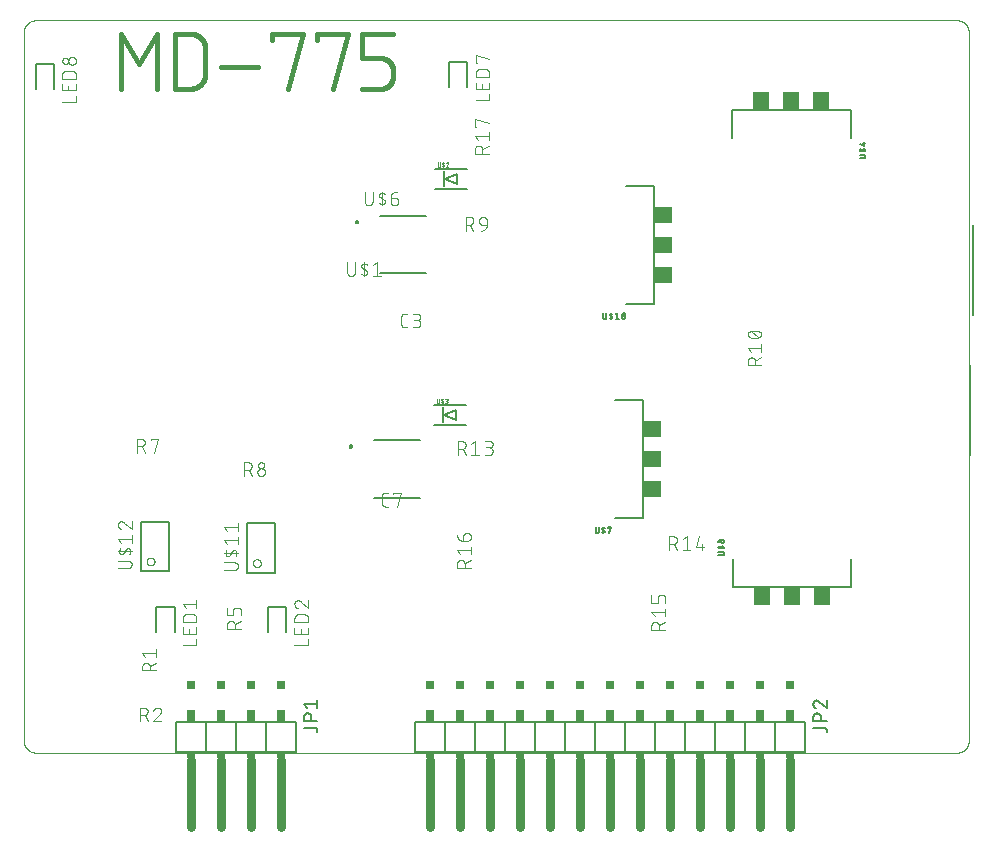
<source format=gto>
G04 EAGLE Gerber RS-274X export*
G75*
%MOMM*%
%FSLAX34Y34*%
%LPD*%
%INSilk top*%
%IPPOS*%
%AMOC8*
5,1,8,0,0,1.08239X$1,22.5*%
G01*
%ADD10C,0.000000*%
%ADD11C,0.406400*%
%ADD12C,0.101600*%
%ADD13C,0.152400*%
%ADD14C,0.762000*%
%ADD15R,0.762000X0.508000*%
%ADD16R,0.762000X1.016000*%
%ADD17R,0.762000X0.762000*%
%ADD18C,0.127000*%
%ADD19C,0.200000*%
%ADD20C,0.203200*%
%ADD21R,0.200000X1.400000*%
%ADD22C,0.025400*%
%ADD23R,1.500000X1.460000*%
%ADD24R,1.460000X1.500000*%


D10*
X10000Y0D02*
X790000Y0D01*
X790242Y3D01*
X790483Y12D01*
X790724Y26D01*
X790965Y47D01*
X791205Y73D01*
X791445Y105D01*
X791684Y143D01*
X791921Y186D01*
X792158Y236D01*
X792393Y291D01*
X792627Y351D01*
X792859Y418D01*
X793090Y489D01*
X793319Y567D01*
X793546Y650D01*
X793771Y738D01*
X793994Y832D01*
X794214Y931D01*
X794432Y1036D01*
X794647Y1145D01*
X794860Y1260D01*
X795070Y1380D01*
X795276Y1505D01*
X795480Y1635D01*
X795681Y1770D01*
X795878Y1910D01*
X796072Y2054D01*
X796262Y2203D01*
X796448Y2357D01*
X796631Y2515D01*
X796810Y2677D01*
X796985Y2844D01*
X797156Y3015D01*
X797323Y3190D01*
X797485Y3369D01*
X797643Y3552D01*
X797797Y3738D01*
X797946Y3928D01*
X798090Y4122D01*
X798230Y4319D01*
X798365Y4520D01*
X798495Y4724D01*
X798620Y4930D01*
X798740Y5140D01*
X798855Y5353D01*
X798964Y5568D01*
X799069Y5786D01*
X799168Y6006D01*
X799262Y6229D01*
X799350Y6454D01*
X799433Y6681D01*
X799511Y6910D01*
X799582Y7141D01*
X799649Y7373D01*
X799709Y7607D01*
X799764Y7842D01*
X799814Y8079D01*
X799857Y8316D01*
X799895Y8555D01*
X799927Y8795D01*
X799953Y9035D01*
X799974Y9276D01*
X799988Y9517D01*
X799997Y9758D01*
X800000Y10000D01*
X800000Y610000D01*
X799997Y610242D01*
X799988Y610483D01*
X799974Y610724D01*
X799953Y610965D01*
X799927Y611205D01*
X799895Y611445D01*
X799857Y611684D01*
X799814Y611921D01*
X799764Y612158D01*
X799709Y612393D01*
X799649Y612627D01*
X799582Y612859D01*
X799511Y613090D01*
X799433Y613319D01*
X799350Y613546D01*
X799262Y613771D01*
X799168Y613994D01*
X799069Y614214D01*
X798964Y614432D01*
X798855Y614647D01*
X798740Y614860D01*
X798620Y615070D01*
X798495Y615276D01*
X798365Y615480D01*
X798230Y615681D01*
X798090Y615878D01*
X797946Y616072D01*
X797797Y616262D01*
X797643Y616448D01*
X797485Y616631D01*
X797323Y616810D01*
X797156Y616985D01*
X796985Y617156D01*
X796810Y617323D01*
X796631Y617485D01*
X796448Y617643D01*
X796262Y617797D01*
X796072Y617946D01*
X795878Y618090D01*
X795681Y618230D01*
X795480Y618365D01*
X795276Y618495D01*
X795070Y618620D01*
X794860Y618740D01*
X794647Y618855D01*
X794432Y618964D01*
X794214Y619069D01*
X793994Y619168D01*
X793771Y619262D01*
X793546Y619350D01*
X793319Y619433D01*
X793090Y619511D01*
X792859Y619582D01*
X792627Y619649D01*
X792393Y619709D01*
X792158Y619764D01*
X791921Y619814D01*
X791684Y619857D01*
X791445Y619895D01*
X791205Y619927D01*
X790965Y619953D01*
X790724Y619974D01*
X790483Y619988D01*
X790242Y619997D01*
X790000Y620000D01*
X10000Y620000D01*
X9758Y619997D01*
X9517Y619988D01*
X9276Y619974D01*
X9035Y619953D01*
X8795Y619927D01*
X8555Y619895D01*
X8316Y619857D01*
X8079Y619814D01*
X7842Y619764D01*
X7607Y619709D01*
X7373Y619649D01*
X7141Y619582D01*
X6910Y619511D01*
X6681Y619433D01*
X6454Y619350D01*
X6229Y619262D01*
X6006Y619168D01*
X5786Y619069D01*
X5568Y618964D01*
X5353Y618855D01*
X5140Y618740D01*
X4930Y618620D01*
X4724Y618495D01*
X4520Y618365D01*
X4319Y618230D01*
X4122Y618090D01*
X3928Y617946D01*
X3738Y617797D01*
X3552Y617643D01*
X3369Y617485D01*
X3190Y617323D01*
X3015Y617156D01*
X2844Y616985D01*
X2677Y616810D01*
X2515Y616631D01*
X2357Y616448D01*
X2203Y616262D01*
X2054Y616072D01*
X1910Y615878D01*
X1770Y615681D01*
X1635Y615480D01*
X1505Y615276D01*
X1380Y615070D01*
X1260Y614860D01*
X1145Y614647D01*
X1036Y614432D01*
X931Y614214D01*
X832Y613994D01*
X738Y613771D01*
X650Y613546D01*
X567Y613319D01*
X489Y613090D01*
X418Y612859D01*
X351Y612627D01*
X291Y612393D01*
X236Y612158D01*
X186Y611921D01*
X143Y611684D01*
X105Y611445D01*
X73Y611205D01*
X47Y610965D01*
X26Y610724D01*
X12Y610483D01*
X3Y610242D01*
X0Y610000D01*
X0Y10000D01*
X3Y9758D01*
X12Y9517D01*
X26Y9276D01*
X47Y9035D01*
X73Y8795D01*
X105Y8555D01*
X143Y8316D01*
X186Y8079D01*
X236Y7842D01*
X291Y7607D01*
X351Y7373D01*
X418Y7141D01*
X489Y6910D01*
X567Y6681D01*
X650Y6454D01*
X738Y6229D01*
X832Y6006D01*
X931Y5786D01*
X1036Y5568D01*
X1145Y5353D01*
X1260Y5140D01*
X1380Y4930D01*
X1505Y4724D01*
X1635Y4520D01*
X1770Y4319D01*
X1910Y4122D01*
X2054Y3928D01*
X2203Y3738D01*
X2357Y3552D01*
X2515Y3369D01*
X2677Y3190D01*
X2844Y3015D01*
X3015Y2844D01*
X3190Y2677D01*
X3369Y2515D01*
X3552Y2357D01*
X3738Y2203D01*
X3928Y2054D01*
X4122Y1910D01*
X4319Y1770D01*
X4520Y1635D01*
X4724Y1505D01*
X4930Y1380D01*
X5140Y1260D01*
X5353Y1145D01*
X5568Y1036D01*
X5786Y931D01*
X6006Y832D01*
X6229Y738D01*
X6454Y650D01*
X6681Y567D01*
X6910Y489D01*
X7141Y418D01*
X7373Y351D01*
X7607Y291D01*
X7842Y236D01*
X8079Y186D01*
X8316Y143D01*
X8555Y105D01*
X8795Y73D01*
X9035Y47D01*
X9276Y26D01*
X9517Y12D01*
X9758Y3D01*
X10000Y0D01*
D11*
X82032Y562032D02*
X82032Y608768D01*
X97611Y582804D01*
X113189Y608768D01*
X113189Y562032D01*
X127808Y562032D02*
X127808Y608768D01*
X140791Y608768D01*
X141105Y608764D01*
X141418Y608753D01*
X141731Y608734D01*
X142044Y608707D01*
X142356Y608673D01*
X142667Y608632D01*
X142977Y608583D01*
X143285Y608526D01*
X143592Y608462D01*
X143898Y608391D01*
X144201Y608312D01*
X144503Y608226D01*
X144803Y608133D01*
X145100Y608032D01*
X145394Y607924D01*
X145686Y607810D01*
X145976Y607688D01*
X146262Y607559D01*
X146545Y607423D01*
X146824Y607281D01*
X147100Y607132D01*
X147372Y606976D01*
X147641Y606814D01*
X147905Y606645D01*
X148166Y606470D01*
X148422Y606289D01*
X148673Y606101D01*
X148920Y605908D01*
X149162Y605708D01*
X149400Y605503D01*
X149632Y605292D01*
X149859Y605076D01*
X150081Y604854D01*
X150297Y604627D01*
X150508Y604395D01*
X150713Y604157D01*
X150913Y603915D01*
X151106Y603668D01*
X151294Y603417D01*
X151475Y603161D01*
X151650Y602900D01*
X151819Y602636D01*
X151981Y602367D01*
X152137Y602095D01*
X152286Y601819D01*
X152428Y601539D01*
X152564Y601257D01*
X152693Y600971D01*
X152815Y600681D01*
X152929Y600389D01*
X153037Y600095D01*
X153138Y599798D01*
X153231Y599498D01*
X153317Y599196D01*
X153396Y598893D01*
X153467Y598587D01*
X153531Y598280D01*
X153588Y597972D01*
X153637Y597662D01*
X153678Y597351D01*
X153712Y597039D01*
X153739Y596726D01*
X153758Y596413D01*
X153769Y596100D01*
X153773Y595786D01*
X153773Y575014D01*
X153769Y574695D01*
X153757Y574377D01*
X153738Y574059D01*
X153710Y573742D01*
X153675Y573425D01*
X153632Y573109D01*
X153582Y572795D01*
X153524Y572481D01*
X153458Y572170D01*
X153384Y571860D01*
X153303Y571552D01*
X153214Y571246D01*
X153118Y570942D01*
X153014Y570641D01*
X152903Y570342D01*
X152785Y570046D01*
X152659Y569753D01*
X152527Y569463D01*
X152387Y569177D01*
X152240Y568894D01*
X152086Y568615D01*
X151926Y568340D01*
X151759Y568069D01*
X151585Y567802D01*
X151405Y567539D01*
X151218Y567281D01*
X151025Y567027D01*
X150826Y566778D01*
X150621Y566535D01*
X150410Y566296D01*
X150193Y566062D01*
X149971Y565834D01*
X149743Y565612D01*
X149509Y565395D01*
X149271Y565184D01*
X149027Y564979D01*
X148778Y564780D01*
X148524Y564587D01*
X148266Y564400D01*
X148003Y564220D01*
X147736Y564046D01*
X147465Y563879D01*
X147190Y563719D01*
X146911Y563565D01*
X146628Y563418D01*
X146342Y563278D01*
X146052Y563146D01*
X145759Y563020D01*
X145463Y562902D01*
X145165Y562791D01*
X144863Y562687D01*
X144559Y562591D01*
X144253Y562502D01*
X143945Y562421D01*
X143635Y562347D01*
X143324Y562281D01*
X143010Y562223D01*
X142696Y562173D01*
X142380Y562130D01*
X142063Y562095D01*
X141746Y562067D01*
X141428Y562048D01*
X141110Y562036D01*
X140791Y562032D01*
X127808Y562032D01*
X167122Y580207D02*
X198279Y580207D01*
X210358Y603575D02*
X210358Y608768D01*
X236323Y608768D01*
X223341Y562032D01*
X248458Y603575D02*
X248458Y608768D01*
X274423Y608768D01*
X261441Y562032D01*
X286558Y562032D02*
X302137Y562032D01*
X302388Y562035D01*
X302639Y562044D01*
X302889Y562059D01*
X303139Y562080D01*
X303389Y562108D01*
X303638Y562141D01*
X303886Y562180D01*
X304132Y562225D01*
X304378Y562277D01*
X304623Y562334D01*
X304865Y562397D01*
X305107Y562466D01*
X305346Y562540D01*
X305584Y562621D01*
X305820Y562707D01*
X306054Y562799D01*
X306285Y562896D01*
X306514Y562999D01*
X306740Y563108D01*
X306964Y563222D01*
X307184Y563341D01*
X307402Y563466D01*
X307617Y563595D01*
X307829Y563730D01*
X308037Y563870D01*
X308242Y564016D01*
X308443Y564166D01*
X308641Y564320D01*
X308834Y564480D01*
X309024Y564644D01*
X309210Y564813D01*
X309392Y564986D01*
X309569Y565163D01*
X309742Y565345D01*
X309911Y565531D01*
X310075Y565721D01*
X310235Y565914D01*
X310389Y566112D01*
X310539Y566313D01*
X310685Y566518D01*
X310825Y566726D01*
X310960Y566938D01*
X311089Y567153D01*
X311214Y567371D01*
X311333Y567591D01*
X311447Y567815D01*
X311556Y568041D01*
X311659Y568270D01*
X311756Y568501D01*
X311848Y568735D01*
X311934Y568971D01*
X312015Y569209D01*
X312089Y569448D01*
X312158Y569690D01*
X312221Y569932D01*
X312278Y570177D01*
X312330Y570423D01*
X312375Y570669D01*
X312414Y570917D01*
X312447Y571166D01*
X312475Y571416D01*
X312496Y571666D01*
X312511Y571916D01*
X312520Y572167D01*
X312523Y572418D01*
X312523Y577611D01*
X312520Y577862D01*
X312511Y578113D01*
X312496Y578363D01*
X312475Y578613D01*
X312447Y578863D01*
X312414Y579112D01*
X312375Y579360D01*
X312330Y579606D01*
X312278Y579852D01*
X312221Y580097D01*
X312158Y580339D01*
X312089Y580581D01*
X312015Y580820D01*
X311934Y581058D01*
X311848Y581294D01*
X311756Y581528D01*
X311659Y581759D01*
X311556Y581988D01*
X311447Y582214D01*
X311333Y582438D01*
X311214Y582658D01*
X311089Y582876D01*
X310960Y583091D01*
X310825Y583303D01*
X310685Y583511D01*
X310539Y583716D01*
X310389Y583917D01*
X310235Y584115D01*
X310075Y584308D01*
X309911Y584498D01*
X309742Y584684D01*
X309569Y584866D01*
X309392Y585043D01*
X309210Y585216D01*
X309024Y585385D01*
X308834Y585549D01*
X308641Y585709D01*
X308443Y585863D01*
X308242Y586013D01*
X308037Y586159D01*
X307829Y586299D01*
X307617Y586434D01*
X307402Y586563D01*
X307184Y586688D01*
X306964Y586807D01*
X306740Y586921D01*
X306514Y587030D01*
X306285Y587133D01*
X306054Y587230D01*
X305820Y587322D01*
X305584Y587408D01*
X305346Y587489D01*
X305107Y587563D01*
X304865Y587632D01*
X304623Y587695D01*
X304378Y587752D01*
X304132Y587804D01*
X303886Y587849D01*
X303638Y587888D01*
X303389Y587921D01*
X303139Y587949D01*
X302889Y587970D01*
X302639Y587985D01*
X302388Y587994D01*
X302137Y587997D01*
X302137Y587996D02*
X286558Y587996D01*
X286558Y608768D01*
X312523Y608768D01*
D12*
X322289Y359958D02*
X324886Y359958D01*
X322289Y359958D02*
X322190Y359960D01*
X322090Y359966D01*
X321991Y359975D01*
X321893Y359988D01*
X321795Y360005D01*
X321697Y360026D01*
X321601Y360051D01*
X321506Y360079D01*
X321412Y360111D01*
X321319Y360146D01*
X321227Y360185D01*
X321137Y360228D01*
X321049Y360273D01*
X320962Y360323D01*
X320878Y360375D01*
X320795Y360431D01*
X320715Y360489D01*
X320637Y360551D01*
X320562Y360616D01*
X320489Y360684D01*
X320419Y360754D01*
X320351Y360827D01*
X320286Y360902D01*
X320224Y360980D01*
X320166Y361060D01*
X320110Y361143D01*
X320058Y361227D01*
X320008Y361314D01*
X319963Y361402D01*
X319920Y361492D01*
X319881Y361584D01*
X319846Y361677D01*
X319814Y361771D01*
X319786Y361866D01*
X319761Y361962D01*
X319740Y362060D01*
X319723Y362158D01*
X319710Y362256D01*
X319701Y362355D01*
X319695Y362455D01*
X319693Y362554D01*
X319693Y369046D01*
X319695Y369145D01*
X319701Y369245D01*
X319710Y369344D01*
X319723Y369442D01*
X319740Y369540D01*
X319761Y369638D01*
X319786Y369734D01*
X319814Y369829D01*
X319846Y369923D01*
X319881Y370016D01*
X319920Y370108D01*
X319963Y370198D01*
X320008Y370286D01*
X320058Y370373D01*
X320110Y370457D01*
X320166Y370540D01*
X320224Y370620D01*
X320286Y370698D01*
X320351Y370773D01*
X320419Y370846D01*
X320489Y370916D01*
X320562Y370984D01*
X320637Y371049D01*
X320715Y371111D01*
X320795Y371169D01*
X320878Y371225D01*
X320962Y371277D01*
X321049Y371327D01*
X321137Y371372D01*
X321227Y371415D01*
X321319Y371454D01*
X321411Y371489D01*
X321506Y371521D01*
X321601Y371549D01*
X321697Y371574D01*
X321795Y371595D01*
X321893Y371612D01*
X321991Y371625D01*
X322090Y371634D01*
X322190Y371640D01*
X322289Y371642D01*
X324886Y371642D01*
X329251Y359958D02*
X332496Y359958D01*
X332609Y359960D01*
X332722Y359966D01*
X332835Y359976D01*
X332948Y359990D01*
X333060Y360007D01*
X333171Y360029D01*
X333281Y360054D01*
X333391Y360084D01*
X333499Y360117D01*
X333606Y360154D01*
X333712Y360194D01*
X333816Y360239D01*
X333919Y360287D01*
X334020Y360338D01*
X334119Y360393D01*
X334216Y360451D01*
X334311Y360513D01*
X334404Y360578D01*
X334494Y360646D01*
X334582Y360717D01*
X334668Y360792D01*
X334751Y360869D01*
X334831Y360949D01*
X334908Y361032D01*
X334983Y361118D01*
X335054Y361206D01*
X335122Y361296D01*
X335187Y361389D01*
X335249Y361484D01*
X335307Y361581D01*
X335362Y361680D01*
X335413Y361781D01*
X335461Y361884D01*
X335506Y361988D01*
X335546Y362094D01*
X335583Y362201D01*
X335616Y362309D01*
X335646Y362419D01*
X335671Y362529D01*
X335693Y362640D01*
X335710Y362752D01*
X335724Y362865D01*
X335734Y362978D01*
X335740Y363091D01*
X335742Y363204D01*
X335740Y363317D01*
X335734Y363430D01*
X335724Y363543D01*
X335710Y363656D01*
X335693Y363768D01*
X335671Y363879D01*
X335646Y363989D01*
X335616Y364099D01*
X335583Y364207D01*
X335546Y364314D01*
X335506Y364420D01*
X335461Y364524D01*
X335413Y364627D01*
X335362Y364728D01*
X335307Y364827D01*
X335249Y364924D01*
X335187Y365019D01*
X335122Y365112D01*
X335054Y365202D01*
X334983Y365290D01*
X334908Y365376D01*
X334831Y365459D01*
X334751Y365539D01*
X334668Y365616D01*
X334582Y365691D01*
X334494Y365762D01*
X334404Y365830D01*
X334311Y365895D01*
X334216Y365957D01*
X334119Y366015D01*
X334020Y366070D01*
X333919Y366121D01*
X333816Y366169D01*
X333712Y366214D01*
X333606Y366254D01*
X333499Y366291D01*
X333391Y366324D01*
X333281Y366354D01*
X333171Y366379D01*
X333060Y366401D01*
X332948Y366418D01*
X332835Y366432D01*
X332722Y366442D01*
X332609Y366448D01*
X332496Y366450D01*
X333146Y371642D02*
X329251Y371642D01*
X333146Y371642D02*
X333247Y371640D01*
X333347Y371634D01*
X333447Y371624D01*
X333547Y371611D01*
X333646Y371593D01*
X333745Y371572D01*
X333842Y371547D01*
X333939Y371518D01*
X334034Y371485D01*
X334128Y371449D01*
X334220Y371409D01*
X334311Y371366D01*
X334400Y371319D01*
X334487Y371269D01*
X334573Y371215D01*
X334656Y371158D01*
X334736Y371098D01*
X334815Y371035D01*
X334891Y370968D01*
X334964Y370899D01*
X335034Y370827D01*
X335102Y370753D01*
X335167Y370676D01*
X335228Y370596D01*
X335287Y370514D01*
X335342Y370430D01*
X335394Y370344D01*
X335443Y370256D01*
X335488Y370166D01*
X335530Y370074D01*
X335568Y369981D01*
X335602Y369886D01*
X335633Y369791D01*
X335660Y369694D01*
X335683Y369596D01*
X335703Y369497D01*
X335718Y369397D01*
X335730Y369297D01*
X335738Y369197D01*
X335742Y369096D01*
X335742Y368996D01*
X335738Y368895D01*
X335730Y368795D01*
X335718Y368695D01*
X335703Y368595D01*
X335683Y368496D01*
X335660Y368398D01*
X335633Y368301D01*
X335602Y368206D01*
X335568Y368111D01*
X335530Y368018D01*
X335488Y367926D01*
X335443Y367836D01*
X335394Y367748D01*
X335342Y367662D01*
X335287Y367578D01*
X335228Y367496D01*
X335167Y367416D01*
X335102Y367339D01*
X335034Y367265D01*
X334964Y367193D01*
X334891Y367124D01*
X334815Y367057D01*
X334736Y366994D01*
X334656Y366934D01*
X334573Y366877D01*
X334487Y366823D01*
X334400Y366773D01*
X334311Y366726D01*
X334220Y366683D01*
X334128Y366643D01*
X334034Y366607D01*
X333939Y366574D01*
X333842Y366545D01*
X333745Y366520D01*
X333646Y366499D01*
X333547Y366481D01*
X333447Y366468D01*
X333347Y366458D01*
X333247Y366452D01*
X333146Y366450D01*
X333146Y366449D02*
X330549Y366449D01*
X308651Y208358D02*
X306054Y208358D01*
X305955Y208360D01*
X305855Y208366D01*
X305756Y208375D01*
X305658Y208388D01*
X305560Y208405D01*
X305462Y208426D01*
X305366Y208451D01*
X305271Y208479D01*
X305177Y208511D01*
X305084Y208546D01*
X304992Y208585D01*
X304902Y208628D01*
X304814Y208673D01*
X304727Y208723D01*
X304643Y208775D01*
X304560Y208831D01*
X304480Y208889D01*
X304402Y208951D01*
X304327Y209016D01*
X304254Y209084D01*
X304184Y209154D01*
X304116Y209227D01*
X304051Y209302D01*
X303989Y209380D01*
X303931Y209460D01*
X303875Y209543D01*
X303823Y209627D01*
X303773Y209714D01*
X303728Y209802D01*
X303685Y209892D01*
X303646Y209984D01*
X303611Y210077D01*
X303579Y210171D01*
X303551Y210266D01*
X303526Y210362D01*
X303505Y210460D01*
X303488Y210558D01*
X303475Y210656D01*
X303466Y210755D01*
X303460Y210855D01*
X303458Y210954D01*
X303458Y217446D01*
X303460Y217545D01*
X303466Y217645D01*
X303475Y217744D01*
X303488Y217842D01*
X303505Y217940D01*
X303526Y218038D01*
X303551Y218134D01*
X303579Y218229D01*
X303611Y218323D01*
X303646Y218416D01*
X303685Y218508D01*
X303728Y218598D01*
X303773Y218686D01*
X303823Y218773D01*
X303875Y218857D01*
X303931Y218940D01*
X303989Y219020D01*
X304051Y219098D01*
X304116Y219173D01*
X304184Y219246D01*
X304254Y219316D01*
X304327Y219384D01*
X304402Y219449D01*
X304480Y219511D01*
X304560Y219569D01*
X304643Y219625D01*
X304727Y219677D01*
X304814Y219727D01*
X304902Y219772D01*
X304992Y219815D01*
X305084Y219854D01*
X305176Y219889D01*
X305271Y219921D01*
X305366Y219949D01*
X305462Y219974D01*
X305560Y219995D01*
X305658Y220012D01*
X305756Y220025D01*
X305855Y220034D01*
X305955Y220040D01*
X306054Y220042D01*
X308651Y220042D01*
X313016Y220042D02*
X313016Y218744D01*
X313016Y220042D02*
X319507Y220042D01*
X316262Y208358D01*
D13*
X230200Y25920D02*
X204800Y25920D01*
X204800Y520D01*
X230200Y520D01*
X230200Y25920D01*
D14*
X217500Y-5830D02*
X217500Y-62980D01*
D13*
X204800Y25920D02*
X179400Y25920D01*
X179400Y520D01*
X204800Y520D01*
D14*
X192100Y-5830D02*
X192100Y-62980D01*
D13*
X179400Y25920D02*
X154000Y25920D01*
X154000Y520D01*
X179400Y520D01*
D14*
X166700Y-5830D02*
X166700Y-62980D01*
D13*
X154000Y25920D02*
X128600Y25920D01*
X128600Y520D01*
X154000Y520D01*
D14*
X141300Y-5830D02*
X141300Y-62980D01*
D15*
X217500Y-2020D03*
X192100Y-2020D03*
X166700Y-2020D03*
X141300Y-2020D03*
D16*
X217500Y31000D03*
X192100Y31000D03*
D17*
X217500Y57670D03*
X192100Y57670D03*
D16*
X166700Y31000D03*
X141300Y31000D03*
D17*
X166700Y57670D03*
X141300Y57670D03*
D18*
X237185Y21146D02*
X246075Y21146D01*
X246175Y21144D01*
X246274Y21138D01*
X246374Y21128D01*
X246472Y21115D01*
X246571Y21097D01*
X246668Y21076D01*
X246764Y21051D01*
X246860Y21022D01*
X246954Y20989D01*
X247047Y20953D01*
X247138Y20913D01*
X247228Y20869D01*
X247316Y20822D01*
X247402Y20772D01*
X247486Y20718D01*
X247568Y20661D01*
X247647Y20601D01*
X247725Y20537D01*
X247799Y20471D01*
X247871Y20402D01*
X247940Y20330D01*
X248006Y20256D01*
X248070Y20178D01*
X248130Y20099D01*
X248187Y20017D01*
X248241Y19933D01*
X248291Y19847D01*
X248338Y19759D01*
X248382Y19669D01*
X248422Y19578D01*
X248458Y19485D01*
X248491Y19391D01*
X248520Y19295D01*
X248545Y19199D01*
X248566Y19102D01*
X248584Y19003D01*
X248597Y18905D01*
X248607Y18805D01*
X248613Y18706D01*
X248615Y18606D01*
X248615Y17336D01*
X248615Y27127D02*
X237185Y27127D01*
X237185Y30302D01*
X237187Y30413D01*
X237193Y30523D01*
X237202Y30634D01*
X237216Y30744D01*
X237233Y30853D01*
X237254Y30962D01*
X237279Y31070D01*
X237308Y31177D01*
X237340Y31283D01*
X237376Y31388D01*
X237416Y31491D01*
X237459Y31593D01*
X237506Y31694D01*
X237557Y31793D01*
X237610Y31889D01*
X237667Y31984D01*
X237728Y32077D01*
X237791Y32168D01*
X237858Y32257D01*
X237928Y32343D01*
X238001Y32426D01*
X238076Y32508D01*
X238154Y32586D01*
X238236Y32661D01*
X238319Y32734D01*
X238405Y32804D01*
X238494Y32871D01*
X238585Y32934D01*
X238678Y32995D01*
X238773Y33052D01*
X238869Y33105D01*
X238968Y33156D01*
X239069Y33203D01*
X239171Y33246D01*
X239274Y33286D01*
X239379Y33322D01*
X239485Y33354D01*
X239592Y33383D01*
X239700Y33408D01*
X239809Y33429D01*
X239918Y33446D01*
X240028Y33460D01*
X240139Y33469D01*
X240249Y33475D01*
X240360Y33477D01*
X240471Y33475D01*
X240581Y33469D01*
X240692Y33460D01*
X240802Y33446D01*
X240911Y33429D01*
X241020Y33408D01*
X241128Y33383D01*
X241235Y33354D01*
X241341Y33322D01*
X241446Y33286D01*
X241549Y33246D01*
X241651Y33203D01*
X241752Y33156D01*
X241851Y33105D01*
X241948Y33052D01*
X242042Y32995D01*
X242135Y32934D01*
X242226Y32871D01*
X242315Y32804D01*
X242401Y32734D01*
X242484Y32661D01*
X242566Y32586D01*
X242644Y32508D01*
X242719Y32426D01*
X242792Y32343D01*
X242862Y32257D01*
X242929Y32168D01*
X242992Y32077D01*
X243053Y31984D01*
X243110Y31890D01*
X243163Y31793D01*
X243214Y31694D01*
X243261Y31593D01*
X243304Y31491D01*
X243344Y31388D01*
X243380Y31283D01*
X243412Y31177D01*
X243441Y31070D01*
X243466Y30962D01*
X243487Y30853D01*
X243504Y30744D01*
X243518Y30634D01*
X243527Y30523D01*
X243533Y30413D01*
X243535Y30302D01*
X243535Y27127D01*
X239725Y37985D02*
X237185Y41160D01*
X248615Y41160D01*
X248615Y37985D02*
X248615Y44335D01*
D13*
X636150Y25760D02*
X661550Y25760D01*
X636150Y25760D02*
X636150Y360D01*
X661550Y360D01*
X661550Y25760D01*
D14*
X648850Y-5990D02*
X648850Y-63140D01*
D13*
X636150Y25760D02*
X610750Y25760D01*
X610750Y360D01*
X636150Y360D01*
D14*
X623450Y-5990D02*
X623450Y-63140D01*
D13*
X610750Y25760D02*
X585350Y25760D01*
X585350Y360D01*
X610750Y360D01*
D14*
X598050Y-5990D02*
X598050Y-63140D01*
D13*
X585350Y25760D02*
X559950Y25760D01*
X559950Y360D01*
X585350Y360D01*
D14*
X572650Y-5990D02*
X572650Y-63140D01*
D13*
X559950Y25760D02*
X534550Y25760D01*
X534550Y360D01*
X559950Y360D01*
D14*
X547250Y-5990D02*
X547250Y-63140D01*
D13*
X534550Y25760D02*
X509150Y25760D01*
X509150Y360D01*
X534550Y360D01*
D14*
X521850Y-5990D02*
X521850Y-63140D01*
D13*
X509150Y25760D02*
X483750Y25760D01*
X483750Y360D01*
X509150Y360D01*
D14*
X496450Y-5990D02*
X496450Y-63140D01*
D13*
X483750Y25760D02*
X458350Y25760D01*
X458350Y360D01*
X483750Y360D01*
D14*
X471050Y-5990D02*
X471050Y-63140D01*
D13*
X458350Y25760D02*
X432950Y25760D01*
X432950Y360D01*
X458350Y360D01*
D14*
X445650Y-5990D02*
X445650Y-63140D01*
D13*
X432950Y25760D02*
X407550Y25760D01*
X407550Y360D01*
X432950Y360D01*
D14*
X420250Y-5990D02*
X420250Y-63140D01*
D13*
X407550Y25760D02*
X382150Y25760D01*
X382150Y360D01*
X407550Y360D01*
D14*
X394850Y-5990D02*
X394850Y-63140D01*
D13*
X382150Y25760D02*
X356750Y25760D01*
X356750Y360D01*
X382150Y360D01*
D14*
X369450Y-5990D02*
X369450Y-63140D01*
D13*
X356750Y25760D02*
X331350Y25760D01*
X331350Y360D01*
X356750Y360D01*
D14*
X344050Y-5990D02*
X344050Y-63140D01*
D15*
X648850Y-2180D03*
X623450Y-2180D03*
X598050Y-2180D03*
X572650Y-2180D03*
X547250Y-2180D03*
X521850Y-2180D03*
X496450Y-2180D03*
X471050Y-2180D03*
X445650Y-2180D03*
X420250Y-2180D03*
X394850Y-2180D03*
X369450Y-2180D03*
X344050Y-2180D03*
D16*
X648850Y30840D03*
X623450Y30840D03*
D17*
X648850Y57510D03*
X623450Y57510D03*
D16*
X598050Y30840D03*
X572650Y30840D03*
D17*
X598050Y57510D03*
X572650Y57510D03*
D16*
X547250Y30840D03*
X521850Y30840D03*
D17*
X547250Y57510D03*
X521850Y57510D03*
D16*
X496450Y30840D03*
X471050Y30840D03*
D17*
X496450Y57510D03*
X471050Y57510D03*
D16*
X445650Y30840D03*
X420250Y30840D03*
D17*
X445650Y57510D03*
X420250Y57510D03*
D16*
X394850Y30840D03*
X369450Y30840D03*
D17*
X394850Y57510D03*
X369450Y57510D03*
D16*
X344050Y30840D03*
D17*
X344050Y57510D03*
D18*
X668535Y20986D02*
X677425Y20986D01*
X677525Y20984D01*
X677624Y20978D01*
X677724Y20968D01*
X677822Y20955D01*
X677921Y20937D01*
X678018Y20916D01*
X678114Y20891D01*
X678210Y20862D01*
X678304Y20829D01*
X678397Y20793D01*
X678488Y20753D01*
X678578Y20709D01*
X678666Y20662D01*
X678752Y20612D01*
X678836Y20558D01*
X678918Y20501D01*
X678997Y20441D01*
X679075Y20377D01*
X679149Y20311D01*
X679221Y20242D01*
X679290Y20170D01*
X679356Y20096D01*
X679420Y20018D01*
X679480Y19939D01*
X679537Y19857D01*
X679591Y19773D01*
X679641Y19687D01*
X679688Y19599D01*
X679732Y19509D01*
X679772Y19418D01*
X679808Y19325D01*
X679841Y19231D01*
X679870Y19135D01*
X679895Y19039D01*
X679916Y18942D01*
X679934Y18843D01*
X679947Y18745D01*
X679957Y18645D01*
X679963Y18546D01*
X679965Y18446D01*
X679965Y17176D01*
X679965Y26967D02*
X668535Y26967D01*
X668535Y30142D01*
X668537Y30253D01*
X668543Y30363D01*
X668552Y30474D01*
X668566Y30584D01*
X668583Y30693D01*
X668604Y30802D01*
X668629Y30910D01*
X668658Y31017D01*
X668690Y31123D01*
X668726Y31228D01*
X668766Y31331D01*
X668809Y31433D01*
X668856Y31534D01*
X668907Y31633D01*
X668960Y31729D01*
X669017Y31824D01*
X669078Y31917D01*
X669141Y32008D01*
X669208Y32097D01*
X669278Y32183D01*
X669351Y32266D01*
X669426Y32348D01*
X669504Y32426D01*
X669586Y32501D01*
X669669Y32574D01*
X669755Y32644D01*
X669844Y32711D01*
X669935Y32774D01*
X670028Y32835D01*
X670123Y32892D01*
X670219Y32945D01*
X670318Y32996D01*
X670419Y33043D01*
X670521Y33086D01*
X670624Y33126D01*
X670729Y33162D01*
X670835Y33194D01*
X670942Y33223D01*
X671050Y33248D01*
X671159Y33269D01*
X671268Y33286D01*
X671378Y33300D01*
X671489Y33309D01*
X671599Y33315D01*
X671710Y33317D01*
X671821Y33315D01*
X671931Y33309D01*
X672042Y33300D01*
X672152Y33286D01*
X672261Y33269D01*
X672370Y33248D01*
X672478Y33223D01*
X672585Y33194D01*
X672691Y33162D01*
X672796Y33126D01*
X672899Y33086D01*
X673001Y33043D01*
X673102Y32996D01*
X673201Y32945D01*
X673298Y32892D01*
X673392Y32835D01*
X673485Y32774D01*
X673576Y32711D01*
X673665Y32644D01*
X673751Y32574D01*
X673834Y32501D01*
X673916Y32426D01*
X673994Y32348D01*
X674069Y32266D01*
X674142Y32183D01*
X674212Y32097D01*
X674279Y32008D01*
X674342Y31917D01*
X674403Y31824D01*
X674460Y31730D01*
X674513Y31633D01*
X674564Y31534D01*
X674611Y31433D01*
X674654Y31331D01*
X674694Y31228D01*
X674730Y31123D01*
X674762Y31017D01*
X674791Y30910D01*
X674816Y30802D01*
X674837Y30693D01*
X674854Y30584D01*
X674868Y30474D01*
X674877Y30363D01*
X674883Y30253D01*
X674885Y30142D01*
X674885Y26967D01*
X668535Y41318D02*
X668537Y41422D01*
X668543Y41527D01*
X668552Y41631D01*
X668565Y41734D01*
X668583Y41837D01*
X668603Y41939D01*
X668628Y42041D01*
X668656Y42141D01*
X668688Y42241D01*
X668724Y42339D01*
X668763Y42436D01*
X668805Y42531D01*
X668851Y42625D01*
X668901Y42717D01*
X668953Y42807D01*
X669009Y42895D01*
X669069Y42981D01*
X669131Y43065D01*
X669196Y43146D01*
X669264Y43225D01*
X669336Y43302D01*
X669409Y43375D01*
X669486Y43447D01*
X669565Y43515D01*
X669646Y43580D01*
X669730Y43642D01*
X669816Y43702D01*
X669904Y43758D01*
X669994Y43810D01*
X670086Y43860D01*
X670180Y43906D01*
X670275Y43948D01*
X670372Y43987D01*
X670470Y44023D01*
X670570Y44055D01*
X670670Y44083D01*
X670772Y44108D01*
X670874Y44128D01*
X670977Y44146D01*
X671080Y44159D01*
X671184Y44168D01*
X671289Y44174D01*
X671393Y44176D01*
X668535Y41318D02*
X668537Y41200D01*
X668543Y41081D01*
X668552Y40963D01*
X668565Y40846D01*
X668583Y40729D01*
X668603Y40612D01*
X668628Y40496D01*
X668656Y40381D01*
X668689Y40268D01*
X668724Y40155D01*
X668764Y40043D01*
X668806Y39933D01*
X668853Y39824D01*
X668903Y39716D01*
X668956Y39611D01*
X669013Y39507D01*
X669073Y39405D01*
X669136Y39305D01*
X669203Y39207D01*
X669272Y39111D01*
X669345Y39018D01*
X669421Y38927D01*
X669499Y38838D01*
X669581Y38752D01*
X669665Y38669D01*
X669751Y38588D01*
X669841Y38511D01*
X669932Y38436D01*
X670026Y38364D01*
X670123Y38295D01*
X670221Y38230D01*
X670322Y38167D01*
X670425Y38108D01*
X670529Y38052D01*
X670635Y38000D01*
X670743Y37951D01*
X670852Y37906D01*
X670963Y37864D01*
X671075Y37826D01*
X673615Y43223D02*
X673540Y43299D01*
X673461Y43374D01*
X673380Y43445D01*
X673296Y43514D01*
X673210Y43579D01*
X673122Y43641D01*
X673032Y43701D01*
X672940Y43757D01*
X672845Y43810D01*
X672749Y43859D01*
X672651Y43905D01*
X672552Y43948D01*
X672451Y43987D01*
X672349Y44022D01*
X672246Y44054D01*
X672142Y44082D01*
X672037Y44107D01*
X671930Y44128D01*
X671824Y44145D01*
X671717Y44158D01*
X671609Y44167D01*
X671501Y44173D01*
X671393Y44175D01*
X673615Y43223D02*
X679965Y37825D01*
X679965Y44175D01*
X375699Y563300D02*
X375699Y584399D01*
X360301Y584399D01*
X360301Y563300D01*
D12*
X382557Y552254D02*
X394241Y552254D01*
X394241Y557447D01*
X394241Y562160D02*
X394241Y567353D01*
X394241Y562160D02*
X382557Y562160D01*
X382557Y567353D01*
X387750Y566055D02*
X387750Y562160D01*
X382557Y572044D02*
X394241Y572044D01*
X382557Y572044D02*
X382557Y575289D01*
X382559Y575402D01*
X382565Y575515D01*
X382575Y575628D01*
X382589Y575741D01*
X382606Y575853D01*
X382628Y575964D01*
X382653Y576074D01*
X382683Y576184D01*
X382716Y576292D01*
X382753Y576399D01*
X382793Y576505D01*
X382838Y576609D01*
X382886Y576712D01*
X382937Y576813D01*
X382992Y576912D01*
X383050Y577009D01*
X383112Y577104D01*
X383177Y577197D01*
X383245Y577287D01*
X383316Y577375D01*
X383391Y577461D01*
X383468Y577544D01*
X383548Y577624D01*
X383631Y577701D01*
X383717Y577776D01*
X383805Y577847D01*
X383895Y577915D01*
X383988Y577980D01*
X384083Y578042D01*
X384180Y578100D01*
X384279Y578155D01*
X384380Y578206D01*
X384483Y578254D01*
X384587Y578299D01*
X384693Y578339D01*
X384800Y578376D01*
X384908Y578409D01*
X385018Y578439D01*
X385128Y578464D01*
X385239Y578486D01*
X385351Y578503D01*
X385464Y578517D01*
X385577Y578527D01*
X385690Y578533D01*
X385803Y578535D01*
X390995Y578535D01*
X391108Y578533D01*
X391221Y578527D01*
X391334Y578517D01*
X391447Y578503D01*
X391559Y578486D01*
X391670Y578464D01*
X391780Y578439D01*
X391890Y578409D01*
X391998Y578376D01*
X392105Y578339D01*
X392211Y578299D01*
X392315Y578254D01*
X392418Y578206D01*
X392519Y578155D01*
X392618Y578100D01*
X392715Y578042D01*
X392810Y577980D01*
X392903Y577915D01*
X392993Y577847D01*
X393081Y577776D01*
X393167Y577701D01*
X393250Y577624D01*
X393330Y577544D01*
X393407Y577461D01*
X393482Y577375D01*
X393553Y577287D01*
X393621Y577197D01*
X393686Y577104D01*
X393748Y577009D01*
X393806Y576912D01*
X393861Y576813D01*
X393912Y576712D01*
X393960Y576609D01*
X394005Y576505D01*
X394045Y576399D01*
X394082Y576292D01*
X394115Y576184D01*
X394145Y576074D01*
X394170Y575964D01*
X394192Y575853D01*
X394209Y575741D01*
X394223Y575628D01*
X394233Y575515D01*
X394239Y575402D01*
X394241Y575289D01*
X394241Y572044D01*
X383855Y583855D02*
X382557Y583855D01*
X382557Y590346D01*
X394241Y587100D01*
D18*
X25699Y582999D02*
X25699Y561900D01*
X25699Y582999D02*
X10301Y582999D01*
X10301Y561900D01*
D12*
X32557Y550854D02*
X44241Y550854D01*
X44241Y556047D01*
X44241Y560760D02*
X44241Y565953D01*
X44241Y560760D02*
X32557Y560760D01*
X32557Y565953D01*
X37750Y564655D02*
X37750Y560760D01*
X32557Y570644D02*
X44241Y570644D01*
X32557Y570644D02*
X32557Y573889D01*
X32559Y574002D01*
X32565Y574115D01*
X32575Y574228D01*
X32589Y574341D01*
X32606Y574453D01*
X32628Y574564D01*
X32653Y574674D01*
X32683Y574784D01*
X32716Y574892D01*
X32753Y574999D01*
X32793Y575105D01*
X32838Y575209D01*
X32886Y575312D01*
X32937Y575413D01*
X32992Y575512D01*
X33050Y575609D01*
X33112Y575704D01*
X33177Y575797D01*
X33245Y575887D01*
X33316Y575975D01*
X33391Y576061D01*
X33468Y576144D01*
X33548Y576224D01*
X33631Y576301D01*
X33717Y576376D01*
X33805Y576447D01*
X33895Y576515D01*
X33988Y576580D01*
X34083Y576642D01*
X34180Y576700D01*
X34279Y576755D01*
X34380Y576806D01*
X34483Y576854D01*
X34587Y576899D01*
X34693Y576939D01*
X34800Y576976D01*
X34908Y577009D01*
X35018Y577039D01*
X35128Y577064D01*
X35239Y577086D01*
X35351Y577103D01*
X35464Y577117D01*
X35577Y577127D01*
X35690Y577133D01*
X35803Y577135D01*
X40995Y577135D01*
X41108Y577133D01*
X41221Y577127D01*
X41334Y577117D01*
X41447Y577103D01*
X41559Y577086D01*
X41670Y577064D01*
X41780Y577039D01*
X41890Y577009D01*
X41998Y576976D01*
X42105Y576939D01*
X42211Y576899D01*
X42315Y576854D01*
X42418Y576806D01*
X42519Y576755D01*
X42618Y576700D01*
X42715Y576642D01*
X42810Y576580D01*
X42903Y576515D01*
X42993Y576447D01*
X43081Y576376D01*
X43167Y576301D01*
X43250Y576224D01*
X43330Y576144D01*
X43407Y576061D01*
X43482Y575975D01*
X43553Y575887D01*
X43621Y575797D01*
X43686Y575704D01*
X43748Y575609D01*
X43806Y575512D01*
X43861Y575413D01*
X43912Y575312D01*
X43960Y575209D01*
X44005Y575105D01*
X44045Y574999D01*
X44082Y574892D01*
X44115Y574784D01*
X44145Y574674D01*
X44170Y574564D01*
X44192Y574453D01*
X44209Y574341D01*
X44223Y574228D01*
X44233Y574115D01*
X44239Y574002D01*
X44241Y573889D01*
X44241Y570644D01*
X40995Y582454D02*
X40882Y582456D01*
X40769Y582462D01*
X40656Y582472D01*
X40543Y582486D01*
X40431Y582503D01*
X40320Y582525D01*
X40210Y582550D01*
X40100Y582580D01*
X39992Y582613D01*
X39885Y582650D01*
X39779Y582690D01*
X39675Y582735D01*
X39572Y582783D01*
X39471Y582834D01*
X39372Y582889D01*
X39275Y582947D01*
X39180Y583009D01*
X39087Y583074D01*
X38997Y583142D01*
X38909Y583213D01*
X38823Y583288D01*
X38740Y583365D01*
X38660Y583445D01*
X38583Y583528D01*
X38508Y583614D01*
X38437Y583702D01*
X38369Y583792D01*
X38304Y583885D01*
X38242Y583980D01*
X38184Y584077D01*
X38129Y584176D01*
X38078Y584277D01*
X38030Y584380D01*
X37985Y584484D01*
X37945Y584590D01*
X37908Y584697D01*
X37875Y584805D01*
X37845Y584915D01*
X37820Y585025D01*
X37798Y585136D01*
X37781Y585248D01*
X37767Y585361D01*
X37757Y585474D01*
X37751Y585587D01*
X37749Y585700D01*
X37751Y585813D01*
X37757Y585926D01*
X37767Y586039D01*
X37781Y586152D01*
X37798Y586264D01*
X37820Y586375D01*
X37845Y586485D01*
X37875Y586595D01*
X37908Y586703D01*
X37945Y586810D01*
X37985Y586916D01*
X38030Y587020D01*
X38078Y587123D01*
X38129Y587224D01*
X38184Y587323D01*
X38242Y587420D01*
X38304Y587515D01*
X38369Y587608D01*
X38437Y587698D01*
X38508Y587786D01*
X38583Y587872D01*
X38660Y587955D01*
X38740Y588035D01*
X38823Y588112D01*
X38909Y588187D01*
X38997Y588258D01*
X39087Y588326D01*
X39180Y588391D01*
X39275Y588453D01*
X39372Y588511D01*
X39471Y588566D01*
X39572Y588617D01*
X39675Y588665D01*
X39779Y588710D01*
X39885Y588750D01*
X39992Y588787D01*
X40100Y588820D01*
X40210Y588850D01*
X40320Y588875D01*
X40431Y588897D01*
X40543Y588914D01*
X40656Y588928D01*
X40769Y588938D01*
X40882Y588944D01*
X40995Y588946D01*
X41108Y588944D01*
X41221Y588938D01*
X41334Y588928D01*
X41447Y588914D01*
X41559Y588897D01*
X41670Y588875D01*
X41780Y588850D01*
X41890Y588820D01*
X41998Y588787D01*
X42105Y588750D01*
X42211Y588710D01*
X42315Y588665D01*
X42418Y588617D01*
X42519Y588566D01*
X42618Y588511D01*
X42715Y588453D01*
X42810Y588391D01*
X42903Y588326D01*
X42993Y588258D01*
X43081Y588187D01*
X43167Y588112D01*
X43250Y588035D01*
X43330Y587955D01*
X43407Y587872D01*
X43482Y587786D01*
X43553Y587698D01*
X43621Y587608D01*
X43686Y587515D01*
X43748Y587420D01*
X43806Y587323D01*
X43861Y587224D01*
X43912Y587123D01*
X43960Y587020D01*
X44005Y586916D01*
X44045Y586810D01*
X44082Y586703D01*
X44115Y586595D01*
X44145Y586485D01*
X44170Y586375D01*
X44192Y586264D01*
X44209Y586152D01*
X44223Y586039D01*
X44233Y585926D01*
X44239Y585813D01*
X44241Y585700D01*
X44239Y585587D01*
X44233Y585474D01*
X44223Y585361D01*
X44209Y585248D01*
X44192Y585136D01*
X44170Y585025D01*
X44145Y584915D01*
X44115Y584805D01*
X44082Y584697D01*
X44045Y584590D01*
X44005Y584484D01*
X43960Y584380D01*
X43912Y584277D01*
X43861Y584176D01*
X43806Y584077D01*
X43748Y583980D01*
X43686Y583885D01*
X43621Y583792D01*
X43553Y583702D01*
X43482Y583614D01*
X43407Y583528D01*
X43330Y583445D01*
X43250Y583365D01*
X43167Y583288D01*
X43081Y583213D01*
X42993Y583142D01*
X42903Y583074D01*
X42810Y583009D01*
X42715Y582947D01*
X42618Y582889D01*
X42519Y582834D01*
X42418Y582783D01*
X42315Y582735D01*
X42211Y582690D01*
X42105Y582650D01*
X41998Y582613D01*
X41890Y582580D01*
X41780Y582550D01*
X41670Y582525D01*
X41559Y582503D01*
X41447Y582486D01*
X41334Y582472D01*
X41221Y582462D01*
X41108Y582456D01*
X40995Y582454D01*
X35153Y583104D02*
X35052Y583106D01*
X34952Y583112D01*
X34852Y583122D01*
X34752Y583135D01*
X34653Y583153D01*
X34554Y583174D01*
X34457Y583199D01*
X34360Y583228D01*
X34265Y583261D01*
X34171Y583297D01*
X34079Y583337D01*
X33988Y583380D01*
X33899Y583427D01*
X33812Y583477D01*
X33726Y583531D01*
X33643Y583588D01*
X33563Y583648D01*
X33484Y583711D01*
X33408Y583778D01*
X33335Y583847D01*
X33265Y583919D01*
X33197Y583993D01*
X33132Y584070D01*
X33071Y584150D01*
X33012Y584232D01*
X32957Y584316D01*
X32905Y584402D01*
X32856Y584490D01*
X32811Y584580D01*
X32769Y584672D01*
X32731Y584765D01*
X32697Y584860D01*
X32666Y584955D01*
X32639Y585052D01*
X32616Y585150D01*
X32596Y585249D01*
X32581Y585349D01*
X32569Y585449D01*
X32561Y585549D01*
X32557Y585650D01*
X32557Y585750D01*
X32561Y585851D01*
X32569Y585951D01*
X32581Y586051D01*
X32596Y586151D01*
X32616Y586250D01*
X32639Y586348D01*
X32666Y586445D01*
X32697Y586540D01*
X32731Y586635D01*
X32769Y586728D01*
X32811Y586820D01*
X32856Y586910D01*
X32905Y586998D01*
X32957Y587084D01*
X33012Y587168D01*
X33071Y587250D01*
X33132Y587330D01*
X33197Y587407D01*
X33265Y587481D01*
X33335Y587553D01*
X33408Y587622D01*
X33484Y587689D01*
X33563Y587752D01*
X33643Y587812D01*
X33726Y587869D01*
X33812Y587923D01*
X33899Y587973D01*
X33988Y588020D01*
X34079Y588063D01*
X34171Y588103D01*
X34265Y588139D01*
X34360Y588172D01*
X34457Y588201D01*
X34554Y588226D01*
X34653Y588247D01*
X34752Y588265D01*
X34852Y588278D01*
X34952Y588288D01*
X35052Y588294D01*
X35153Y588296D01*
X35254Y588294D01*
X35354Y588288D01*
X35454Y588278D01*
X35554Y588265D01*
X35653Y588247D01*
X35752Y588226D01*
X35849Y588201D01*
X35946Y588172D01*
X36041Y588139D01*
X36135Y588103D01*
X36227Y588063D01*
X36318Y588020D01*
X36407Y587973D01*
X36494Y587923D01*
X36580Y587869D01*
X36663Y587812D01*
X36743Y587752D01*
X36822Y587689D01*
X36898Y587622D01*
X36971Y587553D01*
X37041Y587481D01*
X37109Y587407D01*
X37174Y587330D01*
X37235Y587250D01*
X37294Y587168D01*
X37349Y587084D01*
X37401Y586998D01*
X37450Y586910D01*
X37495Y586820D01*
X37537Y586728D01*
X37575Y586635D01*
X37609Y586540D01*
X37640Y586445D01*
X37667Y586348D01*
X37690Y586250D01*
X37710Y586151D01*
X37725Y586051D01*
X37737Y585951D01*
X37745Y585851D01*
X37749Y585750D01*
X37749Y585650D01*
X37745Y585549D01*
X37737Y585449D01*
X37725Y585349D01*
X37710Y585249D01*
X37690Y585150D01*
X37667Y585052D01*
X37640Y584955D01*
X37609Y584860D01*
X37575Y584765D01*
X37537Y584672D01*
X37495Y584580D01*
X37450Y584490D01*
X37401Y584402D01*
X37349Y584316D01*
X37294Y584232D01*
X37235Y584150D01*
X37174Y584070D01*
X37109Y583993D01*
X37041Y583919D01*
X36971Y583847D01*
X36898Y583778D01*
X36822Y583711D01*
X36743Y583648D01*
X36663Y583588D01*
X36580Y583531D01*
X36494Y583477D01*
X36407Y583427D01*
X36318Y583380D01*
X36227Y583337D01*
X36135Y583297D01*
X36041Y583261D01*
X35946Y583228D01*
X35849Y583199D01*
X35752Y583174D01*
X35653Y583153D01*
X35554Y583135D01*
X35454Y583122D01*
X35354Y583112D01*
X35254Y583106D01*
X35153Y583104D01*
X98395Y38142D02*
X98395Y26458D01*
X98395Y38142D02*
X101640Y38142D01*
X101753Y38140D01*
X101866Y38134D01*
X101979Y38124D01*
X102092Y38110D01*
X102204Y38093D01*
X102315Y38071D01*
X102425Y38046D01*
X102535Y38016D01*
X102643Y37983D01*
X102750Y37946D01*
X102856Y37906D01*
X102960Y37861D01*
X103063Y37813D01*
X103164Y37762D01*
X103263Y37707D01*
X103360Y37649D01*
X103455Y37587D01*
X103548Y37522D01*
X103638Y37454D01*
X103726Y37383D01*
X103812Y37308D01*
X103895Y37231D01*
X103975Y37151D01*
X104052Y37068D01*
X104127Y36982D01*
X104198Y36894D01*
X104266Y36804D01*
X104331Y36711D01*
X104393Y36616D01*
X104451Y36519D01*
X104506Y36420D01*
X104557Y36319D01*
X104605Y36216D01*
X104650Y36112D01*
X104690Y36006D01*
X104727Y35899D01*
X104760Y35791D01*
X104790Y35681D01*
X104815Y35571D01*
X104837Y35460D01*
X104854Y35348D01*
X104868Y35235D01*
X104878Y35122D01*
X104884Y35009D01*
X104886Y34896D01*
X104884Y34783D01*
X104878Y34670D01*
X104868Y34557D01*
X104854Y34444D01*
X104837Y34332D01*
X104815Y34221D01*
X104790Y34111D01*
X104760Y34001D01*
X104727Y33893D01*
X104690Y33786D01*
X104650Y33680D01*
X104605Y33576D01*
X104557Y33473D01*
X104506Y33372D01*
X104451Y33273D01*
X104393Y33176D01*
X104331Y33081D01*
X104266Y32988D01*
X104198Y32898D01*
X104127Y32810D01*
X104052Y32724D01*
X103975Y32641D01*
X103895Y32561D01*
X103812Y32484D01*
X103726Y32409D01*
X103638Y32338D01*
X103548Y32270D01*
X103455Y32205D01*
X103360Y32143D01*
X103263Y32085D01*
X103164Y32030D01*
X103063Y31979D01*
X102960Y31931D01*
X102856Y31886D01*
X102750Y31846D01*
X102643Y31809D01*
X102535Y31776D01*
X102425Y31746D01*
X102315Y31721D01*
X102204Y31699D01*
X102092Y31682D01*
X101979Y31668D01*
X101866Y31658D01*
X101753Y31652D01*
X101640Y31650D01*
X101640Y31651D02*
X98395Y31651D01*
X102289Y31651D02*
X104886Y26458D01*
X116242Y35221D02*
X116240Y35328D01*
X116234Y35434D01*
X116224Y35540D01*
X116211Y35646D01*
X116193Y35752D01*
X116172Y35856D01*
X116147Y35960D01*
X116118Y36063D01*
X116086Y36164D01*
X116049Y36264D01*
X116009Y36363D01*
X115966Y36461D01*
X115919Y36557D01*
X115868Y36651D01*
X115814Y36743D01*
X115757Y36833D01*
X115697Y36921D01*
X115633Y37006D01*
X115566Y37089D01*
X115496Y37170D01*
X115424Y37248D01*
X115348Y37324D01*
X115270Y37396D01*
X115189Y37466D01*
X115106Y37533D01*
X115021Y37597D01*
X114933Y37657D01*
X114843Y37714D01*
X114751Y37768D01*
X114657Y37819D01*
X114561Y37866D01*
X114463Y37909D01*
X114364Y37949D01*
X114264Y37986D01*
X114163Y38018D01*
X114060Y38047D01*
X113956Y38072D01*
X113852Y38093D01*
X113746Y38111D01*
X113640Y38124D01*
X113534Y38134D01*
X113428Y38140D01*
X113321Y38142D01*
X113200Y38140D01*
X113079Y38134D01*
X112959Y38124D01*
X112838Y38111D01*
X112719Y38093D01*
X112599Y38072D01*
X112481Y38047D01*
X112364Y38018D01*
X112247Y37985D01*
X112132Y37949D01*
X112018Y37908D01*
X111905Y37865D01*
X111793Y37817D01*
X111684Y37766D01*
X111576Y37711D01*
X111469Y37653D01*
X111365Y37592D01*
X111263Y37527D01*
X111163Y37459D01*
X111065Y37388D01*
X110969Y37314D01*
X110876Y37237D01*
X110786Y37156D01*
X110698Y37073D01*
X110613Y36987D01*
X110530Y36898D01*
X110451Y36807D01*
X110374Y36713D01*
X110301Y36617D01*
X110231Y36519D01*
X110164Y36418D01*
X110100Y36315D01*
X110040Y36210D01*
X109983Y36103D01*
X109929Y35995D01*
X109879Y35885D01*
X109833Y35773D01*
X109790Y35660D01*
X109751Y35545D01*
X115269Y32949D02*
X115348Y33026D01*
X115424Y33107D01*
X115497Y33190D01*
X115567Y33275D01*
X115634Y33363D01*
X115698Y33453D01*
X115758Y33545D01*
X115815Y33640D01*
X115869Y33736D01*
X115920Y33834D01*
X115967Y33934D01*
X116011Y34036D01*
X116051Y34139D01*
X116087Y34243D01*
X116119Y34349D01*
X116148Y34455D01*
X116173Y34563D01*
X116195Y34671D01*
X116212Y34781D01*
X116226Y34890D01*
X116235Y35000D01*
X116241Y35111D01*
X116243Y35221D01*
X115268Y32949D02*
X109751Y26458D01*
X116242Y26458D01*
X374258Y441858D02*
X374258Y453542D01*
X377504Y453542D01*
X377617Y453540D01*
X377730Y453534D01*
X377843Y453524D01*
X377956Y453510D01*
X378068Y453493D01*
X378179Y453471D01*
X378289Y453446D01*
X378399Y453416D01*
X378507Y453383D01*
X378614Y453346D01*
X378720Y453306D01*
X378824Y453261D01*
X378927Y453213D01*
X379028Y453162D01*
X379127Y453107D01*
X379224Y453049D01*
X379319Y452987D01*
X379412Y452922D01*
X379502Y452854D01*
X379590Y452783D01*
X379676Y452708D01*
X379759Y452631D01*
X379839Y452551D01*
X379916Y452468D01*
X379991Y452382D01*
X380062Y452294D01*
X380130Y452204D01*
X380195Y452111D01*
X380257Y452016D01*
X380315Y451919D01*
X380370Y451820D01*
X380421Y451719D01*
X380469Y451616D01*
X380514Y451512D01*
X380554Y451406D01*
X380591Y451299D01*
X380624Y451191D01*
X380654Y451081D01*
X380679Y450971D01*
X380701Y450860D01*
X380718Y450748D01*
X380732Y450635D01*
X380742Y450522D01*
X380748Y450409D01*
X380750Y450296D01*
X380748Y450183D01*
X380742Y450070D01*
X380732Y449957D01*
X380718Y449844D01*
X380701Y449732D01*
X380679Y449621D01*
X380654Y449511D01*
X380624Y449401D01*
X380591Y449293D01*
X380554Y449186D01*
X380514Y449080D01*
X380469Y448976D01*
X380421Y448873D01*
X380370Y448772D01*
X380315Y448673D01*
X380257Y448576D01*
X380195Y448481D01*
X380130Y448388D01*
X380062Y448298D01*
X379991Y448210D01*
X379916Y448124D01*
X379839Y448041D01*
X379759Y447961D01*
X379676Y447884D01*
X379590Y447809D01*
X379502Y447738D01*
X379412Y447670D01*
X379319Y447605D01*
X379224Y447543D01*
X379127Y447485D01*
X379028Y447430D01*
X378927Y447379D01*
X378824Y447331D01*
X378720Y447286D01*
X378614Y447246D01*
X378507Y447209D01*
X378399Y447176D01*
X378289Y447146D01*
X378179Y447121D01*
X378068Y447099D01*
X377956Y447082D01*
X377843Y447068D01*
X377730Y447058D01*
X377617Y447052D01*
X377504Y447050D01*
X377504Y447051D02*
X374258Y447051D01*
X378153Y447051D02*
X380749Y441858D01*
X388211Y447051D02*
X392105Y447051D01*
X388211Y447051D02*
X388112Y447053D01*
X388012Y447059D01*
X387913Y447068D01*
X387815Y447081D01*
X387717Y447098D01*
X387619Y447119D01*
X387523Y447144D01*
X387428Y447172D01*
X387334Y447204D01*
X387241Y447239D01*
X387149Y447278D01*
X387059Y447321D01*
X386971Y447366D01*
X386884Y447416D01*
X386800Y447468D01*
X386717Y447524D01*
X386637Y447582D01*
X386559Y447644D01*
X386484Y447709D01*
X386411Y447777D01*
X386341Y447847D01*
X386273Y447920D01*
X386208Y447995D01*
X386146Y448073D01*
X386088Y448153D01*
X386032Y448236D01*
X385980Y448320D01*
X385930Y448407D01*
X385885Y448495D01*
X385842Y448585D01*
X385803Y448677D01*
X385768Y448770D01*
X385736Y448864D01*
X385708Y448959D01*
X385683Y449055D01*
X385662Y449153D01*
X385645Y449251D01*
X385632Y449349D01*
X385623Y449448D01*
X385617Y449548D01*
X385615Y449647D01*
X385614Y449647D02*
X385614Y450296D01*
X385616Y450409D01*
X385622Y450522D01*
X385632Y450635D01*
X385646Y450748D01*
X385663Y450860D01*
X385685Y450971D01*
X385710Y451081D01*
X385740Y451191D01*
X385773Y451299D01*
X385810Y451406D01*
X385850Y451512D01*
X385895Y451616D01*
X385943Y451719D01*
X385994Y451820D01*
X386049Y451919D01*
X386107Y452016D01*
X386169Y452111D01*
X386234Y452204D01*
X386302Y452294D01*
X386373Y452382D01*
X386448Y452468D01*
X386525Y452551D01*
X386605Y452631D01*
X386688Y452708D01*
X386774Y452783D01*
X386862Y452854D01*
X386952Y452922D01*
X387045Y452987D01*
X387140Y453049D01*
X387237Y453107D01*
X387336Y453162D01*
X387437Y453213D01*
X387540Y453261D01*
X387644Y453306D01*
X387750Y453346D01*
X387857Y453383D01*
X387965Y453416D01*
X388075Y453446D01*
X388185Y453471D01*
X388296Y453493D01*
X388408Y453510D01*
X388521Y453524D01*
X388634Y453534D01*
X388747Y453540D01*
X388860Y453542D01*
X388973Y453540D01*
X389086Y453534D01*
X389199Y453524D01*
X389312Y453510D01*
X389424Y453493D01*
X389535Y453471D01*
X389645Y453446D01*
X389755Y453416D01*
X389863Y453383D01*
X389970Y453346D01*
X390076Y453306D01*
X390180Y453261D01*
X390283Y453213D01*
X390384Y453162D01*
X390483Y453107D01*
X390580Y453049D01*
X390675Y452987D01*
X390768Y452922D01*
X390858Y452854D01*
X390946Y452783D01*
X391032Y452708D01*
X391115Y452631D01*
X391195Y452551D01*
X391272Y452468D01*
X391347Y452382D01*
X391418Y452294D01*
X391486Y452204D01*
X391551Y452111D01*
X391613Y452016D01*
X391671Y451919D01*
X391726Y451820D01*
X391777Y451719D01*
X391825Y451616D01*
X391870Y451512D01*
X391910Y451406D01*
X391947Y451299D01*
X391980Y451191D01*
X392010Y451081D01*
X392035Y450971D01*
X392057Y450860D01*
X392074Y450748D01*
X392088Y450635D01*
X392098Y450522D01*
X392104Y450409D01*
X392106Y450296D01*
X392105Y450296D02*
X392105Y447051D01*
X392106Y447051D02*
X392104Y446908D01*
X392098Y446765D01*
X392088Y446622D01*
X392074Y446480D01*
X392057Y446338D01*
X392035Y446196D01*
X392010Y446055D01*
X391980Y445915D01*
X391947Y445776D01*
X391910Y445638D01*
X391869Y445501D01*
X391825Y445365D01*
X391776Y445230D01*
X391724Y445097D01*
X391669Y444965D01*
X391609Y444835D01*
X391546Y444706D01*
X391480Y444579D01*
X391410Y444454D01*
X391337Y444332D01*
X391260Y444211D01*
X391180Y444092D01*
X391097Y443976D01*
X391011Y443861D01*
X390922Y443750D01*
X390829Y443640D01*
X390734Y443534D01*
X390635Y443430D01*
X390534Y443329D01*
X390430Y443230D01*
X390324Y443135D01*
X390214Y443042D01*
X390103Y442953D01*
X389988Y442867D01*
X389872Y442784D01*
X389753Y442704D01*
X389632Y442627D01*
X389510Y442554D01*
X389385Y442484D01*
X389258Y442418D01*
X389129Y442355D01*
X388999Y442295D01*
X388867Y442240D01*
X388734Y442188D01*
X388599Y442139D01*
X388463Y442095D01*
X388326Y442054D01*
X388188Y442017D01*
X388049Y441984D01*
X387909Y441954D01*
X387768Y441929D01*
X387626Y441907D01*
X387484Y441890D01*
X387342Y441876D01*
X387199Y441866D01*
X387056Y441860D01*
X386913Y441858D01*
X612828Y328095D02*
X624512Y328095D01*
X612828Y328095D02*
X612828Y331340D01*
X612830Y331453D01*
X612836Y331566D01*
X612846Y331679D01*
X612860Y331792D01*
X612877Y331904D01*
X612899Y332015D01*
X612924Y332125D01*
X612954Y332235D01*
X612987Y332343D01*
X613024Y332450D01*
X613064Y332556D01*
X613109Y332660D01*
X613157Y332763D01*
X613208Y332864D01*
X613263Y332963D01*
X613321Y333060D01*
X613383Y333155D01*
X613448Y333248D01*
X613516Y333338D01*
X613587Y333426D01*
X613662Y333512D01*
X613739Y333595D01*
X613819Y333675D01*
X613902Y333752D01*
X613988Y333827D01*
X614076Y333898D01*
X614166Y333966D01*
X614259Y334031D01*
X614354Y334093D01*
X614451Y334151D01*
X614550Y334206D01*
X614651Y334257D01*
X614754Y334305D01*
X614858Y334350D01*
X614964Y334390D01*
X615071Y334427D01*
X615179Y334460D01*
X615289Y334490D01*
X615399Y334515D01*
X615510Y334537D01*
X615622Y334554D01*
X615735Y334568D01*
X615848Y334578D01*
X615961Y334584D01*
X616074Y334586D01*
X616187Y334584D01*
X616300Y334578D01*
X616413Y334568D01*
X616526Y334554D01*
X616638Y334537D01*
X616749Y334515D01*
X616859Y334490D01*
X616969Y334460D01*
X617077Y334427D01*
X617184Y334390D01*
X617290Y334350D01*
X617394Y334305D01*
X617497Y334257D01*
X617598Y334206D01*
X617697Y334151D01*
X617794Y334093D01*
X617889Y334031D01*
X617982Y333966D01*
X618072Y333898D01*
X618160Y333827D01*
X618246Y333752D01*
X618329Y333675D01*
X618409Y333595D01*
X618486Y333512D01*
X618561Y333426D01*
X618632Y333338D01*
X618700Y333248D01*
X618765Y333155D01*
X618827Y333060D01*
X618885Y332963D01*
X618940Y332864D01*
X618991Y332763D01*
X619039Y332660D01*
X619084Y332556D01*
X619124Y332450D01*
X619161Y332343D01*
X619194Y332235D01*
X619224Y332125D01*
X619249Y332015D01*
X619271Y331904D01*
X619288Y331792D01*
X619302Y331679D01*
X619312Y331566D01*
X619318Y331453D01*
X619320Y331340D01*
X619319Y331340D02*
X619319Y328095D01*
X619319Y331989D02*
X624512Y334586D01*
X615424Y339451D02*
X612828Y342696D01*
X624512Y342696D01*
X624512Y339451D02*
X624512Y345942D01*
X618670Y350881D02*
X618440Y350884D01*
X618210Y350892D01*
X617981Y350906D01*
X617752Y350925D01*
X617523Y350950D01*
X617295Y350980D01*
X617068Y351015D01*
X616842Y351056D01*
X616617Y351102D01*
X616393Y351154D01*
X616170Y351211D01*
X615949Y351273D01*
X615729Y351341D01*
X615511Y351414D01*
X615295Y351492D01*
X615081Y351575D01*
X614869Y351663D01*
X614658Y351756D01*
X614451Y351855D01*
X614451Y351854D02*
X614361Y351887D01*
X614272Y351923D01*
X614184Y351963D01*
X614099Y352007D01*
X614015Y352054D01*
X613933Y352104D01*
X613853Y352158D01*
X613776Y352214D01*
X613700Y352274D01*
X613627Y352337D01*
X613557Y352402D01*
X613489Y352471D01*
X613425Y352542D01*
X613363Y352615D01*
X613304Y352691D01*
X613248Y352769D01*
X613195Y352850D01*
X613146Y352932D01*
X613100Y353016D01*
X613057Y353103D01*
X613018Y353190D01*
X612982Y353280D01*
X612950Y353370D01*
X612922Y353462D01*
X612897Y353555D01*
X612876Y353649D01*
X612859Y353743D01*
X612845Y353838D01*
X612836Y353934D01*
X612830Y354030D01*
X612828Y354126D01*
X612830Y354222D01*
X612836Y354318D01*
X612845Y354414D01*
X612859Y354509D01*
X612876Y354603D01*
X612897Y354697D01*
X612922Y354790D01*
X612950Y354882D01*
X612982Y354972D01*
X613018Y355062D01*
X613057Y355150D01*
X613100Y355236D01*
X613146Y355320D01*
X613195Y355402D01*
X613248Y355483D01*
X613304Y355561D01*
X613363Y355637D01*
X613425Y355710D01*
X613489Y355781D01*
X613557Y355850D01*
X613627Y355915D01*
X613700Y355978D01*
X613776Y356038D01*
X613853Y356094D01*
X613933Y356148D01*
X614015Y356198D01*
X614099Y356245D01*
X614184Y356289D01*
X614272Y356329D01*
X614361Y356365D01*
X614451Y356398D01*
X614658Y356497D01*
X614869Y356590D01*
X615081Y356678D01*
X615295Y356761D01*
X615511Y356839D01*
X615729Y356912D01*
X615949Y356980D01*
X616170Y357042D01*
X616393Y357099D01*
X616617Y357151D01*
X616842Y357197D01*
X617068Y357238D01*
X617295Y357273D01*
X617523Y357303D01*
X617752Y357328D01*
X617981Y357347D01*
X618210Y357361D01*
X618440Y357369D01*
X618670Y357372D01*
X618670Y350881D02*
X618900Y350884D01*
X619130Y350892D01*
X619359Y350906D01*
X619588Y350925D01*
X619817Y350950D01*
X620045Y350980D01*
X620272Y351015D01*
X620498Y351056D01*
X620723Y351102D01*
X620947Y351154D01*
X621170Y351211D01*
X621391Y351273D01*
X621611Y351341D01*
X621829Y351414D01*
X622045Y351492D01*
X622259Y351575D01*
X622471Y351663D01*
X622682Y351756D01*
X622889Y351855D01*
X622889Y351854D02*
X622979Y351887D01*
X623068Y351923D01*
X623156Y351964D01*
X623241Y352007D01*
X623325Y352054D01*
X623407Y352104D01*
X623487Y352158D01*
X623564Y352214D01*
X623640Y352274D01*
X623713Y352337D01*
X623783Y352402D01*
X623851Y352471D01*
X623915Y352542D01*
X623977Y352615D01*
X624036Y352691D01*
X624092Y352769D01*
X624145Y352850D01*
X624194Y352932D01*
X624240Y353016D01*
X624283Y353103D01*
X624322Y353190D01*
X624358Y353280D01*
X624390Y353370D01*
X624418Y353462D01*
X624443Y353555D01*
X624464Y353649D01*
X624481Y353743D01*
X624495Y353838D01*
X624504Y353934D01*
X624510Y354030D01*
X624512Y354126D01*
X622889Y356398D02*
X622682Y356497D01*
X622471Y356590D01*
X622259Y356678D01*
X622045Y356761D01*
X621829Y356839D01*
X621611Y356912D01*
X621391Y356980D01*
X621170Y357042D01*
X620947Y357099D01*
X620723Y357151D01*
X620498Y357197D01*
X620272Y357238D01*
X620045Y357273D01*
X619817Y357303D01*
X619588Y357328D01*
X619359Y357347D01*
X619130Y357361D01*
X618900Y357369D01*
X618670Y357372D01*
X622889Y356398D02*
X622979Y356365D01*
X623068Y356329D01*
X623156Y356289D01*
X623241Y356245D01*
X623325Y356198D01*
X623407Y356148D01*
X623487Y356094D01*
X623564Y356038D01*
X623640Y355978D01*
X623713Y355915D01*
X623783Y355850D01*
X623851Y355781D01*
X623915Y355710D01*
X623977Y355637D01*
X624036Y355561D01*
X624092Y355483D01*
X624145Y355402D01*
X624194Y355320D01*
X624240Y355236D01*
X624283Y355149D01*
X624322Y355062D01*
X624358Y354972D01*
X624390Y354882D01*
X624418Y354790D01*
X624443Y354697D01*
X624464Y354603D01*
X624481Y354509D01*
X624495Y354414D01*
X624504Y354318D01*
X624510Y354222D01*
X624512Y354126D01*
X621916Y351530D02*
X615424Y356723D01*
X183832Y104918D02*
X172148Y104918D01*
X172148Y108164D01*
X172150Y108277D01*
X172156Y108390D01*
X172166Y108503D01*
X172180Y108616D01*
X172197Y108728D01*
X172219Y108839D01*
X172244Y108949D01*
X172274Y109059D01*
X172307Y109167D01*
X172344Y109274D01*
X172384Y109380D01*
X172429Y109484D01*
X172477Y109587D01*
X172528Y109688D01*
X172583Y109787D01*
X172641Y109884D01*
X172703Y109979D01*
X172768Y110072D01*
X172836Y110162D01*
X172907Y110250D01*
X172982Y110336D01*
X173059Y110419D01*
X173139Y110499D01*
X173222Y110576D01*
X173308Y110651D01*
X173396Y110722D01*
X173486Y110790D01*
X173579Y110855D01*
X173674Y110917D01*
X173771Y110975D01*
X173870Y111030D01*
X173971Y111081D01*
X174074Y111129D01*
X174178Y111174D01*
X174284Y111214D01*
X174391Y111251D01*
X174499Y111284D01*
X174609Y111314D01*
X174719Y111339D01*
X174830Y111361D01*
X174942Y111378D01*
X175055Y111392D01*
X175168Y111402D01*
X175281Y111408D01*
X175394Y111410D01*
X175507Y111408D01*
X175620Y111402D01*
X175733Y111392D01*
X175846Y111378D01*
X175958Y111361D01*
X176069Y111339D01*
X176179Y111314D01*
X176289Y111284D01*
X176397Y111251D01*
X176504Y111214D01*
X176610Y111174D01*
X176714Y111129D01*
X176817Y111081D01*
X176918Y111030D01*
X177017Y110975D01*
X177114Y110917D01*
X177209Y110855D01*
X177302Y110790D01*
X177392Y110722D01*
X177480Y110651D01*
X177566Y110576D01*
X177649Y110499D01*
X177729Y110419D01*
X177806Y110336D01*
X177881Y110250D01*
X177952Y110162D01*
X178020Y110072D01*
X178085Y109979D01*
X178147Y109884D01*
X178205Y109787D01*
X178260Y109688D01*
X178311Y109587D01*
X178359Y109484D01*
X178404Y109380D01*
X178444Y109274D01*
X178481Y109167D01*
X178514Y109059D01*
X178544Y108949D01*
X178569Y108839D01*
X178591Y108728D01*
X178608Y108616D01*
X178622Y108503D01*
X178632Y108390D01*
X178638Y108277D01*
X178640Y108164D01*
X178639Y108164D02*
X178639Y104918D01*
X178639Y108813D02*
X183832Y111409D01*
X183832Y116274D02*
X183832Y120169D01*
X183830Y120268D01*
X183824Y120368D01*
X183815Y120467D01*
X183802Y120565D01*
X183785Y120663D01*
X183764Y120761D01*
X183739Y120857D01*
X183711Y120952D01*
X183679Y121046D01*
X183644Y121139D01*
X183605Y121231D01*
X183562Y121321D01*
X183517Y121409D01*
X183467Y121496D01*
X183415Y121580D01*
X183359Y121663D01*
X183301Y121743D01*
X183239Y121821D01*
X183174Y121896D01*
X183106Y121969D01*
X183036Y122039D01*
X182963Y122107D01*
X182888Y122172D01*
X182810Y122234D01*
X182730Y122292D01*
X182647Y122348D01*
X182563Y122400D01*
X182476Y122450D01*
X182388Y122495D01*
X182298Y122538D01*
X182206Y122577D01*
X182113Y122612D01*
X182019Y122644D01*
X181924Y122672D01*
X181828Y122697D01*
X181730Y122718D01*
X181632Y122735D01*
X181534Y122748D01*
X181435Y122757D01*
X181335Y122763D01*
X181236Y122765D01*
X179937Y122765D01*
X179838Y122763D01*
X179738Y122757D01*
X179639Y122748D01*
X179541Y122735D01*
X179443Y122718D01*
X179345Y122697D01*
X179249Y122672D01*
X179154Y122644D01*
X179060Y122612D01*
X178967Y122577D01*
X178875Y122538D01*
X178785Y122495D01*
X178697Y122450D01*
X178610Y122400D01*
X178526Y122348D01*
X178443Y122292D01*
X178363Y122234D01*
X178285Y122172D01*
X178210Y122107D01*
X178137Y122039D01*
X178067Y121969D01*
X177999Y121896D01*
X177934Y121821D01*
X177872Y121743D01*
X177814Y121663D01*
X177758Y121580D01*
X177706Y121496D01*
X177656Y121409D01*
X177611Y121321D01*
X177568Y121231D01*
X177529Y121139D01*
X177494Y121046D01*
X177462Y120952D01*
X177434Y120857D01*
X177409Y120761D01*
X177388Y120663D01*
X177371Y120565D01*
X177358Y120467D01*
X177349Y120368D01*
X177343Y120268D01*
X177341Y120169D01*
X177341Y116274D01*
X172148Y116274D01*
X172148Y122765D01*
X381858Y507265D02*
X393542Y507265D01*
X381858Y507265D02*
X381858Y510510D01*
X381860Y510623D01*
X381866Y510736D01*
X381876Y510849D01*
X381890Y510962D01*
X381907Y511074D01*
X381929Y511185D01*
X381954Y511295D01*
X381984Y511405D01*
X382017Y511513D01*
X382054Y511620D01*
X382094Y511726D01*
X382139Y511830D01*
X382187Y511933D01*
X382238Y512034D01*
X382293Y512133D01*
X382351Y512230D01*
X382413Y512325D01*
X382478Y512418D01*
X382546Y512508D01*
X382617Y512596D01*
X382692Y512682D01*
X382769Y512765D01*
X382849Y512845D01*
X382932Y512922D01*
X383018Y512997D01*
X383106Y513068D01*
X383196Y513136D01*
X383289Y513201D01*
X383384Y513263D01*
X383481Y513321D01*
X383580Y513376D01*
X383681Y513427D01*
X383784Y513475D01*
X383888Y513520D01*
X383994Y513560D01*
X384101Y513597D01*
X384209Y513630D01*
X384319Y513660D01*
X384429Y513685D01*
X384540Y513707D01*
X384652Y513724D01*
X384765Y513738D01*
X384878Y513748D01*
X384991Y513754D01*
X385104Y513756D01*
X385217Y513754D01*
X385330Y513748D01*
X385443Y513738D01*
X385556Y513724D01*
X385668Y513707D01*
X385779Y513685D01*
X385889Y513660D01*
X385999Y513630D01*
X386107Y513597D01*
X386214Y513560D01*
X386320Y513520D01*
X386424Y513475D01*
X386527Y513427D01*
X386628Y513376D01*
X386727Y513321D01*
X386824Y513263D01*
X386919Y513201D01*
X387012Y513136D01*
X387102Y513068D01*
X387190Y512997D01*
X387276Y512922D01*
X387359Y512845D01*
X387439Y512765D01*
X387516Y512682D01*
X387591Y512596D01*
X387662Y512508D01*
X387730Y512418D01*
X387795Y512325D01*
X387857Y512230D01*
X387915Y512133D01*
X387970Y512034D01*
X388021Y511933D01*
X388069Y511830D01*
X388114Y511726D01*
X388154Y511620D01*
X388191Y511513D01*
X388224Y511405D01*
X388254Y511295D01*
X388279Y511185D01*
X388301Y511074D01*
X388318Y510962D01*
X388332Y510849D01*
X388342Y510736D01*
X388348Y510623D01*
X388350Y510510D01*
X388349Y510510D02*
X388349Y507265D01*
X388349Y511159D02*
X393542Y513756D01*
X384454Y518621D02*
X381858Y521866D01*
X393542Y521866D01*
X393542Y518621D02*
X393542Y525112D01*
X383156Y530051D02*
X381858Y530051D01*
X381858Y536542D01*
X393542Y533296D01*
X95955Y265702D02*
X95955Y254018D01*
X95955Y265702D02*
X99200Y265702D01*
X99313Y265700D01*
X99426Y265694D01*
X99539Y265684D01*
X99652Y265670D01*
X99764Y265653D01*
X99875Y265631D01*
X99985Y265606D01*
X100095Y265576D01*
X100203Y265543D01*
X100310Y265506D01*
X100416Y265466D01*
X100520Y265421D01*
X100623Y265373D01*
X100724Y265322D01*
X100823Y265267D01*
X100920Y265209D01*
X101015Y265147D01*
X101108Y265082D01*
X101198Y265014D01*
X101286Y264943D01*
X101372Y264868D01*
X101455Y264791D01*
X101535Y264711D01*
X101612Y264628D01*
X101687Y264542D01*
X101758Y264454D01*
X101826Y264364D01*
X101891Y264271D01*
X101953Y264176D01*
X102011Y264079D01*
X102066Y263980D01*
X102117Y263879D01*
X102165Y263776D01*
X102210Y263672D01*
X102250Y263566D01*
X102287Y263459D01*
X102320Y263351D01*
X102350Y263241D01*
X102375Y263131D01*
X102397Y263020D01*
X102414Y262908D01*
X102428Y262795D01*
X102438Y262682D01*
X102444Y262569D01*
X102446Y262456D01*
X102444Y262343D01*
X102438Y262230D01*
X102428Y262117D01*
X102414Y262004D01*
X102397Y261892D01*
X102375Y261781D01*
X102350Y261671D01*
X102320Y261561D01*
X102287Y261453D01*
X102250Y261346D01*
X102210Y261240D01*
X102165Y261136D01*
X102117Y261033D01*
X102066Y260932D01*
X102011Y260833D01*
X101953Y260736D01*
X101891Y260641D01*
X101826Y260548D01*
X101758Y260458D01*
X101687Y260370D01*
X101612Y260284D01*
X101535Y260201D01*
X101455Y260121D01*
X101372Y260044D01*
X101286Y259969D01*
X101198Y259898D01*
X101108Y259830D01*
X101015Y259765D01*
X100920Y259703D01*
X100823Y259645D01*
X100724Y259590D01*
X100623Y259539D01*
X100520Y259491D01*
X100416Y259446D01*
X100310Y259406D01*
X100203Y259369D01*
X100095Y259336D01*
X99985Y259306D01*
X99875Y259281D01*
X99764Y259259D01*
X99652Y259242D01*
X99539Y259228D01*
X99426Y259218D01*
X99313Y259212D01*
X99200Y259210D01*
X99200Y259211D02*
X95955Y259211D01*
X99849Y259211D02*
X102446Y254018D01*
X107311Y264404D02*
X107311Y265702D01*
X113802Y265702D01*
X110556Y254018D01*
X186435Y245812D02*
X186435Y234128D01*
X186435Y245812D02*
X189680Y245812D01*
X189793Y245810D01*
X189906Y245804D01*
X190019Y245794D01*
X190132Y245780D01*
X190244Y245763D01*
X190355Y245741D01*
X190465Y245716D01*
X190575Y245686D01*
X190683Y245653D01*
X190790Y245616D01*
X190896Y245576D01*
X191000Y245531D01*
X191103Y245483D01*
X191204Y245432D01*
X191303Y245377D01*
X191400Y245319D01*
X191495Y245257D01*
X191588Y245192D01*
X191678Y245124D01*
X191766Y245053D01*
X191852Y244978D01*
X191935Y244901D01*
X192015Y244821D01*
X192092Y244738D01*
X192167Y244652D01*
X192238Y244564D01*
X192306Y244474D01*
X192371Y244381D01*
X192433Y244286D01*
X192491Y244189D01*
X192546Y244090D01*
X192597Y243989D01*
X192645Y243886D01*
X192690Y243782D01*
X192730Y243676D01*
X192767Y243569D01*
X192800Y243461D01*
X192830Y243351D01*
X192855Y243241D01*
X192877Y243130D01*
X192894Y243018D01*
X192908Y242905D01*
X192918Y242792D01*
X192924Y242679D01*
X192926Y242566D01*
X192924Y242453D01*
X192918Y242340D01*
X192908Y242227D01*
X192894Y242114D01*
X192877Y242002D01*
X192855Y241891D01*
X192830Y241781D01*
X192800Y241671D01*
X192767Y241563D01*
X192730Y241456D01*
X192690Y241350D01*
X192645Y241246D01*
X192597Y241143D01*
X192546Y241042D01*
X192491Y240943D01*
X192433Y240846D01*
X192371Y240751D01*
X192306Y240658D01*
X192238Y240568D01*
X192167Y240480D01*
X192092Y240394D01*
X192015Y240311D01*
X191935Y240231D01*
X191852Y240154D01*
X191766Y240079D01*
X191678Y240008D01*
X191588Y239940D01*
X191495Y239875D01*
X191400Y239813D01*
X191303Y239755D01*
X191204Y239700D01*
X191103Y239649D01*
X191000Y239601D01*
X190896Y239556D01*
X190790Y239516D01*
X190683Y239479D01*
X190575Y239446D01*
X190465Y239416D01*
X190355Y239391D01*
X190244Y239369D01*
X190132Y239352D01*
X190019Y239338D01*
X189906Y239328D01*
X189793Y239322D01*
X189680Y239320D01*
X189680Y239321D02*
X186435Y239321D01*
X190329Y239321D02*
X192926Y234128D01*
X197790Y237374D02*
X197792Y237487D01*
X197798Y237600D01*
X197808Y237713D01*
X197822Y237826D01*
X197839Y237938D01*
X197861Y238049D01*
X197886Y238159D01*
X197916Y238269D01*
X197949Y238377D01*
X197986Y238484D01*
X198026Y238590D01*
X198071Y238694D01*
X198119Y238797D01*
X198170Y238898D01*
X198225Y238997D01*
X198283Y239094D01*
X198345Y239189D01*
X198410Y239282D01*
X198478Y239372D01*
X198549Y239460D01*
X198624Y239546D01*
X198701Y239629D01*
X198781Y239709D01*
X198864Y239786D01*
X198950Y239861D01*
X199038Y239932D01*
X199128Y240000D01*
X199221Y240065D01*
X199316Y240127D01*
X199413Y240185D01*
X199512Y240240D01*
X199613Y240291D01*
X199716Y240339D01*
X199820Y240384D01*
X199926Y240424D01*
X200033Y240461D01*
X200141Y240494D01*
X200251Y240524D01*
X200361Y240549D01*
X200472Y240571D01*
X200584Y240588D01*
X200697Y240602D01*
X200810Y240612D01*
X200923Y240618D01*
X201036Y240620D01*
X201149Y240618D01*
X201262Y240612D01*
X201375Y240602D01*
X201488Y240588D01*
X201600Y240571D01*
X201711Y240549D01*
X201821Y240524D01*
X201931Y240494D01*
X202039Y240461D01*
X202146Y240424D01*
X202252Y240384D01*
X202356Y240339D01*
X202459Y240291D01*
X202560Y240240D01*
X202659Y240185D01*
X202756Y240127D01*
X202851Y240065D01*
X202944Y240000D01*
X203034Y239932D01*
X203122Y239861D01*
X203208Y239786D01*
X203291Y239709D01*
X203371Y239629D01*
X203448Y239546D01*
X203523Y239460D01*
X203594Y239372D01*
X203662Y239282D01*
X203727Y239189D01*
X203789Y239094D01*
X203847Y238997D01*
X203902Y238898D01*
X203953Y238797D01*
X204001Y238694D01*
X204046Y238590D01*
X204086Y238484D01*
X204123Y238377D01*
X204156Y238269D01*
X204186Y238159D01*
X204211Y238049D01*
X204233Y237938D01*
X204250Y237826D01*
X204264Y237713D01*
X204274Y237600D01*
X204280Y237487D01*
X204282Y237374D01*
X204280Y237261D01*
X204274Y237148D01*
X204264Y237035D01*
X204250Y236922D01*
X204233Y236810D01*
X204211Y236699D01*
X204186Y236589D01*
X204156Y236479D01*
X204123Y236371D01*
X204086Y236264D01*
X204046Y236158D01*
X204001Y236054D01*
X203953Y235951D01*
X203902Y235850D01*
X203847Y235751D01*
X203789Y235654D01*
X203727Y235559D01*
X203662Y235466D01*
X203594Y235376D01*
X203523Y235288D01*
X203448Y235202D01*
X203371Y235119D01*
X203291Y235039D01*
X203208Y234962D01*
X203122Y234887D01*
X203034Y234816D01*
X202944Y234748D01*
X202851Y234683D01*
X202756Y234621D01*
X202659Y234563D01*
X202560Y234508D01*
X202459Y234457D01*
X202356Y234409D01*
X202252Y234364D01*
X202146Y234324D01*
X202039Y234287D01*
X201931Y234254D01*
X201821Y234224D01*
X201711Y234199D01*
X201600Y234177D01*
X201488Y234160D01*
X201375Y234146D01*
X201262Y234136D01*
X201149Y234130D01*
X201036Y234128D01*
X200923Y234130D01*
X200810Y234136D01*
X200697Y234146D01*
X200584Y234160D01*
X200472Y234177D01*
X200361Y234199D01*
X200251Y234224D01*
X200141Y234254D01*
X200033Y234287D01*
X199926Y234324D01*
X199820Y234364D01*
X199716Y234409D01*
X199613Y234457D01*
X199512Y234508D01*
X199413Y234563D01*
X199316Y234621D01*
X199221Y234683D01*
X199128Y234748D01*
X199038Y234816D01*
X198950Y234887D01*
X198864Y234962D01*
X198781Y235039D01*
X198701Y235119D01*
X198624Y235202D01*
X198549Y235288D01*
X198478Y235376D01*
X198410Y235466D01*
X198345Y235559D01*
X198283Y235654D01*
X198225Y235751D01*
X198170Y235850D01*
X198119Y235951D01*
X198071Y236054D01*
X198026Y236158D01*
X197986Y236264D01*
X197949Y236371D01*
X197916Y236479D01*
X197886Y236589D01*
X197861Y236699D01*
X197839Y236810D01*
X197822Y236922D01*
X197808Y237035D01*
X197798Y237148D01*
X197792Y237261D01*
X197790Y237374D01*
X198440Y243216D02*
X198442Y243317D01*
X198448Y243417D01*
X198458Y243517D01*
X198471Y243617D01*
X198489Y243716D01*
X198510Y243815D01*
X198535Y243912D01*
X198564Y244009D01*
X198597Y244104D01*
X198633Y244198D01*
X198673Y244290D01*
X198716Y244381D01*
X198763Y244470D01*
X198813Y244557D01*
X198867Y244643D01*
X198924Y244726D01*
X198984Y244806D01*
X199047Y244885D01*
X199114Y244961D01*
X199183Y245034D01*
X199255Y245104D01*
X199329Y245172D01*
X199406Y245237D01*
X199486Y245298D01*
X199568Y245357D01*
X199652Y245412D01*
X199738Y245464D01*
X199826Y245513D01*
X199916Y245558D01*
X200008Y245600D01*
X200101Y245638D01*
X200196Y245672D01*
X200291Y245703D01*
X200388Y245730D01*
X200486Y245753D01*
X200585Y245773D01*
X200685Y245788D01*
X200785Y245800D01*
X200885Y245808D01*
X200986Y245812D01*
X201086Y245812D01*
X201187Y245808D01*
X201287Y245800D01*
X201387Y245788D01*
X201487Y245773D01*
X201586Y245753D01*
X201684Y245730D01*
X201781Y245703D01*
X201876Y245672D01*
X201971Y245638D01*
X202064Y245600D01*
X202156Y245558D01*
X202246Y245513D01*
X202334Y245464D01*
X202420Y245412D01*
X202504Y245357D01*
X202586Y245298D01*
X202666Y245237D01*
X202743Y245172D01*
X202817Y245104D01*
X202889Y245034D01*
X202958Y244961D01*
X203025Y244885D01*
X203088Y244806D01*
X203148Y244726D01*
X203205Y244643D01*
X203259Y244557D01*
X203309Y244470D01*
X203356Y244381D01*
X203399Y244290D01*
X203439Y244198D01*
X203475Y244104D01*
X203508Y244009D01*
X203537Y243912D01*
X203562Y243815D01*
X203583Y243716D01*
X203601Y243617D01*
X203614Y243517D01*
X203624Y243417D01*
X203630Y243317D01*
X203632Y243216D01*
X203630Y243115D01*
X203624Y243015D01*
X203614Y242915D01*
X203601Y242815D01*
X203583Y242716D01*
X203562Y242617D01*
X203537Y242520D01*
X203508Y242423D01*
X203475Y242328D01*
X203439Y242234D01*
X203399Y242142D01*
X203356Y242051D01*
X203309Y241962D01*
X203259Y241875D01*
X203205Y241789D01*
X203148Y241706D01*
X203088Y241626D01*
X203025Y241547D01*
X202958Y241471D01*
X202889Y241398D01*
X202817Y241328D01*
X202743Y241260D01*
X202666Y241195D01*
X202586Y241134D01*
X202504Y241075D01*
X202420Y241020D01*
X202334Y240968D01*
X202246Y240919D01*
X202156Y240874D01*
X202064Y240832D01*
X201971Y240794D01*
X201876Y240760D01*
X201781Y240729D01*
X201684Y240702D01*
X201586Y240679D01*
X201487Y240659D01*
X201387Y240644D01*
X201287Y240632D01*
X201187Y240624D01*
X201086Y240620D01*
X200986Y240620D01*
X200885Y240624D01*
X200785Y240632D01*
X200685Y240644D01*
X200585Y240659D01*
X200486Y240679D01*
X200388Y240702D01*
X200291Y240729D01*
X200196Y240760D01*
X200101Y240794D01*
X200008Y240832D01*
X199916Y240874D01*
X199826Y240919D01*
X199738Y240968D01*
X199652Y241020D01*
X199568Y241075D01*
X199486Y241134D01*
X199406Y241195D01*
X199329Y241260D01*
X199255Y241328D01*
X199183Y241398D01*
X199114Y241471D01*
X199047Y241547D01*
X198984Y241626D01*
X198924Y241706D01*
X198867Y241789D01*
X198813Y241875D01*
X198763Y241962D01*
X198716Y242051D01*
X198673Y242142D01*
X198633Y242234D01*
X198597Y242328D01*
X198564Y242423D01*
X198535Y242520D01*
X198510Y242617D01*
X198489Y242716D01*
X198471Y242815D01*
X198458Y242915D01*
X198448Y243015D01*
X198442Y243115D01*
X198440Y243216D01*
D18*
X296500Y264700D02*
X335500Y264700D01*
X335500Y215700D02*
X296500Y215700D01*
D19*
X276000Y259200D02*
X276002Y259263D01*
X276008Y259325D01*
X276018Y259387D01*
X276031Y259449D01*
X276049Y259509D01*
X276070Y259568D01*
X276095Y259626D01*
X276124Y259682D01*
X276156Y259736D01*
X276191Y259788D01*
X276229Y259837D01*
X276271Y259885D01*
X276315Y259929D01*
X276363Y259971D01*
X276412Y260009D01*
X276464Y260044D01*
X276518Y260076D01*
X276574Y260105D01*
X276632Y260130D01*
X276691Y260151D01*
X276751Y260169D01*
X276813Y260182D01*
X276875Y260192D01*
X276937Y260198D01*
X277000Y260200D01*
X277063Y260198D01*
X277125Y260192D01*
X277187Y260182D01*
X277249Y260169D01*
X277309Y260151D01*
X277368Y260130D01*
X277426Y260105D01*
X277482Y260076D01*
X277536Y260044D01*
X277588Y260009D01*
X277637Y259971D01*
X277685Y259929D01*
X277729Y259885D01*
X277771Y259837D01*
X277809Y259788D01*
X277844Y259736D01*
X277876Y259682D01*
X277905Y259626D01*
X277930Y259568D01*
X277951Y259509D01*
X277969Y259449D01*
X277982Y259387D01*
X277992Y259325D01*
X277998Y259263D01*
X278000Y259200D01*
X277998Y259137D01*
X277992Y259075D01*
X277982Y259013D01*
X277969Y258951D01*
X277951Y258891D01*
X277930Y258832D01*
X277905Y258774D01*
X277876Y258718D01*
X277844Y258664D01*
X277809Y258612D01*
X277771Y258563D01*
X277729Y258515D01*
X277685Y258471D01*
X277637Y258429D01*
X277588Y258391D01*
X277536Y258356D01*
X277482Y258324D01*
X277426Y258295D01*
X277368Y258270D01*
X277309Y258249D01*
X277249Y258231D01*
X277187Y258218D01*
X277125Y258208D01*
X277063Y258202D01*
X277000Y258200D01*
X276937Y258202D01*
X276875Y258208D01*
X276813Y258218D01*
X276751Y258231D01*
X276691Y258249D01*
X276632Y258270D01*
X276574Y258295D01*
X276518Y258324D01*
X276464Y258356D01*
X276412Y258391D01*
X276363Y258429D01*
X276315Y258471D01*
X276271Y258515D01*
X276229Y258563D01*
X276191Y258612D01*
X276156Y258664D01*
X276124Y258718D01*
X276095Y258774D01*
X276070Y258832D01*
X276049Y258891D01*
X276031Y258951D01*
X276018Y259013D01*
X276008Y259075D01*
X276002Y259137D01*
X276000Y259200D01*
D12*
X273968Y406604D02*
X273968Y415042D01*
X273968Y406604D02*
X273970Y406491D01*
X273976Y406378D01*
X273986Y406265D01*
X274000Y406152D01*
X274017Y406040D01*
X274039Y405929D01*
X274064Y405819D01*
X274094Y405709D01*
X274127Y405601D01*
X274164Y405494D01*
X274204Y405388D01*
X274249Y405284D01*
X274297Y405181D01*
X274348Y405080D01*
X274403Y404981D01*
X274461Y404884D01*
X274523Y404789D01*
X274588Y404696D01*
X274656Y404606D01*
X274727Y404518D01*
X274802Y404432D01*
X274879Y404349D01*
X274959Y404269D01*
X275042Y404192D01*
X275128Y404117D01*
X275216Y404046D01*
X275306Y403978D01*
X275399Y403913D01*
X275494Y403851D01*
X275591Y403793D01*
X275690Y403738D01*
X275791Y403687D01*
X275894Y403639D01*
X275998Y403594D01*
X276104Y403554D01*
X276211Y403517D01*
X276319Y403484D01*
X276429Y403454D01*
X276539Y403429D01*
X276650Y403407D01*
X276762Y403390D01*
X276875Y403376D01*
X276988Y403366D01*
X277101Y403360D01*
X277214Y403358D01*
X277327Y403360D01*
X277440Y403366D01*
X277553Y403376D01*
X277666Y403390D01*
X277778Y403407D01*
X277889Y403429D01*
X277999Y403454D01*
X278109Y403484D01*
X278217Y403517D01*
X278324Y403554D01*
X278430Y403594D01*
X278534Y403639D01*
X278637Y403687D01*
X278738Y403738D01*
X278837Y403793D01*
X278934Y403851D01*
X279029Y403913D01*
X279122Y403978D01*
X279212Y404046D01*
X279300Y404117D01*
X279386Y404192D01*
X279469Y404269D01*
X279549Y404349D01*
X279626Y404432D01*
X279701Y404518D01*
X279772Y404606D01*
X279840Y404696D01*
X279905Y404789D01*
X279967Y404884D01*
X280025Y404981D01*
X280080Y405080D01*
X280131Y405181D01*
X280179Y405284D01*
X280224Y405388D01*
X280264Y405494D01*
X280301Y405601D01*
X280334Y405709D01*
X280364Y405819D01*
X280389Y405929D01*
X280411Y406040D01*
X280428Y406152D01*
X280442Y406265D01*
X280452Y406378D01*
X280458Y406491D01*
X280460Y406604D01*
X280459Y406604D02*
X280459Y415042D01*
X288263Y415042D02*
X288263Y403358D01*
X288263Y409200D02*
X286640Y410174D01*
X286639Y410173D02*
X286566Y410220D01*
X286495Y410269D01*
X286425Y410322D01*
X286359Y410378D01*
X286295Y410437D01*
X286233Y410498D01*
X286175Y410562D01*
X286119Y410629D01*
X286067Y410698D01*
X286017Y410770D01*
X285971Y410844D01*
X285928Y410919D01*
X285889Y410997D01*
X285853Y411076D01*
X285821Y411157D01*
X285792Y411239D01*
X285767Y411322D01*
X285746Y411406D01*
X285729Y411491D01*
X285715Y411577D01*
X285706Y411663D01*
X285700Y411750D01*
X285698Y411837D01*
X285700Y411924D01*
X285706Y412011D01*
X285716Y412097D01*
X285729Y412183D01*
X285747Y412268D01*
X285768Y412352D01*
X285793Y412435D01*
X285822Y412518D01*
X285854Y412598D01*
X285890Y412677D01*
X285929Y412755D01*
X285972Y412830D01*
X286019Y412904D01*
X286068Y412975D01*
X286121Y413045D01*
X286176Y413111D01*
X286235Y413175D01*
X286296Y413237D01*
X286361Y413296D01*
X286427Y413351D01*
X286496Y413404D01*
X286568Y413454D01*
X286641Y413500D01*
X286717Y413543D01*
X286794Y413582D01*
X286873Y413618D01*
X286954Y413651D01*
X287036Y413679D01*
X287119Y413705D01*
X287203Y413726D01*
X287289Y413743D01*
X287289Y413744D02*
X287429Y413768D01*
X287571Y413788D01*
X287712Y413804D01*
X287854Y413815D01*
X287997Y413823D01*
X288139Y413827D01*
X288282Y413828D01*
X288425Y413824D01*
X288567Y413816D01*
X288709Y413804D01*
X288851Y413788D01*
X288992Y413769D01*
X289133Y413745D01*
X289273Y413718D01*
X289412Y413686D01*
X289550Y413651D01*
X289688Y413612D01*
X289824Y413569D01*
X289958Y413523D01*
X290092Y413472D01*
X290224Y413419D01*
X290354Y413361D01*
X290483Y413300D01*
X290610Y413235D01*
X290736Y413167D01*
X290859Y413095D01*
X288263Y409200D02*
X289885Y408226D01*
X289886Y408227D02*
X289959Y408180D01*
X290030Y408131D01*
X290100Y408078D01*
X290166Y408022D01*
X290230Y407963D01*
X290292Y407902D01*
X290350Y407838D01*
X290406Y407771D01*
X290458Y407702D01*
X290508Y407630D01*
X290554Y407556D01*
X290597Y407481D01*
X290636Y407403D01*
X290672Y407324D01*
X290704Y407243D01*
X290733Y407161D01*
X290758Y407078D01*
X290779Y406994D01*
X290796Y406909D01*
X290810Y406823D01*
X290819Y406737D01*
X290825Y406650D01*
X290827Y406563D01*
X290825Y406476D01*
X290819Y406389D01*
X290809Y406303D01*
X290796Y406217D01*
X290778Y406132D01*
X290757Y406048D01*
X290732Y405965D01*
X290703Y405882D01*
X290671Y405802D01*
X290635Y405723D01*
X290596Y405645D01*
X290553Y405570D01*
X290506Y405496D01*
X290457Y405425D01*
X290404Y405355D01*
X290349Y405289D01*
X290290Y405225D01*
X290229Y405163D01*
X290164Y405104D01*
X290098Y405049D01*
X290029Y404996D01*
X289957Y404946D01*
X289884Y404900D01*
X289808Y404857D01*
X289731Y404818D01*
X289652Y404782D01*
X289571Y404749D01*
X289489Y404721D01*
X289406Y404695D01*
X289322Y404674D01*
X289237Y404657D01*
X289236Y404656D02*
X289096Y404632D01*
X288954Y404612D01*
X288813Y404596D01*
X288671Y404585D01*
X288528Y404577D01*
X288386Y404573D01*
X288243Y404572D01*
X288100Y404576D01*
X287958Y404584D01*
X287816Y404596D01*
X287674Y404612D01*
X287533Y404631D01*
X287392Y404655D01*
X287252Y404682D01*
X287113Y404714D01*
X286975Y404749D01*
X286837Y404788D01*
X286701Y404831D01*
X286567Y404877D01*
X286433Y404928D01*
X286301Y404981D01*
X286171Y405039D01*
X286042Y405100D01*
X285915Y405165D01*
X285789Y405233D01*
X285666Y405305D01*
X295685Y412446D02*
X298931Y415042D01*
X298931Y403358D01*
X302176Y403358D02*
X295685Y403358D01*
D20*
X212584Y194059D02*
X212584Y152361D01*
X212584Y194059D02*
X189216Y194059D01*
X189216Y152361D01*
X212584Y152361D01*
D12*
X194011Y160360D02*
X194013Y160476D01*
X194019Y160591D01*
X194029Y160706D01*
X194043Y160821D01*
X194061Y160935D01*
X194083Y161049D01*
X194108Y161161D01*
X194138Y161273D01*
X194171Y161384D01*
X194209Y161493D01*
X194250Y161601D01*
X194294Y161708D01*
X194343Y161813D01*
X194395Y161916D01*
X194450Y162018D01*
X194509Y162117D01*
X194571Y162215D01*
X194637Y162310D01*
X194706Y162403D01*
X194778Y162493D01*
X194853Y162581D01*
X194931Y162666D01*
X195012Y162748D01*
X195096Y162828D01*
X195183Y162905D01*
X195272Y162978D01*
X195364Y163049D01*
X195458Y163116D01*
X195554Y163180D01*
X195652Y163241D01*
X195753Y163298D01*
X195855Y163352D01*
X195959Y163402D01*
X196065Y163449D01*
X196172Y163491D01*
X196281Y163530D01*
X196391Y163566D01*
X196503Y163597D01*
X196615Y163625D01*
X196728Y163649D01*
X196842Y163669D01*
X196956Y163685D01*
X197071Y163697D01*
X197187Y163705D01*
X197302Y163709D01*
X197418Y163709D01*
X197533Y163705D01*
X197649Y163697D01*
X197764Y163685D01*
X197878Y163669D01*
X197992Y163649D01*
X198105Y163625D01*
X198217Y163597D01*
X198329Y163566D01*
X198439Y163530D01*
X198548Y163491D01*
X198655Y163449D01*
X198761Y163402D01*
X198865Y163352D01*
X198967Y163298D01*
X199068Y163241D01*
X199166Y163180D01*
X199262Y163116D01*
X199356Y163049D01*
X199448Y162978D01*
X199537Y162905D01*
X199624Y162828D01*
X199708Y162748D01*
X199789Y162666D01*
X199867Y162581D01*
X199942Y162493D01*
X200014Y162403D01*
X200083Y162310D01*
X200149Y162215D01*
X200211Y162117D01*
X200270Y162018D01*
X200325Y161916D01*
X200377Y161813D01*
X200426Y161708D01*
X200470Y161601D01*
X200511Y161493D01*
X200549Y161384D01*
X200582Y161273D01*
X200612Y161161D01*
X200637Y161049D01*
X200659Y160935D01*
X200677Y160821D01*
X200691Y160706D01*
X200701Y160591D01*
X200707Y160476D01*
X200709Y160360D01*
X200707Y160244D01*
X200701Y160129D01*
X200691Y160014D01*
X200677Y159899D01*
X200659Y159785D01*
X200637Y159671D01*
X200612Y159559D01*
X200582Y159447D01*
X200549Y159336D01*
X200511Y159227D01*
X200470Y159119D01*
X200426Y159012D01*
X200377Y158907D01*
X200325Y158804D01*
X200270Y158702D01*
X200211Y158603D01*
X200149Y158505D01*
X200083Y158410D01*
X200014Y158317D01*
X199942Y158227D01*
X199867Y158139D01*
X199789Y158054D01*
X199708Y157972D01*
X199624Y157892D01*
X199537Y157815D01*
X199448Y157742D01*
X199356Y157671D01*
X199262Y157604D01*
X199166Y157540D01*
X199068Y157479D01*
X198967Y157422D01*
X198865Y157368D01*
X198761Y157318D01*
X198655Y157271D01*
X198548Y157229D01*
X198439Y157190D01*
X198329Y157154D01*
X198217Y157123D01*
X198105Y157095D01*
X197992Y157071D01*
X197878Y157051D01*
X197764Y157035D01*
X197649Y157023D01*
X197533Y157015D01*
X197418Y157011D01*
X197302Y157011D01*
X197187Y157015D01*
X197071Y157023D01*
X196956Y157035D01*
X196842Y157051D01*
X196728Y157071D01*
X196615Y157095D01*
X196503Y157123D01*
X196391Y157154D01*
X196281Y157190D01*
X196172Y157229D01*
X196065Y157271D01*
X195959Y157318D01*
X195855Y157368D01*
X195753Y157422D01*
X195652Y157479D01*
X195554Y157540D01*
X195458Y157604D01*
X195364Y157671D01*
X195272Y157742D01*
X195183Y157815D01*
X195096Y157892D01*
X195012Y157972D01*
X194931Y158054D01*
X194853Y158139D01*
X194778Y158227D01*
X194706Y158317D01*
X194637Y158410D01*
X194571Y158505D01*
X194509Y158603D01*
X194450Y158702D01*
X194395Y158804D01*
X194343Y158907D01*
X194294Y159012D01*
X194250Y159119D01*
X194209Y159227D01*
X194171Y159336D01*
X194138Y159447D01*
X194108Y159559D01*
X194083Y159671D01*
X194061Y159785D01*
X194043Y159899D01*
X194029Y160014D01*
X194019Y160129D01*
X194013Y160244D01*
X194011Y160360D01*
X178096Y154668D02*
X169658Y154668D01*
X178096Y154668D02*
X178209Y154670D01*
X178322Y154676D01*
X178435Y154686D01*
X178548Y154700D01*
X178660Y154717D01*
X178771Y154739D01*
X178881Y154764D01*
X178991Y154794D01*
X179099Y154827D01*
X179206Y154864D01*
X179312Y154904D01*
X179416Y154949D01*
X179519Y154997D01*
X179620Y155048D01*
X179719Y155103D01*
X179816Y155161D01*
X179911Y155223D01*
X180004Y155288D01*
X180094Y155356D01*
X180182Y155427D01*
X180268Y155502D01*
X180351Y155579D01*
X180431Y155659D01*
X180508Y155742D01*
X180583Y155828D01*
X180654Y155916D01*
X180722Y156006D01*
X180787Y156099D01*
X180849Y156194D01*
X180907Y156291D01*
X180962Y156390D01*
X181013Y156491D01*
X181061Y156594D01*
X181106Y156698D01*
X181146Y156804D01*
X181183Y156911D01*
X181216Y157019D01*
X181246Y157129D01*
X181271Y157239D01*
X181293Y157350D01*
X181310Y157462D01*
X181324Y157575D01*
X181334Y157688D01*
X181340Y157801D01*
X181342Y157914D01*
X181340Y158027D01*
X181334Y158140D01*
X181324Y158253D01*
X181310Y158366D01*
X181293Y158478D01*
X181271Y158589D01*
X181246Y158699D01*
X181216Y158809D01*
X181183Y158917D01*
X181146Y159024D01*
X181106Y159130D01*
X181061Y159234D01*
X181013Y159337D01*
X180962Y159438D01*
X180907Y159537D01*
X180849Y159634D01*
X180787Y159729D01*
X180722Y159822D01*
X180654Y159912D01*
X180583Y160000D01*
X180508Y160086D01*
X180431Y160169D01*
X180351Y160249D01*
X180268Y160326D01*
X180182Y160401D01*
X180094Y160472D01*
X180004Y160540D01*
X179911Y160605D01*
X179816Y160667D01*
X179719Y160725D01*
X179620Y160780D01*
X179519Y160831D01*
X179416Y160879D01*
X179312Y160924D01*
X179206Y160964D01*
X179099Y161001D01*
X178991Y161034D01*
X178881Y161064D01*
X178771Y161089D01*
X178660Y161111D01*
X178548Y161128D01*
X178435Y161142D01*
X178322Y161152D01*
X178209Y161158D01*
X178096Y161160D01*
X178096Y161159D02*
X169658Y161159D01*
X169658Y168963D02*
X181342Y168963D01*
X175500Y168963D02*
X174526Y167340D01*
X174527Y167339D02*
X174480Y167266D01*
X174431Y167195D01*
X174378Y167126D01*
X174322Y167059D01*
X174263Y166995D01*
X174202Y166933D01*
X174138Y166875D01*
X174071Y166819D01*
X174002Y166767D01*
X173930Y166717D01*
X173856Y166671D01*
X173781Y166628D01*
X173703Y166589D01*
X173624Y166553D01*
X173543Y166521D01*
X173461Y166492D01*
X173378Y166467D01*
X173294Y166446D01*
X173209Y166429D01*
X173123Y166415D01*
X173037Y166406D01*
X172950Y166400D01*
X172863Y166398D01*
X172776Y166400D01*
X172689Y166406D01*
X172603Y166416D01*
X172517Y166429D01*
X172432Y166447D01*
X172348Y166468D01*
X172265Y166493D01*
X172182Y166522D01*
X172102Y166554D01*
X172023Y166590D01*
X171945Y166629D01*
X171870Y166672D01*
X171796Y166719D01*
X171725Y166768D01*
X171655Y166821D01*
X171589Y166876D01*
X171525Y166935D01*
X171463Y166996D01*
X171404Y167060D01*
X171349Y167127D01*
X171296Y167196D01*
X171246Y167268D01*
X171200Y167341D01*
X171157Y167417D01*
X171118Y167494D01*
X171082Y167573D01*
X171049Y167654D01*
X171021Y167736D01*
X170995Y167819D01*
X170974Y167903D01*
X170957Y167988D01*
X170956Y167989D02*
X170932Y168129D01*
X170912Y168271D01*
X170896Y168412D01*
X170885Y168554D01*
X170877Y168697D01*
X170873Y168839D01*
X170872Y168982D01*
X170876Y169125D01*
X170884Y169267D01*
X170896Y169409D01*
X170912Y169551D01*
X170931Y169692D01*
X170955Y169833D01*
X170982Y169973D01*
X171014Y170112D01*
X171049Y170250D01*
X171088Y170388D01*
X171131Y170524D01*
X171177Y170658D01*
X171228Y170792D01*
X171281Y170924D01*
X171339Y171054D01*
X171400Y171183D01*
X171465Y171310D01*
X171533Y171436D01*
X171605Y171559D01*
X175500Y168963D02*
X176474Y170585D01*
X176473Y170586D02*
X176520Y170659D01*
X176569Y170730D01*
X176622Y170800D01*
X176678Y170866D01*
X176737Y170930D01*
X176798Y170992D01*
X176862Y171050D01*
X176929Y171106D01*
X176998Y171158D01*
X177070Y171208D01*
X177144Y171254D01*
X177219Y171297D01*
X177297Y171336D01*
X177376Y171372D01*
X177457Y171404D01*
X177539Y171433D01*
X177622Y171458D01*
X177706Y171479D01*
X177791Y171496D01*
X177877Y171510D01*
X177964Y171519D01*
X178050Y171525D01*
X178137Y171527D01*
X178224Y171525D01*
X178311Y171519D01*
X178397Y171509D01*
X178483Y171496D01*
X178568Y171478D01*
X178652Y171457D01*
X178735Y171432D01*
X178818Y171403D01*
X178898Y171371D01*
X178977Y171335D01*
X179055Y171296D01*
X179130Y171253D01*
X179204Y171206D01*
X179275Y171157D01*
X179345Y171104D01*
X179411Y171049D01*
X179475Y170990D01*
X179537Y170929D01*
X179596Y170864D01*
X179651Y170798D01*
X179704Y170729D01*
X179754Y170657D01*
X179800Y170584D01*
X179843Y170508D01*
X179882Y170431D01*
X179918Y170352D01*
X179951Y170271D01*
X179979Y170189D01*
X180005Y170106D01*
X180026Y170022D01*
X180043Y169936D01*
X180044Y169936D02*
X180068Y169796D01*
X180088Y169654D01*
X180104Y169513D01*
X180115Y169371D01*
X180123Y169228D01*
X180127Y169086D01*
X180128Y168943D01*
X180124Y168800D01*
X180116Y168658D01*
X180104Y168516D01*
X180088Y168374D01*
X180069Y168233D01*
X180045Y168092D01*
X180018Y167952D01*
X179986Y167813D01*
X179951Y167675D01*
X179912Y167537D01*
X179869Y167401D01*
X179823Y167267D01*
X179772Y167133D01*
X179719Y167001D01*
X179661Y166871D01*
X179600Y166742D01*
X179535Y166615D01*
X179467Y166489D01*
X179395Y166366D01*
X172254Y176385D02*
X169658Y179631D01*
X181342Y179631D01*
X181342Y182876D02*
X181342Y176385D01*
X172254Y187815D02*
X169658Y191060D01*
X181342Y191060D01*
X181342Y187815D02*
X181342Y194306D01*
D20*
X122584Y195549D02*
X122584Y153851D01*
X122584Y195549D02*
X99216Y195549D01*
X99216Y153851D01*
X122584Y153851D01*
D12*
X104011Y161850D02*
X104013Y161966D01*
X104019Y162081D01*
X104029Y162196D01*
X104043Y162311D01*
X104061Y162425D01*
X104083Y162539D01*
X104108Y162651D01*
X104138Y162763D01*
X104171Y162874D01*
X104209Y162983D01*
X104250Y163091D01*
X104294Y163198D01*
X104343Y163303D01*
X104395Y163406D01*
X104450Y163508D01*
X104509Y163607D01*
X104571Y163705D01*
X104637Y163800D01*
X104706Y163893D01*
X104778Y163983D01*
X104853Y164071D01*
X104931Y164156D01*
X105012Y164238D01*
X105096Y164318D01*
X105183Y164395D01*
X105272Y164468D01*
X105364Y164539D01*
X105458Y164606D01*
X105554Y164670D01*
X105652Y164731D01*
X105753Y164788D01*
X105855Y164842D01*
X105959Y164892D01*
X106065Y164939D01*
X106172Y164981D01*
X106281Y165020D01*
X106391Y165056D01*
X106503Y165087D01*
X106615Y165115D01*
X106728Y165139D01*
X106842Y165159D01*
X106956Y165175D01*
X107071Y165187D01*
X107187Y165195D01*
X107302Y165199D01*
X107418Y165199D01*
X107533Y165195D01*
X107649Y165187D01*
X107764Y165175D01*
X107878Y165159D01*
X107992Y165139D01*
X108105Y165115D01*
X108217Y165087D01*
X108329Y165056D01*
X108439Y165020D01*
X108548Y164981D01*
X108655Y164939D01*
X108761Y164892D01*
X108865Y164842D01*
X108967Y164788D01*
X109068Y164731D01*
X109166Y164670D01*
X109262Y164606D01*
X109356Y164539D01*
X109448Y164468D01*
X109537Y164395D01*
X109624Y164318D01*
X109708Y164238D01*
X109789Y164156D01*
X109867Y164071D01*
X109942Y163983D01*
X110014Y163893D01*
X110083Y163800D01*
X110149Y163705D01*
X110211Y163607D01*
X110270Y163508D01*
X110325Y163406D01*
X110377Y163303D01*
X110426Y163198D01*
X110470Y163091D01*
X110511Y162983D01*
X110549Y162874D01*
X110582Y162763D01*
X110612Y162651D01*
X110637Y162539D01*
X110659Y162425D01*
X110677Y162311D01*
X110691Y162196D01*
X110701Y162081D01*
X110707Y161966D01*
X110709Y161850D01*
X110707Y161734D01*
X110701Y161619D01*
X110691Y161504D01*
X110677Y161389D01*
X110659Y161275D01*
X110637Y161161D01*
X110612Y161049D01*
X110582Y160937D01*
X110549Y160826D01*
X110511Y160717D01*
X110470Y160609D01*
X110426Y160502D01*
X110377Y160397D01*
X110325Y160294D01*
X110270Y160192D01*
X110211Y160093D01*
X110149Y159995D01*
X110083Y159900D01*
X110014Y159807D01*
X109942Y159717D01*
X109867Y159629D01*
X109789Y159544D01*
X109708Y159462D01*
X109624Y159382D01*
X109537Y159305D01*
X109448Y159232D01*
X109356Y159161D01*
X109262Y159094D01*
X109166Y159030D01*
X109068Y158969D01*
X108967Y158912D01*
X108865Y158858D01*
X108761Y158808D01*
X108655Y158761D01*
X108548Y158719D01*
X108439Y158680D01*
X108329Y158644D01*
X108217Y158613D01*
X108105Y158585D01*
X107992Y158561D01*
X107878Y158541D01*
X107764Y158525D01*
X107649Y158513D01*
X107533Y158505D01*
X107418Y158501D01*
X107302Y158501D01*
X107187Y158505D01*
X107071Y158513D01*
X106956Y158525D01*
X106842Y158541D01*
X106728Y158561D01*
X106615Y158585D01*
X106503Y158613D01*
X106391Y158644D01*
X106281Y158680D01*
X106172Y158719D01*
X106065Y158761D01*
X105959Y158808D01*
X105855Y158858D01*
X105753Y158912D01*
X105652Y158969D01*
X105554Y159030D01*
X105458Y159094D01*
X105364Y159161D01*
X105272Y159232D01*
X105183Y159305D01*
X105096Y159382D01*
X105012Y159462D01*
X104931Y159544D01*
X104853Y159629D01*
X104778Y159717D01*
X104706Y159807D01*
X104637Y159900D01*
X104571Y159995D01*
X104509Y160093D01*
X104450Y160192D01*
X104395Y160294D01*
X104343Y160397D01*
X104294Y160502D01*
X104250Y160609D01*
X104209Y160717D01*
X104171Y160826D01*
X104138Y160937D01*
X104108Y161049D01*
X104083Y161161D01*
X104061Y161275D01*
X104043Y161389D01*
X104029Y161504D01*
X104019Y161619D01*
X104013Y161734D01*
X104011Y161850D01*
X88096Y156158D02*
X79658Y156158D01*
X88096Y156158D02*
X88209Y156160D01*
X88322Y156166D01*
X88435Y156176D01*
X88548Y156190D01*
X88660Y156207D01*
X88771Y156229D01*
X88881Y156254D01*
X88991Y156284D01*
X89099Y156317D01*
X89206Y156354D01*
X89312Y156394D01*
X89416Y156439D01*
X89519Y156487D01*
X89620Y156538D01*
X89719Y156593D01*
X89816Y156651D01*
X89911Y156713D01*
X90004Y156778D01*
X90094Y156846D01*
X90182Y156917D01*
X90268Y156992D01*
X90351Y157069D01*
X90431Y157149D01*
X90508Y157232D01*
X90583Y157318D01*
X90654Y157406D01*
X90722Y157496D01*
X90787Y157589D01*
X90849Y157684D01*
X90907Y157781D01*
X90962Y157880D01*
X91013Y157981D01*
X91061Y158084D01*
X91106Y158188D01*
X91146Y158294D01*
X91183Y158401D01*
X91216Y158509D01*
X91246Y158619D01*
X91271Y158729D01*
X91293Y158840D01*
X91310Y158952D01*
X91324Y159065D01*
X91334Y159178D01*
X91340Y159291D01*
X91342Y159404D01*
X91340Y159517D01*
X91334Y159630D01*
X91324Y159743D01*
X91310Y159856D01*
X91293Y159968D01*
X91271Y160079D01*
X91246Y160189D01*
X91216Y160299D01*
X91183Y160407D01*
X91146Y160514D01*
X91106Y160620D01*
X91061Y160724D01*
X91013Y160827D01*
X90962Y160928D01*
X90907Y161027D01*
X90849Y161124D01*
X90787Y161219D01*
X90722Y161312D01*
X90654Y161402D01*
X90583Y161490D01*
X90508Y161576D01*
X90431Y161659D01*
X90351Y161739D01*
X90268Y161816D01*
X90182Y161891D01*
X90094Y161962D01*
X90004Y162030D01*
X89911Y162095D01*
X89816Y162157D01*
X89719Y162215D01*
X89620Y162270D01*
X89519Y162321D01*
X89416Y162369D01*
X89312Y162414D01*
X89206Y162454D01*
X89099Y162491D01*
X88991Y162524D01*
X88881Y162554D01*
X88771Y162579D01*
X88660Y162601D01*
X88548Y162618D01*
X88435Y162632D01*
X88322Y162642D01*
X88209Y162648D01*
X88096Y162650D01*
X88096Y162649D02*
X79658Y162649D01*
X79658Y170453D02*
X91342Y170453D01*
X85500Y170453D02*
X84526Y168830D01*
X84527Y168829D02*
X84480Y168756D01*
X84431Y168685D01*
X84378Y168616D01*
X84322Y168549D01*
X84263Y168485D01*
X84202Y168423D01*
X84138Y168365D01*
X84071Y168309D01*
X84002Y168257D01*
X83930Y168207D01*
X83856Y168161D01*
X83781Y168118D01*
X83703Y168079D01*
X83624Y168043D01*
X83543Y168011D01*
X83461Y167982D01*
X83378Y167957D01*
X83294Y167936D01*
X83209Y167919D01*
X83123Y167905D01*
X83037Y167896D01*
X82950Y167890D01*
X82863Y167888D01*
X82776Y167890D01*
X82689Y167896D01*
X82603Y167906D01*
X82517Y167919D01*
X82432Y167937D01*
X82348Y167958D01*
X82265Y167983D01*
X82182Y168012D01*
X82102Y168044D01*
X82023Y168080D01*
X81945Y168119D01*
X81870Y168162D01*
X81796Y168209D01*
X81725Y168258D01*
X81655Y168311D01*
X81589Y168366D01*
X81525Y168425D01*
X81463Y168486D01*
X81404Y168550D01*
X81349Y168617D01*
X81296Y168686D01*
X81246Y168758D01*
X81200Y168831D01*
X81157Y168907D01*
X81118Y168984D01*
X81082Y169063D01*
X81049Y169144D01*
X81021Y169226D01*
X80995Y169309D01*
X80974Y169393D01*
X80957Y169478D01*
X80956Y169479D02*
X80932Y169619D01*
X80912Y169761D01*
X80896Y169902D01*
X80885Y170044D01*
X80877Y170187D01*
X80873Y170329D01*
X80872Y170472D01*
X80876Y170615D01*
X80884Y170757D01*
X80896Y170899D01*
X80912Y171041D01*
X80931Y171182D01*
X80955Y171323D01*
X80982Y171463D01*
X81014Y171602D01*
X81049Y171740D01*
X81088Y171878D01*
X81131Y172014D01*
X81177Y172148D01*
X81228Y172282D01*
X81281Y172414D01*
X81339Y172544D01*
X81400Y172673D01*
X81465Y172800D01*
X81533Y172926D01*
X81605Y173049D01*
X85500Y170453D02*
X86474Y172075D01*
X86473Y172076D02*
X86520Y172149D01*
X86569Y172220D01*
X86622Y172290D01*
X86678Y172356D01*
X86737Y172420D01*
X86798Y172482D01*
X86862Y172540D01*
X86929Y172596D01*
X86998Y172648D01*
X87070Y172698D01*
X87144Y172744D01*
X87219Y172787D01*
X87297Y172826D01*
X87376Y172862D01*
X87457Y172894D01*
X87539Y172923D01*
X87622Y172948D01*
X87706Y172969D01*
X87791Y172986D01*
X87877Y173000D01*
X87964Y173009D01*
X88050Y173015D01*
X88137Y173017D01*
X88224Y173015D01*
X88311Y173009D01*
X88397Y172999D01*
X88483Y172986D01*
X88568Y172968D01*
X88652Y172947D01*
X88735Y172922D01*
X88818Y172893D01*
X88898Y172861D01*
X88977Y172825D01*
X89055Y172786D01*
X89130Y172743D01*
X89204Y172696D01*
X89275Y172647D01*
X89345Y172594D01*
X89411Y172539D01*
X89475Y172480D01*
X89537Y172419D01*
X89596Y172354D01*
X89651Y172288D01*
X89704Y172219D01*
X89754Y172147D01*
X89800Y172074D01*
X89843Y171998D01*
X89882Y171921D01*
X89918Y171842D01*
X89951Y171761D01*
X89979Y171679D01*
X90005Y171596D01*
X90026Y171512D01*
X90043Y171426D01*
X90044Y171426D02*
X90068Y171286D01*
X90088Y171144D01*
X90104Y171003D01*
X90115Y170861D01*
X90123Y170718D01*
X90127Y170576D01*
X90128Y170433D01*
X90124Y170290D01*
X90116Y170148D01*
X90104Y170006D01*
X90088Y169864D01*
X90069Y169723D01*
X90045Y169582D01*
X90018Y169442D01*
X89986Y169303D01*
X89951Y169165D01*
X89912Y169027D01*
X89869Y168891D01*
X89823Y168757D01*
X89772Y168623D01*
X89719Y168491D01*
X89661Y168361D01*
X89600Y168232D01*
X89535Y168105D01*
X89467Y167979D01*
X89395Y167856D01*
X82254Y177875D02*
X79658Y181121D01*
X91342Y181121D01*
X91342Y184366D02*
X91342Y177875D01*
X79658Y192875D02*
X79660Y192982D01*
X79666Y193088D01*
X79676Y193194D01*
X79689Y193300D01*
X79707Y193406D01*
X79728Y193510D01*
X79753Y193614D01*
X79782Y193717D01*
X79814Y193818D01*
X79851Y193918D01*
X79891Y194017D01*
X79934Y194115D01*
X79981Y194211D01*
X80032Y194305D01*
X80086Y194397D01*
X80143Y194487D01*
X80203Y194575D01*
X80267Y194660D01*
X80334Y194743D01*
X80404Y194824D01*
X80476Y194902D01*
X80552Y194978D01*
X80630Y195050D01*
X80711Y195120D01*
X80794Y195187D01*
X80879Y195251D01*
X80967Y195311D01*
X81057Y195368D01*
X81149Y195422D01*
X81243Y195473D01*
X81339Y195520D01*
X81437Y195563D01*
X81536Y195603D01*
X81636Y195640D01*
X81737Y195672D01*
X81840Y195701D01*
X81944Y195726D01*
X82048Y195747D01*
X82154Y195765D01*
X82260Y195778D01*
X82366Y195788D01*
X82472Y195794D01*
X82579Y195796D01*
X79658Y192875D02*
X79660Y192754D01*
X79666Y192633D01*
X79676Y192513D01*
X79689Y192392D01*
X79707Y192273D01*
X79728Y192153D01*
X79753Y192035D01*
X79782Y191918D01*
X79815Y191801D01*
X79851Y191686D01*
X79892Y191572D01*
X79935Y191459D01*
X79983Y191347D01*
X80034Y191238D01*
X80089Y191130D01*
X80147Y191023D01*
X80208Y190919D01*
X80273Y190817D01*
X80341Y190717D01*
X80412Y190619D01*
X80486Y190523D01*
X80563Y190430D01*
X80644Y190340D01*
X80727Y190252D01*
X80813Y190167D01*
X80902Y190084D01*
X80993Y190005D01*
X81087Y189928D01*
X81183Y189855D01*
X81281Y189785D01*
X81382Y189718D01*
X81485Y189654D01*
X81590Y189594D01*
X81697Y189536D01*
X81805Y189483D01*
X81915Y189433D01*
X82027Y189387D01*
X82140Y189344D01*
X82255Y189305D01*
X84851Y194822D02*
X84773Y194901D01*
X84693Y194977D01*
X84610Y195050D01*
X84524Y195120D01*
X84437Y195187D01*
X84346Y195251D01*
X84254Y195311D01*
X84160Y195369D01*
X84063Y195423D01*
X83965Y195473D01*
X83865Y195520D01*
X83764Y195564D01*
X83661Y195604D01*
X83556Y195640D01*
X83451Y195672D01*
X83344Y195701D01*
X83237Y195726D01*
X83128Y195748D01*
X83019Y195765D01*
X82910Y195779D01*
X82800Y195788D01*
X82689Y195794D01*
X82579Y195796D01*
X84851Y194822D02*
X91342Y189305D01*
X91342Y195796D01*
D13*
X356400Y485800D02*
X366400Y489800D01*
X366400Y481800D01*
X356400Y485800D01*
D18*
X347900Y494050D02*
X374900Y494050D01*
X374900Y477550D02*
X347900Y477550D01*
D21*
X355400Y485800D03*
D22*
X350527Y496985D02*
X350527Y499737D01*
X350527Y496985D02*
X350529Y496921D01*
X350535Y496857D01*
X350544Y496794D01*
X350558Y496732D01*
X350575Y496670D01*
X350596Y496610D01*
X350620Y496551D01*
X350648Y496493D01*
X350680Y496438D01*
X350714Y496384D01*
X350752Y496333D01*
X350793Y496283D01*
X350837Y496237D01*
X350883Y496193D01*
X350933Y496152D01*
X350984Y496114D01*
X351038Y496080D01*
X351093Y496048D01*
X351151Y496020D01*
X351210Y495996D01*
X351270Y495975D01*
X351332Y495958D01*
X351394Y495944D01*
X351457Y495935D01*
X351521Y495929D01*
X351585Y495927D01*
X351649Y495929D01*
X351713Y495935D01*
X351776Y495944D01*
X351838Y495958D01*
X351900Y495975D01*
X351960Y495996D01*
X352019Y496020D01*
X352077Y496048D01*
X352132Y496080D01*
X352186Y496114D01*
X352237Y496152D01*
X352287Y496193D01*
X352333Y496237D01*
X352377Y496283D01*
X352418Y496333D01*
X352456Y496384D01*
X352490Y496438D01*
X352522Y496493D01*
X352550Y496551D01*
X352574Y496610D01*
X352595Y496670D01*
X352612Y496732D01*
X352626Y496794D01*
X352635Y496857D01*
X352641Y496921D01*
X352643Y496985D01*
X352644Y496985D02*
X352644Y499737D01*
X355121Y499737D02*
X355121Y495927D01*
X355121Y497832D02*
X354592Y498150D01*
X354551Y498177D01*
X354511Y498207D01*
X354475Y498240D01*
X354441Y498276D01*
X354410Y498315D01*
X354382Y498355D01*
X354358Y498398D01*
X354336Y498443D01*
X354319Y498489D01*
X354305Y498536D01*
X354294Y498584D01*
X354288Y498633D01*
X354285Y498682D01*
X354286Y498732D01*
X354291Y498781D01*
X354300Y498829D01*
X354313Y498877D01*
X354329Y498924D01*
X354349Y498969D01*
X354372Y499012D01*
X354399Y499054D01*
X354429Y499093D01*
X354461Y499130D01*
X354497Y499164D01*
X354535Y499195D01*
X354575Y499224D01*
X354618Y499249D01*
X354662Y499270D01*
X354708Y499288D01*
X354755Y499303D01*
X354803Y499314D01*
X354804Y499314D02*
X354883Y499326D01*
X354963Y499335D01*
X355044Y499340D01*
X355124Y499341D01*
X355205Y499338D01*
X355285Y499331D01*
X355365Y499321D01*
X355445Y499306D01*
X355523Y499288D01*
X355601Y499266D01*
X355677Y499240D01*
X355752Y499211D01*
X355826Y499178D01*
X355898Y499142D01*
X355968Y499102D01*
X355121Y497832D02*
X355650Y497515D01*
X355650Y497514D02*
X355691Y497487D01*
X355730Y497457D01*
X355767Y497424D01*
X355801Y497388D01*
X355832Y497349D01*
X355860Y497309D01*
X355884Y497266D01*
X355906Y497221D01*
X355923Y497175D01*
X355937Y497128D01*
X355948Y497080D01*
X355954Y497031D01*
X355957Y496982D01*
X355956Y496932D01*
X355951Y496883D01*
X355942Y496835D01*
X355929Y496787D01*
X355913Y496740D01*
X355893Y496695D01*
X355870Y496652D01*
X355843Y496610D01*
X355813Y496571D01*
X355781Y496534D01*
X355745Y496500D01*
X355707Y496469D01*
X355667Y496440D01*
X355624Y496415D01*
X355580Y496394D01*
X355534Y496376D01*
X355487Y496361D01*
X355439Y496350D01*
X355438Y496350D02*
X355359Y496338D01*
X355279Y496329D01*
X355198Y496324D01*
X355118Y496323D01*
X355037Y496326D01*
X354957Y496333D01*
X354877Y496343D01*
X354797Y496358D01*
X354719Y496376D01*
X354641Y496398D01*
X354565Y496424D01*
X354490Y496453D01*
X354416Y496486D01*
X354344Y496522D01*
X354274Y496562D01*
X358641Y499738D02*
X358701Y499736D01*
X358760Y499730D01*
X358820Y499721D01*
X358878Y499708D01*
X358935Y499691D01*
X358992Y499671D01*
X359047Y499647D01*
X359100Y499620D01*
X359152Y499590D01*
X359201Y499556D01*
X359248Y499519D01*
X359293Y499480D01*
X359336Y499437D01*
X359375Y499392D01*
X359412Y499345D01*
X359446Y499296D01*
X359476Y499244D01*
X359503Y499191D01*
X359527Y499136D01*
X359547Y499079D01*
X359564Y499022D01*
X359577Y498964D01*
X359586Y498904D01*
X359592Y498845D01*
X359594Y498785D01*
X358641Y499737D02*
X358574Y499735D01*
X358507Y499730D01*
X358441Y499721D01*
X358375Y499708D01*
X358311Y499692D01*
X358247Y499672D01*
X358184Y499648D01*
X358122Y499622D01*
X358063Y499592D01*
X358005Y499559D01*
X357948Y499522D01*
X357894Y499483D01*
X357842Y499441D01*
X357793Y499396D01*
X357746Y499348D01*
X357702Y499298D01*
X357660Y499245D01*
X357622Y499190D01*
X357586Y499134D01*
X357554Y499075D01*
X357525Y499015D01*
X357499Y498953D01*
X357477Y498890D01*
X359276Y498044D02*
X359317Y498086D01*
X359356Y498131D01*
X359393Y498177D01*
X359427Y498226D01*
X359458Y498276D01*
X359485Y498328D01*
X359510Y498382D01*
X359532Y498437D01*
X359551Y498493D01*
X359566Y498550D01*
X359578Y498608D01*
X359586Y498667D01*
X359591Y498726D01*
X359593Y498785D01*
X359276Y498044D02*
X357476Y495927D01*
X359593Y495927D01*
D13*
X365600Y289800D02*
X355600Y285800D01*
X365600Y289800D02*
X365600Y281800D01*
X355600Y285800D01*
D18*
X347100Y294050D02*
X374100Y294050D01*
X374100Y277550D02*
X347100Y277550D01*
D21*
X354600Y285800D03*
D22*
X349727Y296985D02*
X349727Y299737D01*
X349727Y296985D02*
X349729Y296921D01*
X349735Y296857D01*
X349744Y296794D01*
X349758Y296732D01*
X349775Y296670D01*
X349796Y296610D01*
X349820Y296551D01*
X349848Y296493D01*
X349880Y296438D01*
X349914Y296384D01*
X349952Y296333D01*
X349993Y296283D01*
X350037Y296237D01*
X350083Y296193D01*
X350133Y296152D01*
X350184Y296114D01*
X350238Y296080D01*
X350293Y296048D01*
X350351Y296020D01*
X350410Y295996D01*
X350470Y295975D01*
X350532Y295958D01*
X350594Y295944D01*
X350657Y295935D01*
X350721Y295929D01*
X350785Y295927D01*
X350849Y295929D01*
X350913Y295935D01*
X350976Y295944D01*
X351038Y295958D01*
X351100Y295975D01*
X351160Y295996D01*
X351219Y296020D01*
X351277Y296048D01*
X351332Y296080D01*
X351386Y296114D01*
X351437Y296152D01*
X351487Y296193D01*
X351533Y296237D01*
X351577Y296283D01*
X351618Y296333D01*
X351656Y296384D01*
X351690Y296438D01*
X351722Y296493D01*
X351750Y296551D01*
X351774Y296610D01*
X351795Y296670D01*
X351812Y296732D01*
X351826Y296794D01*
X351835Y296857D01*
X351841Y296921D01*
X351843Y296985D01*
X351844Y296985D02*
X351844Y299737D01*
X354321Y299737D02*
X354321Y295927D01*
X354321Y297832D02*
X353792Y298150D01*
X353751Y298177D01*
X353711Y298207D01*
X353675Y298240D01*
X353641Y298276D01*
X353610Y298315D01*
X353582Y298355D01*
X353558Y298398D01*
X353536Y298443D01*
X353519Y298489D01*
X353505Y298536D01*
X353494Y298584D01*
X353488Y298633D01*
X353485Y298682D01*
X353486Y298732D01*
X353491Y298781D01*
X353500Y298829D01*
X353513Y298877D01*
X353529Y298924D01*
X353549Y298969D01*
X353572Y299012D01*
X353599Y299054D01*
X353629Y299093D01*
X353661Y299130D01*
X353697Y299164D01*
X353735Y299195D01*
X353775Y299224D01*
X353818Y299249D01*
X353862Y299270D01*
X353908Y299288D01*
X353955Y299303D01*
X354003Y299314D01*
X354004Y299314D02*
X354083Y299326D01*
X354163Y299335D01*
X354244Y299340D01*
X354324Y299341D01*
X354405Y299338D01*
X354485Y299331D01*
X354565Y299321D01*
X354645Y299306D01*
X354723Y299288D01*
X354801Y299266D01*
X354877Y299240D01*
X354952Y299211D01*
X355026Y299178D01*
X355098Y299142D01*
X355168Y299102D01*
X354321Y297832D02*
X354850Y297515D01*
X354850Y297514D02*
X354891Y297487D01*
X354930Y297457D01*
X354967Y297424D01*
X355001Y297388D01*
X355032Y297349D01*
X355060Y297309D01*
X355084Y297266D01*
X355106Y297221D01*
X355123Y297175D01*
X355137Y297128D01*
X355148Y297080D01*
X355154Y297031D01*
X355157Y296982D01*
X355156Y296932D01*
X355151Y296883D01*
X355142Y296835D01*
X355129Y296787D01*
X355113Y296740D01*
X355093Y296695D01*
X355070Y296652D01*
X355043Y296610D01*
X355013Y296571D01*
X354981Y296534D01*
X354945Y296500D01*
X354907Y296469D01*
X354867Y296440D01*
X354824Y296415D01*
X354780Y296394D01*
X354734Y296376D01*
X354687Y296361D01*
X354639Y296350D01*
X354638Y296350D02*
X354559Y296338D01*
X354479Y296329D01*
X354398Y296324D01*
X354318Y296323D01*
X354237Y296326D01*
X354157Y296333D01*
X354077Y296343D01*
X353997Y296358D01*
X353919Y296376D01*
X353841Y296398D01*
X353765Y296424D01*
X353690Y296453D01*
X353616Y296486D01*
X353544Y296522D01*
X353474Y296562D01*
X356676Y295927D02*
X357735Y295927D01*
X357799Y295929D01*
X357863Y295935D01*
X357926Y295944D01*
X357988Y295958D01*
X358050Y295975D01*
X358110Y295996D01*
X358169Y296020D01*
X358227Y296048D01*
X358282Y296080D01*
X358336Y296114D01*
X358387Y296152D01*
X358437Y296193D01*
X358483Y296237D01*
X358527Y296283D01*
X358568Y296333D01*
X358606Y296384D01*
X358640Y296438D01*
X358672Y296493D01*
X358700Y296551D01*
X358724Y296610D01*
X358745Y296670D01*
X358762Y296732D01*
X358776Y296794D01*
X358785Y296857D01*
X358791Y296921D01*
X358793Y296985D01*
X358791Y297049D01*
X358785Y297113D01*
X358776Y297176D01*
X358762Y297238D01*
X358745Y297300D01*
X358724Y297360D01*
X358700Y297419D01*
X358672Y297477D01*
X358640Y297532D01*
X358606Y297586D01*
X358568Y297637D01*
X358527Y297687D01*
X358483Y297733D01*
X358437Y297777D01*
X358387Y297818D01*
X358336Y297856D01*
X358282Y297890D01*
X358227Y297922D01*
X358169Y297950D01*
X358110Y297974D01*
X358050Y297995D01*
X357988Y298012D01*
X357926Y298026D01*
X357863Y298035D01*
X357799Y298041D01*
X357735Y298043D01*
X357946Y299737D02*
X356676Y299737D01*
X357946Y299737D02*
X358003Y299735D01*
X358059Y299729D01*
X358115Y299720D01*
X358170Y299707D01*
X358224Y299690D01*
X358277Y299670D01*
X358328Y299646D01*
X358378Y299619D01*
X358425Y299588D01*
X358471Y299555D01*
X358514Y299518D01*
X358555Y299479D01*
X358593Y299437D01*
X358628Y299392D01*
X358660Y299346D01*
X358689Y299297D01*
X358714Y299247D01*
X358736Y299194D01*
X358755Y299141D01*
X358770Y299086D01*
X358781Y299031D01*
X358789Y298975D01*
X358793Y298918D01*
X358793Y298862D01*
X358789Y298805D01*
X358781Y298749D01*
X358770Y298694D01*
X358755Y298639D01*
X358736Y298586D01*
X358714Y298533D01*
X358689Y298483D01*
X358660Y298434D01*
X358628Y298388D01*
X358593Y298343D01*
X358555Y298301D01*
X358514Y298262D01*
X358471Y298225D01*
X358425Y298192D01*
X358378Y298161D01*
X358328Y298134D01*
X358277Y298110D01*
X358224Y298090D01*
X358170Y298073D01*
X358115Y298060D01*
X358059Y298051D01*
X358003Y298045D01*
X357946Y298043D01*
X357946Y298044D02*
X357100Y298044D01*
D18*
X340400Y454700D02*
X301400Y454700D01*
X301400Y405700D02*
X340400Y405700D01*
D19*
X280900Y449200D02*
X280902Y449263D01*
X280908Y449325D01*
X280918Y449387D01*
X280931Y449449D01*
X280949Y449509D01*
X280970Y449568D01*
X280995Y449626D01*
X281024Y449682D01*
X281056Y449736D01*
X281091Y449788D01*
X281129Y449837D01*
X281171Y449885D01*
X281215Y449929D01*
X281263Y449971D01*
X281312Y450009D01*
X281364Y450044D01*
X281418Y450076D01*
X281474Y450105D01*
X281532Y450130D01*
X281591Y450151D01*
X281651Y450169D01*
X281713Y450182D01*
X281775Y450192D01*
X281837Y450198D01*
X281900Y450200D01*
X281963Y450198D01*
X282025Y450192D01*
X282087Y450182D01*
X282149Y450169D01*
X282209Y450151D01*
X282268Y450130D01*
X282326Y450105D01*
X282382Y450076D01*
X282436Y450044D01*
X282488Y450009D01*
X282537Y449971D01*
X282585Y449929D01*
X282629Y449885D01*
X282671Y449837D01*
X282709Y449788D01*
X282744Y449736D01*
X282776Y449682D01*
X282805Y449626D01*
X282830Y449568D01*
X282851Y449509D01*
X282869Y449449D01*
X282882Y449387D01*
X282892Y449325D01*
X282898Y449263D01*
X282900Y449200D01*
X282898Y449137D01*
X282892Y449075D01*
X282882Y449013D01*
X282869Y448951D01*
X282851Y448891D01*
X282830Y448832D01*
X282805Y448774D01*
X282776Y448718D01*
X282744Y448664D01*
X282709Y448612D01*
X282671Y448563D01*
X282629Y448515D01*
X282585Y448471D01*
X282537Y448429D01*
X282488Y448391D01*
X282436Y448356D01*
X282382Y448324D01*
X282326Y448295D01*
X282268Y448270D01*
X282209Y448249D01*
X282149Y448231D01*
X282087Y448218D01*
X282025Y448208D01*
X281963Y448202D01*
X281900Y448200D01*
X281837Y448202D01*
X281775Y448208D01*
X281713Y448218D01*
X281651Y448231D01*
X281591Y448249D01*
X281532Y448270D01*
X281474Y448295D01*
X281418Y448324D01*
X281364Y448356D01*
X281312Y448391D01*
X281263Y448429D01*
X281215Y448471D01*
X281171Y448515D01*
X281129Y448563D01*
X281091Y448612D01*
X281056Y448664D01*
X281024Y448718D01*
X280995Y448774D01*
X280970Y448832D01*
X280949Y448891D01*
X280931Y448951D01*
X280918Y449013D01*
X280908Y449075D01*
X280902Y449137D01*
X280900Y449200D01*
D12*
X288868Y466604D02*
X288868Y475042D01*
X288868Y466604D02*
X288870Y466491D01*
X288876Y466378D01*
X288886Y466265D01*
X288900Y466152D01*
X288917Y466040D01*
X288939Y465929D01*
X288964Y465819D01*
X288994Y465709D01*
X289027Y465601D01*
X289064Y465494D01*
X289104Y465388D01*
X289149Y465284D01*
X289197Y465181D01*
X289248Y465080D01*
X289303Y464981D01*
X289361Y464884D01*
X289423Y464789D01*
X289488Y464696D01*
X289556Y464606D01*
X289627Y464518D01*
X289702Y464432D01*
X289779Y464349D01*
X289859Y464269D01*
X289942Y464192D01*
X290028Y464117D01*
X290116Y464046D01*
X290206Y463978D01*
X290299Y463913D01*
X290394Y463851D01*
X290491Y463793D01*
X290590Y463738D01*
X290691Y463687D01*
X290794Y463639D01*
X290898Y463594D01*
X291004Y463554D01*
X291111Y463517D01*
X291219Y463484D01*
X291329Y463454D01*
X291439Y463429D01*
X291550Y463407D01*
X291662Y463390D01*
X291775Y463376D01*
X291888Y463366D01*
X292001Y463360D01*
X292114Y463358D01*
X292227Y463360D01*
X292340Y463366D01*
X292453Y463376D01*
X292566Y463390D01*
X292678Y463407D01*
X292789Y463429D01*
X292899Y463454D01*
X293009Y463484D01*
X293117Y463517D01*
X293224Y463554D01*
X293330Y463594D01*
X293434Y463639D01*
X293537Y463687D01*
X293638Y463738D01*
X293737Y463793D01*
X293834Y463851D01*
X293929Y463913D01*
X294022Y463978D01*
X294112Y464046D01*
X294200Y464117D01*
X294286Y464192D01*
X294369Y464269D01*
X294449Y464349D01*
X294526Y464432D01*
X294601Y464518D01*
X294672Y464606D01*
X294740Y464696D01*
X294805Y464789D01*
X294867Y464884D01*
X294925Y464981D01*
X294980Y465080D01*
X295031Y465181D01*
X295079Y465284D01*
X295124Y465388D01*
X295164Y465494D01*
X295201Y465601D01*
X295234Y465709D01*
X295264Y465819D01*
X295289Y465929D01*
X295311Y466040D01*
X295328Y466152D01*
X295342Y466265D01*
X295352Y466378D01*
X295358Y466491D01*
X295360Y466604D01*
X295359Y466604D02*
X295359Y475042D01*
X303163Y475042D02*
X303163Y463358D01*
X303163Y469200D02*
X301540Y470174D01*
X301539Y470173D02*
X301466Y470220D01*
X301395Y470269D01*
X301325Y470322D01*
X301259Y470378D01*
X301195Y470437D01*
X301133Y470498D01*
X301075Y470562D01*
X301019Y470629D01*
X300967Y470698D01*
X300917Y470770D01*
X300871Y470844D01*
X300828Y470919D01*
X300789Y470997D01*
X300753Y471076D01*
X300721Y471157D01*
X300692Y471239D01*
X300667Y471322D01*
X300646Y471406D01*
X300629Y471491D01*
X300615Y471577D01*
X300606Y471663D01*
X300600Y471750D01*
X300598Y471837D01*
X300600Y471924D01*
X300606Y472011D01*
X300616Y472097D01*
X300629Y472183D01*
X300647Y472268D01*
X300668Y472352D01*
X300693Y472435D01*
X300722Y472518D01*
X300754Y472598D01*
X300790Y472677D01*
X300829Y472755D01*
X300872Y472830D01*
X300919Y472904D01*
X300968Y472975D01*
X301021Y473045D01*
X301076Y473111D01*
X301135Y473175D01*
X301196Y473237D01*
X301261Y473296D01*
X301327Y473351D01*
X301396Y473404D01*
X301468Y473454D01*
X301541Y473500D01*
X301617Y473543D01*
X301694Y473582D01*
X301773Y473618D01*
X301854Y473651D01*
X301936Y473679D01*
X302019Y473705D01*
X302103Y473726D01*
X302189Y473743D01*
X302189Y473744D02*
X302329Y473768D01*
X302471Y473788D01*
X302612Y473804D01*
X302754Y473815D01*
X302897Y473823D01*
X303039Y473827D01*
X303182Y473828D01*
X303325Y473824D01*
X303467Y473816D01*
X303609Y473804D01*
X303751Y473788D01*
X303892Y473769D01*
X304033Y473745D01*
X304173Y473718D01*
X304312Y473686D01*
X304450Y473651D01*
X304588Y473612D01*
X304724Y473569D01*
X304858Y473523D01*
X304992Y473472D01*
X305124Y473419D01*
X305254Y473361D01*
X305383Y473300D01*
X305510Y473235D01*
X305636Y473167D01*
X305759Y473095D01*
X303163Y469200D02*
X304785Y468226D01*
X304786Y468227D02*
X304859Y468180D01*
X304930Y468131D01*
X305000Y468078D01*
X305066Y468022D01*
X305130Y467963D01*
X305192Y467902D01*
X305250Y467838D01*
X305306Y467771D01*
X305358Y467702D01*
X305408Y467630D01*
X305454Y467556D01*
X305497Y467481D01*
X305536Y467403D01*
X305572Y467324D01*
X305604Y467243D01*
X305633Y467161D01*
X305658Y467078D01*
X305679Y466994D01*
X305696Y466909D01*
X305710Y466823D01*
X305719Y466737D01*
X305725Y466650D01*
X305727Y466563D01*
X305725Y466476D01*
X305719Y466389D01*
X305709Y466303D01*
X305696Y466217D01*
X305678Y466132D01*
X305657Y466048D01*
X305632Y465965D01*
X305603Y465882D01*
X305571Y465802D01*
X305535Y465723D01*
X305496Y465645D01*
X305453Y465570D01*
X305406Y465496D01*
X305357Y465425D01*
X305304Y465355D01*
X305249Y465289D01*
X305190Y465225D01*
X305129Y465163D01*
X305064Y465104D01*
X304998Y465049D01*
X304929Y464996D01*
X304857Y464946D01*
X304784Y464900D01*
X304708Y464857D01*
X304631Y464818D01*
X304552Y464782D01*
X304471Y464749D01*
X304389Y464721D01*
X304306Y464695D01*
X304222Y464674D01*
X304137Y464657D01*
X304136Y464656D02*
X303996Y464632D01*
X303854Y464612D01*
X303713Y464596D01*
X303571Y464585D01*
X303428Y464577D01*
X303286Y464573D01*
X303143Y464572D01*
X303000Y464576D01*
X302858Y464584D01*
X302716Y464596D01*
X302574Y464612D01*
X302433Y464631D01*
X302292Y464655D01*
X302152Y464682D01*
X302013Y464714D01*
X301875Y464749D01*
X301737Y464788D01*
X301601Y464831D01*
X301467Y464877D01*
X301333Y464928D01*
X301201Y464981D01*
X301071Y465039D01*
X300942Y465100D01*
X300815Y465165D01*
X300689Y465233D01*
X300566Y465305D01*
X310585Y469849D02*
X314480Y469849D01*
X314579Y469847D01*
X314679Y469841D01*
X314778Y469832D01*
X314876Y469819D01*
X314974Y469802D01*
X315072Y469781D01*
X315168Y469756D01*
X315263Y469728D01*
X315357Y469696D01*
X315450Y469661D01*
X315542Y469622D01*
X315632Y469579D01*
X315720Y469534D01*
X315807Y469484D01*
X315891Y469432D01*
X315974Y469376D01*
X316054Y469318D01*
X316132Y469256D01*
X316207Y469191D01*
X316280Y469123D01*
X316350Y469053D01*
X316418Y468980D01*
X316483Y468905D01*
X316545Y468827D01*
X316603Y468747D01*
X316659Y468664D01*
X316711Y468580D01*
X316761Y468493D01*
X316806Y468405D01*
X316849Y468315D01*
X316888Y468223D01*
X316923Y468130D01*
X316955Y468036D01*
X316983Y467941D01*
X317008Y467845D01*
X317029Y467747D01*
X317046Y467649D01*
X317059Y467551D01*
X317068Y467452D01*
X317074Y467352D01*
X317076Y467253D01*
X317076Y466604D01*
X317077Y466604D02*
X317075Y466491D01*
X317069Y466378D01*
X317059Y466265D01*
X317045Y466152D01*
X317028Y466040D01*
X317006Y465929D01*
X316981Y465819D01*
X316951Y465709D01*
X316918Y465601D01*
X316881Y465494D01*
X316841Y465388D01*
X316796Y465284D01*
X316748Y465181D01*
X316697Y465080D01*
X316642Y464981D01*
X316584Y464884D01*
X316522Y464789D01*
X316457Y464696D01*
X316389Y464606D01*
X316318Y464518D01*
X316243Y464432D01*
X316166Y464349D01*
X316086Y464269D01*
X316003Y464192D01*
X315917Y464117D01*
X315829Y464046D01*
X315739Y463978D01*
X315646Y463913D01*
X315551Y463851D01*
X315454Y463793D01*
X315355Y463738D01*
X315254Y463687D01*
X315151Y463639D01*
X315047Y463594D01*
X314941Y463554D01*
X314834Y463517D01*
X314726Y463484D01*
X314616Y463454D01*
X314506Y463429D01*
X314395Y463407D01*
X314283Y463390D01*
X314170Y463376D01*
X314057Y463366D01*
X313944Y463360D01*
X313831Y463358D01*
X313718Y463360D01*
X313605Y463366D01*
X313492Y463376D01*
X313379Y463390D01*
X313267Y463407D01*
X313156Y463429D01*
X313046Y463454D01*
X312936Y463484D01*
X312828Y463517D01*
X312721Y463554D01*
X312615Y463594D01*
X312511Y463639D01*
X312408Y463687D01*
X312307Y463738D01*
X312208Y463793D01*
X312111Y463851D01*
X312016Y463913D01*
X311923Y463978D01*
X311833Y464046D01*
X311745Y464117D01*
X311659Y464192D01*
X311576Y464269D01*
X311496Y464349D01*
X311419Y464432D01*
X311344Y464518D01*
X311273Y464606D01*
X311205Y464696D01*
X311140Y464789D01*
X311078Y464884D01*
X311020Y464981D01*
X310965Y465080D01*
X310914Y465181D01*
X310866Y465284D01*
X310821Y465388D01*
X310781Y465494D01*
X310744Y465601D01*
X310711Y465709D01*
X310681Y465819D01*
X310656Y465929D01*
X310634Y466040D01*
X310617Y466152D01*
X310603Y466265D01*
X310593Y466378D01*
X310587Y466491D01*
X310585Y466604D01*
X310585Y469849D01*
X310587Y469992D01*
X310593Y470135D01*
X310603Y470278D01*
X310617Y470420D01*
X310634Y470562D01*
X310656Y470704D01*
X310681Y470845D01*
X310711Y470985D01*
X310744Y471124D01*
X310781Y471262D01*
X310822Y471399D01*
X310866Y471535D01*
X310915Y471670D01*
X310967Y471803D01*
X311022Y471935D01*
X311082Y472065D01*
X311145Y472194D01*
X311211Y472321D01*
X311281Y472445D01*
X311354Y472568D01*
X311431Y472689D01*
X311511Y472808D01*
X311594Y472924D01*
X311680Y473039D01*
X311769Y473150D01*
X311862Y473260D01*
X311957Y473366D01*
X312056Y473470D01*
X312157Y473571D01*
X312261Y473670D01*
X312367Y473765D01*
X312477Y473858D01*
X312588Y473947D01*
X312703Y474033D01*
X312819Y474116D01*
X312938Y474196D01*
X313059Y474273D01*
X313181Y474346D01*
X313306Y474416D01*
X313433Y474482D01*
X313562Y474545D01*
X313692Y474605D01*
X313824Y474660D01*
X313957Y474712D01*
X314092Y474761D01*
X314228Y474805D01*
X314365Y474846D01*
X314503Y474883D01*
X314642Y474916D01*
X314782Y474946D01*
X314923Y474971D01*
X315065Y474993D01*
X315207Y475010D01*
X315349Y475024D01*
X315492Y475034D01*
X315635Y475040D01*
X315778Y475042D01*
D18*
X803680Y446400D02*
X803680Y370200D01*
D12*
X112072Y69588D02*
X100388Y69588D01*
X100388Y72834D01*
X100390Y72947D01*
X100396Y73060D01*
X100406Y73173D01*
X100420Y73286D01*
X100437Y73398D01*
X100459Y73509D01*
X100484Y73619D01*
X100514Y73729D01*
X100547Y73837D01*
X100584Y73944D01*
X100624Y74050D01*
X100669Y74154D01*
X100717Y74257D01*
X100768Y74358D01*
X100823Y74457D01*
X100881Y74554D01*
X100943Y74649D01*
X101008Y74742D01*
X101076Y74832D01*
X101147Y74920D01*
X101222Y75006D01*
X101299Y75089D01*
X101379Y75169D01*
X101462Y75246D01*
X101548Y75321D01*
X101636Y75392D01*
X101726Y75460D01*
X101819Y75525D01*
X101914Y75587D01*
X102011Y75645D01*
X102110Y75700D01*
X102211Y75751D01*
X102314Y75799D01*
X102418Y75844D01*
X102524Y75884D01*
X102631Y75921D01*
X102739Y75954D01*
X102849Y75984D01*
X102959Y76009D01*
X103070Y76031D01*
X103182Y76048D01*
X103295Y76062D01*
X103408Y76072D01*
X103521Y76078D01*
X103634Y76080D01*
X103747Y76078D01*
X103860Y76072D01*
X103973Y76062D01*
X104086Y76048D01*
X104198Y76031D01*
X104309Y76009D01*
X104419Y75984D01*
X104529Y75954D01*
X104637Y75921D01*
X104744Y75884D01*
X104850Y75844D01*
X104954Y75799D01*
X105057Y75751D01*
X105158Y75700D01*
X105257Y75645D01*
X105354Y75587D01*
X105449Y75525D01*
X105542Y75460D01*
X105632Y75392D01*
X105720Y75321D01*
X105806Y75246D01*
X105889Y75169D01*
X105969Y75089D01*
X106046Y75006D01*
X106121Y74920D01*
X106192Y74832D01*
X106260Y74742D01*
X106325Y74649D01*
X106387Y74554D01*
X106445Y74457D01*
X106500Y74358D01*
X106551Y74257D01*
X106599Y74154D01*
X106644Y74050D01*
X106684Y73944D01*
X106721Y73837D01*
X106754Y73729D01*
X106784Y73619D01*
X106809Y73509D01*
X106831Y73398D01*
X106848Y73286D01*
X106862Y73173D01*
X106872Y73060D01*
X106878Y72947D01*
X106880Y72834D01*
X106879Y72834D02*
X106879Y69588D01*
X106879Y73483D02*
X112072Y76079D01*
X102984Y80944D02*
X100388Y84190D01*
X112072Y84190D01*
X112072Y87435D02*
X112072Y80944D01*
D18*
X127699Y102000D02*
X127699Y123099D01*
X112301Y123099D01*
X112301Y102000D01*
D12*
X134557Y90954D02*
X146241Y90954D01*
X146241Y96147D01*
X146241Y100860D02*
X146241Y106053D01*
X146241Y100860D02*
X134557Y100860D01*
X134557Y106053D01*
X139750Y104755D02*
X139750Y100860D01*
X134557Y110744D02*
X146241Y110744D01*
X134557Y110744D02*
X134557Y113989D01*
X134559Y114102D01*
X134565Y114215D01*
X134575Y114328D01*
X134589Y114441D01*
X134606Y114553D01*
X134628Y114664D01*
X134653Y114774D01*
X134683Y114884D01*
X134716Y114992D01*
X134753Y115099D01*
X134793Y115205D01*
X134838Y115309D01*
X134886Y115412D01*
X134937Y115513D01*
X134992Y115612D01*
X135050Y115709D01*
X135112Y115804D01*
X135177Y115897D01*
X135245Y115987D01*
X135316Y116075D01*
X135391Y116161D01*
X135468Y116244D01*
X135548Y116324D01*
X135631Y116401D01*
X135717Y116476D01*
X135805Y116547D01*
X135895Y116615D01*
X135988Y116680D01*
X136083Y116742D01*
X136180Y116800D01*
X136279Y116855D01*
X136380Y116906D01*
X136483Y116954D01*
X136587Y116999D01*
X136693Y117039D01*
X136800Y117076D01*
X136908Y117109D01*
X137018Y117139D01*
X137128Y117164D01*
X137239Y117186D01*
X137351Y117203D01*
X137464Y117217D01*
X137577Y117227D01*
X137690Y117233D01*
X137803Y117235D01*
X142995Y117235D01*
X143108Y117233D01*
X143221Y117227D01*
X143334Y117217D01*
X143447Y117203D01*
X143559Y117186D01*
X143670Y117164D01*
X143780Y117139D01*
X143890Y117109D01*
X143998Y117076D01*
X144105Y117039D01*
X144211Y116999D01*
X144315Y116954D01*
X144418Y116906D01*
X144519Y116855D01*
X144618Y116800D01*
X144715Y116742D01*
X144810Y116680D01*
X144903Y116615D01*
X144993Y116547D01*
X145081Y116476D01*
X145167Y116401D01*
X145250Y116324D01*
X145330Y116244D01*
X145407Y116161D01*
X145482Y116075D01*
X145553Y115987D01*
X145621Y115897D01*
X145686Y115804D01*
X145748Y115709D01*
X145806Y115612D01*
X145861Y115513D01*
X145912Y115412D01*
X145960Y115309D01*
X146005Y115205D01*
X146045Y115099D01*
X146082Y114992D01*
X146115Y114884D01*
X146145Y114774D01*
X146170Y114664D01*
X146192Y114553D01*
X146209Y114441D01*
X146223Y114328D01*
X146233Y114215D01*
X146239Y114102D01*
X146241Y113989D01*
X146241Y110744D01*
X137153Y122555D02*
X134557Y125800D01*
X146241Y125800D01*
X146241Y122555D02*
X146241Y129046D01*
D18*
X222339Y122939D02*
X222339Y101840D01*
X222339Y122939D02*
X206941Y122939D01*
X206941Y101840D01*
D12*
X229197Y90794D02*
X240881Y90794D01*
X240881Y95987D01*
X240881Y100700D02*
X240881Y105893D01*
X240881Y100700D02*
X229197Y100700D01*
X229197Y105893D01*
X234390Y104595D02*
X234390Y100700D01*
X229197Y110584D02*
X240881Y110584D01*
X229197Y110584D02*
X229197Y113829D01*
X229199Y113942D01*
X229205Y114055D01*
X229215Y114168D01*
X229229Y114281D01*
X229246Y114393D01*
X229268Y114504D01*
X229293Y114614D01*
X229323Y114724D01*
X229356Y114832D01*
X229393Y114939D01*
X229433Y115045D01*
X229478Y115149D01*
X229526Y115252D01*
X229577Y115353D01*
X229632Y115452D01*
X229690Y115549D01*
X229752Y115644D01*
X229817Y115737D01*
X229885Y115827D01*
X229956Y115915D01*
X230031Y116001D01*
X230108Y116084D01*
X230188Y116164D01*
X230271Y116241D01*
X230357Y116316D01*
X230445Y116387D01*
X230535Y116455D01*
X230628Y116520D01*
X230723Y116582D01*
X230820Y116640D01*
X230919Y116695D01*
X231020Y116746D01*
X231123Y116794D01*
X231227Y116839D01*
X231333Y116879D01*
X231440Y116916D01*
X231548Y116949D01*
X231658Y116979D01*
X231768Y117004D01*
X231879Y117026D01*
X231991Y117043D01*
X232104Y117057D01*
X232217Y117067D01*
X232330Y117073D01*
X232443Y117075D01*
X237635Y117075D01*
X237748Y117073D01*
X237861Y117067D01*
X237974Y117057D01*
X238087Y117043D01*
X238199Y117026D01*
X238310Y117004D01*
X238420Y116979D01*
X238530Y116949D01*
X238638Y116916D01*
X238745Y116879D01*
X238851Y116839D01*
X238955Y116794D01*
X239058Y116746D01*
X239159Y116695D01*
X239258Y116640D01*
X239355Y116582D01*
X239450Y116520D01*
X239543Y116455D01*
X239633Y116387D01*
X239721Y116316D01*
X239807Y116241D01*
X239890Y116164D01*
X239970Y116084D01*
X240047Y116001D01*
X240122Y115915D01*
X240193Y115827D01*
X240261Y115737D01*
X240326Y115644D01*
X240388Y115549D01*
X240446Y115452D01*
X240501Y115353D01*
X240552Y115252D01*
X240600Y115149D01*
X240645Y115045D01*
X240685Y114939D01*
X240722Y114832D01*
X240755Y114724D01*
X240785Y114614D01*
X240810Y114504D01*
X240832Y114393D01*
X240849Y114281D01*
X240863Y114168D01*
X240873Y114055D01*
X240879Y113942D01*
X240881Y113829D01*
X240881Y110584D01*
X229197Y125965D02*
X229199Y126072D01*
X229205Y126178D01*
X229215Y126284D01*
X229228Y126390D01*
X229246Y126496D01*
X229267Y126600D01*
X229292Y126704D01*
X229321Y126807D01*
X229353Y126908D01*
X229390Y127008D01*
X229430Y127107D01*
X229473Y127205D01*
X229520Y127301D01*
X229571Y127395D01*
X229625Y127487D01*
X229682Y127577D01*
X229742Y127665D01*
X229806Y127750D01*
X229873Y127833D01*
X229943Y127914D01*
X230015Y127992D01*
X230091Y128068D01*
X230169Y128140D01*
X230250Y128210D01*
X230333Y128277D01*
X230418Y128341D01*
X230506Y128401D01*
X230596Y128458D01*
X230688Y128512D01*
X230782Y128563D01*
X230878Y128610D01*
X230976Y128653D01*
X231075Y128693D01*
X231175Y128730D01*
X231276Y128762D01*
X231379Y128791D01*
X231483Y128816D01*
X231587Y128837D01*
X231693Y128855D01*
X231799Y128868D01*
X231905Y128878D01*
X232011Y128884D01*
X232118Y128886D01*
X229197Y125965D02*
X229199Y125844D01*
X229205Y125723D01*
X229215Y125603D01*
X229228Y125482D01*
X229246Y125363D01*
X229267Y125243D01*
X229292Y125125D01*
X229321Y125008D01*
X229354Y124891D01*
X229390Y124776D01*
X229431Y124662D01*
X229474Y124549D01*
X229522Y124437D01*
X229573Y124328D01*
X229628Y124220D01*
X229686Y124113D01*
X229747Y124009D01*
X229812Y123907D01*
X229880Y123807D01*
X229951Y123709D01*
X230025Y123613D01*
X230102Y123520D01*
X230183Y123430D01*
X230266Y123342D01*
X230352Y123257D01*
X230441Y123174D01*
X230532Y123095D01*
X230626Y123018D01*
X230722Y122945D01*
X230820Y122875D01*
X230921Y122808D01*
X231024Y122744D01*
X231129Y122684D01*
X231236Y122626D01*
X231344Y122573D01*
X231454Y122523D01*
X231566Y122477D01*
X231679Y122434D01*
X231794Y122395D01*
X234390Y127911D02*
X234312Y127990D01*
X234232Y128066D01*
X234149Y128139D01*
X234063Y128209D01*
X233976Y128276D01*
X233885Y128340D01*
X233793Y128400D01*
X233699Y128458D01*
X233602Y128512D01*
X233504Y128562D01*
X233404Y128609D01*
X233303Y128653D01*
X233200Y128693D01*
X233095Y128729D01*
X232990Y128761D01*
X232883Y128790D01*
X232776Y128815D01*
X232667Y128837D01*
X232558Y128854D01*
X232449Y128868D01*
X232339Y128877D01*
X232228Y128883D01*
X232118Y128885D01*
X234390Y127912D02*
X240881Y122395D01*
X240881Y128886D01*
D20*
X510000Y480000D02*
X534000Y480000D01*
X534000Y380000D01*
X510000Y380000D01*
D23*
X541500Y430000D03*
X541500Y404600D03*
X541500Y455400D03*
D18*
X490704Y372215D02*
X490704Y368730D01*
X490706Y368659D01*
X490712Y368587D01*
X490721Y368517D01*
X490734Y368447D01*
X490751Y368377D01*
X490772Y368309D01*
X490796Y368242D01*
X490824Y368176D01*
X490855Y368112D01*
X490890Y368049D01*
X490928Y367989D01*
X490969Y367930D01*
X491013Y367874D01*
X491060Y367820D01*
X491109Y367769D01*
X491162Y367721D01*
X491217Y367675D01*
X491274Y367633D01*
X491334Y367593D01*
X491395Y367557D01*
X491459Y367524D01*
X491524Y367495D01*
X491590Y367469D01*
X491658Y367446D01*
X491727Y367427D01*
X491797Y367412D01*
X491867Y367401D01*
X491938Y367393D01*
X492009Y367389D01*
X492081Y367389D01*
X492152Y367393D01*
X492223Y367401D01*
X492293Y367412D01*
X492363Y367427D01*
X492432Y367446D01*
X492500Y367469D01*
X492566Y367495D01*
X492631Y367524D01*
X492695Y367557D01*
X492756Y367593D01*
X492816Y367633D01*
X492873Y367675D01*
X492928Y367721D01*
X492981Y367769D01*
X493030Y367820D01*
X493077Y367874D01*
X493121Y367930D01*
X493162Y367989D01*
X493200Y368049D01*
X493235Y368112D01*
X493266Y368176D01*
X493294Y368242D01*
X493318Y368309D01*
X493339Y368377D01*
X493356Y368447D01*
X493369Y368517D01*
X493378Y368587D01*
X493384Y368659D01*
X493386Y368730D01*
X493385Y368730D02*
X493385Y372215D01*
X497348Y372215D02*
X497348Y367389D01*
X497348Y369802D02*
X496678Y370204D01*
X496631Y370234D01*
X496587Y370268D01*
X496545Y370304D01*
X496506Y370343D01*
X496469Y370384D01*
X496436Y370429D01*
X496406Y370475D01*
X496378Y370523D01*
X496355Y370573D01*
X496335Y370625D01*
X496318Y370678D01*
X496305Y370731D01*
X496296Y370786D01*
X496291Y370841D01*
X496289Y370897D01*
X496291Y370952D01*
X496297Y371007D01*
X496307Y371061D01*
X496321Y371115D01*
X496338Y371168D01*
X496359Y371219D01*
X496384Y371269D01*
X496411Y371317D01*
X496442Y371362D01*
X496477Y371406D01*
X496514Y371447D01*
X496553Y371486D01*
X496596Y371521D01*
X496641Y371554D01*
X496687Y371584D01*
X496736Y371610D01*
X496787Y371632D01*
X496839Y371652D01*
X496892Y371667D01*
X496946Y371679D01*
X496946Y371678D02*
X497035Y371693D01*
X497125Y371703D01*
X497215Y371710D01*
X497305Y371713D01*
X497395Y371712D01*
X497485Y371707D01*
X497574Y371699D01*
X497664Y371686D01*
X497752Y371670D01*
X497840Y371650D01*
X497927Y371627D01*
X498013Y371600D01*
X498097Y371569D01*
X498181Y371534D01*
X498262Y371496D01*
X498343Y371455D01*
X498421Y371410D01*
X497348Y369802D02*
X498019Y369400D01*
X498066Y369370D01*
X498110Y369336D01*
X498152Y369300D01*
X498191Y369261D01*
X498228Y369220D01*
X498261Y369175D01*
X498291Y369129D01*
X498319Y369081D01*
X498342Y369031D01*
X498362Y368979D01*
X498379Y368926D01*
X498392Y368873D01*
X498401Y368818D01*
X498406Y368763D01*
X498408Y368707D01*
X498406Y368652D01*
X498400Y368597D01*
X498390Y368543D01*
X498376Y368489D01*
X498359Y368436D01*
X498338Y368385D01*
X498313Y368335D01*
X498286Y368287D01*
X498255Y368241D01*
X498220Y368198D01*
X498183Y368157D01*
X498144Y368118D01*
X498101Y368083D01*
X498056Y368050D01*
X498009Y368020D01*
X497961Y367994D01*
X497910Y367972D01*
X497858Y367952D01*
X497805Y367937D01*
X497751Y367925D01*
X497751Y367926D02*
X497662Y367911D01*
X497572Y367901D01*
X497482Y367894D01*
X497392Y367891D01*
X497302Y367892D01*
X497212Y367897D01*
X497123Y367905D01*
X497033Y367918D01*
X496945Y367934D01*
X496857Y367954D01*
X496770Y367977D01*
X496684Y368004D01*
X496600Y368035D01*
X496516Y368070D01*
X496435Y368108D01*
X496355Y368149D01*
X496276Y368194D01*
X501128Y371143D02*
X502469Y372215D01*
X502469Y367389D01*
X503809Y367389D02*
X501128Y367389D01*
X506615Y369802D02*
X506617Y369922D01*
X506622Y370042D01*
X506631Y370162D01*
X506644Y370282D01*
X506660Y370401D01*
X506680Y370520D01*
X506704Y370638D01*
X506731Y370755D01*
X506761Y370871D01*
X506795Y370986D01*
X506833Y371101D01*
X506874Y371214D01*
X506918Y371325D01*
X506966Y371436D01*
X507017Y371545D01*
X507038Y371602D01*
X507064Y371658D01*
X507092Y371713D01*
X507124Y371765D01*
X507160Y371816D01*
X507198Y371864D01*
X507239Y371910D01*
X507283Y371953D01*
X507329Y371993D01*
X507378Y372030D01*
X507430Y372064D01*
X507483Y372095D01*
X507538Y372123D01*
X507594Y372147D01*
X507652Y372168D01*
X507711Y372185D01*
X507771Y372198D01*
X507832Y372207D01*
X507894Y372213D01*
X507955Y372215D01*
X508016Y372213D01*
X508078Y372207D01*
X508139Y372198D01*
X508199Y372185D01*
X508258Y372168D01*
X508316Y372147D01*
X508372Y372123D01*
X508427Y372095D01*
X508480Y372064D01*
X508532Y372030D01*
X508581Y371993D01*
X508627Y371953D01*
X508671Y371910D01*
X508712Y371864D01*
X508750Y371816D01*
X508786Y371765D01*
X508818Y371713D01*
X508846Y371658D01*
X508872Y371602D01*
X508893Y371545D01*
X508894Y371545D02*
X508945Y371436D01*
X508993Y371325D01*
X509037Y371214D01*
X509078Y371101D01*
X509116Y370986D01*
X509150Y370871D01*
X509180Y370755D01*
X509207Y370638D01*
X509231Y370520D01*
X509251Y370401D01*
X509267Y370282D01*
X509280Y370162D01*
X509289Y370042D01*
X509294Y369922D01*
X509296Y369802D01*
X506615Y369802D02*
X506617Y369682D01*
X506622Y369562D01*
X506631Y369442D01*
X506644Y369322D01*
X506660Y369203D01*
X506680Y369084D01*
X506704Y368966D01*
X506731Y368849D01*
X506761Y368733D01*
X506795Y368618D01*
X506833Y368503D01*
X506874Y368390D01*
X506918Y368279D01*
X506966Y368168D01*
X507017Y368059D01*
X507038Y368002D01*
X507064Y367946D01*
X507092Y367891D01*
X507124Y367839D01*
X507160Y367788D01*
X507198Y367740D01*
X507239Y367694D01*
X507283Y367651D01*
X507329Y367611D01*
X507378Y367574D01*
X507430Y367540D01*
X507483Y367509D01*
X507538Y367481D01*
X507594Y367457D01*
X507652Y367436D01*
X507711Y367419D01*
X507771Y367406D01*
X507832Y367397D01*
X507894Y367391D01*
X507955Y367389D01*
X508894Y368059D02*
X508945Y368168D01*
X508993Y368279D01*
X509037Y368390D01*
X509078Y368503D01*
X509116Y368618D01*
X509150Y368733D01*
X509180Y368849D01*
X509207Y368966D01*
X509231Y369084D01*
X509251Y369203D01*
X509267Y369322D01*
X509280Y369442D01*
X509289Y369562D01*
X509294Y369682D01*
X509296Y369802D01*
X508893Y368059D02*
X508872Y368002D01*
X508846Y367946D01*
X508818Y367891D01*
X508786Y367839D01*
X508750Y367788D01*
X508712Y367740D01*
X508671Y367694D01*
X508627Y367651D01*
X508580Y367611D01*
X508532Y367574D01*
X508480Y367540D01*
X508427Y367509D01*
X508372Y367481D01*
X508316Y367457D01*
X508258Y367436D01*
X508199Y367419D01*
X508139Y367406D01*
X508078Y367397D01*
X508016Y367391D01*
X507955Y367389D01*
X506883Y368461D02*
X509028Y371143D01*
D20*
X600000Y520000D02*
X600000Y544000D01*
X700000Y544000D01*
X700000Y520000D01*
D24*
X650000Y551500D03*
X675400Y551500D03*
X624600Y551500D03*
D18*
X707785Y503447D02*
X711270Y503447D01*
X711341Y503449D01*
X711413Y503455D01*
X711483Y503464D01*
X711553Y503477D01*
X711623Y503494D01*
X711691Y503515D01*
X711758Y503539D01*
X711824Y503567D01*
X711888Y503598D01*
X711951Y503633D01*
X712011Y503671D01*
X712070Y503712D01*
X712126Y503756D01*
X712180Y503803D01*
X712231Y503852D01*
X712279Y503905D01*
X712325Y503960D01*
X712367Y504017D01*
X712407Y504077D01*
X712443Y504138D01*
X712476Y504202D01*
X712505Y504267D01*
X712531Y504333D01*
X712554Y504401D01*
X712573Y504470D01*
X712588Y504540D01*
X712599Y504610D01*
X712607Y504681D01*
X712611Y504752D01*
X712611Y504824D01*
X712607Y504895D01*
X712599Y504966D01*
X712588Y505036D01*
X712573Y505106D01*
X712554Y505175D01*
X712531Y505243D01*
X712505Y505309D01*
X712476Y505374D01*
X712443Y505438D01*
X712407Y505499D01*
X712367Y505559D01*
X712325Y505616D01*
X712279Y505671D01*
X712231Y505724D01*
X712180Y505773D01*
X712126Y505820D01*
X712070Y505864D01*
X712011Y505905D01*
X711951Y505943D01*
X711888Y505978D01*
X711824Y506009D01*
X711758Y506037D01*
X711691Y506061D01*
X711623Y506082D01*
X711553Y506099D01*
X711483Y506112D01*
X711413Y506121D01*
X711341Y506127D01*
X711270Y506129D01*
X707785Y506129D01*
X707785Y510091D02*
X712611Y510091D01*
X710198Y510091D02*
X709796Y509421D01*
X709766Y509374D01*
X709732Y509330D01*
X709696Y509288D01*
X709657Y509249D01*
X709616Y509212D01*
X709571Y509179D01*
X709525Y509149D01*
X709477Y509121D01*
X709427Y509098D01*
X709375Y509078D01*
X709322Y509061D01*
X709269Y509048D01*
X709214Y509039D01*
X709159Y509034D01*
X709103Y509032D01*
X709048Y509034D01*
X708993Y509040D01*
X708939Y509050D01*
X708885Y509064D01*
X708832Y509081D01*
X708781Y509102D01*
X708731Y509127D01*
X708683Y509154D01*
X708638Y509185D01*
X708594Y509220D01*
X708553Y509257D01*
X708514Y509296D01*
X708479Y509339D01*
X708446Y509384D01*
X708416Y509430D01*
X708390Y509479D01*
X708368Y509530D01*
X708348Y509582D01*
X708333Y509635D01*
X708321Y509689D01*
X708322Y509689D02*
X708307Y509778D01*
X708297Y509868D01*
X708290Y509957D01*
X708287Y510048D01*
X708288Y510138D01*
X708293Y510228D01*
X708301Y510317D01*
X708314Y510407D01*
X708330Y510495D01*
X708350Y510583D01*
X708373Y510670D01*
X708400Y510756D01*
X708431Y510841D01*
X708466Y510924D01*
X708504Y511006D01*
X708545Y511086D01*
X708590Y511164D01*
X710198Y510091D02*
X710600Y510762D01*
X710630Y510809D01*
X710664Y510853D01*
X710700Y510895D01*
X710739Y510934D01*
X710780Y510971D01*
X710825Y511004D01*
X710871Y511034D01*
X710919Y511062D01*
X710969Y511085D01*
X711021Y511105D01*
X711074Y511122D01*
X711127Y511135D01*
X711182Y511144D01*
X711237Y511149D01*
X711293Y511151D01*
X711348Y511149D01*
X711403Y511143D01*
X711457Y511133D01*
X711511Y511119D01*
X711564Y511102D01*
X711615Y511081D01*
X711665Y511056D01*
X711713Y511029D01*
X711759Y510998D01*
X711802Y510963D01*
X711843Y510926D01*
X711882Y510887D01*
X711917Y510844D01*
X711950Y510799D01*
X711980Y510752D01*
X712006Y510704D01*
X712028Y510653D01*
X712048Y510601D01*
X712063Y510548D01*
X712075Y510494D01*
X712074Y510494D02*
X712089Y510405D01*
X712099Y510315D01*
X712106Y510225D01*
X712109Y510135D01*
X712108Y510045D01*
X712103Y509955D01*
X712095Y509866D01*
X712082Y509776D01*
X712066Y509688D01*
X712046Y509600D01*
X712023Y509513D01*
X711996Y509427D01*
X711965Y509343D01*
X711930Y509259D01*
X711892Y509178D01*
X711851Y509098D01*
X711806Y509019D01*
X711539Y513871D02*
X707785Y514944D01*
X711539Y513871D02*
X711539Y516553D01*
X712611Y515748D02*
X710466Y515748D01*
D12*
X367678Y263682D02*
X367678Y251998D01*
X367678Y263682D02*
X370924Y263682D01*
X371037Y263680D01*
X371150Y263674D01*
X371263Y263664D01*
X371376Y263650D01*
X371488Y263633D01*
X371599Y263611D01*
X371709Y263586D01*
X371819Y263556D01*
X371927Y263523D01*
X372034Y263486D01*
X372140Y263446D01*
X372244Y263401D01*
X372347Y263353D01*
X372448Y263302D01*
X372547Y263247D01*
X372644Y263189D01*
X372739Y263127D01*
X372832Y263062D01*
X372922Y262994D01*
X373010Y262923D01*
X373096Y262848D01*
X373179Y262771D01*
X373259Y262691D01*
X373336Y262608D01*
X373411Y262522D01*
X373482Y262434D01*
X373550Y262344D01*
X373615Y262251D01*
X373677Y262156D01*
X373735Y262059D01*
X373790Y261960D01*
X373841Y261859D01*
X373889Y261756D01*
X373934Y261652D01*
X373974Y261546D01*
X374011Y261439D01*
X374044Y261331D01*
X374074Y261221D01*
X374099Y261111D01*
X374121Y261000D01*
X374138Y260888D01*
X374152Y260775D01*
X374162Y260662D01*
X374168Y260549D01*
X374170Y260436D01*
X374168Y260323D01*
X374162Y260210D01*
X374152Y260097D01*
X374138Y259984D01*
X374121Y259872D01*
X374099Y259761D01*
X374074Y259651D01*
X374044Y259541D01*
X374011Y259433D01*
X373974Y259326D01*
X373934Y259220D01*
X373889Y259116D01*
X373841Y259013D01*
X373790Y258912D01*
X373735Y258813D01*
X373677Y258716D01*
X373615Y258621D01*
X373550Y258528D01*
X373482Y258438D01*
X373411Y258350D01*
X373336Y258264D01*
X373259Y258181D01*
X373179Y258101D01*
X373096Y258024D01*
X373010Y257949D01*
X372922Y257878D01*
X372832Y257810D01*
X372739Y257745D01*
X372644Y257683D01*
X372547Y257625D01*
X372448Y257570D01*
X372347Y257519D01*
X372244Y257471D01*
X372140Y257426D01*
X372034Y257386D01*
X371927Y257349D01*
X371819Y257316D01*
X371709Y257286D01*
X371599Y257261D01*
X371488Y257239D01*
X371376Y257222D01*
X371263Y257208D01*
X371150Y257198D01*
X371037Y257192D01*
X370924Y257190D01*
X370924Y257191D02*
X367678Y257191D01*
X371573Y257191D02*
X374169Y251998D01*
X379034Y261086D02*
X382280Y263682D01*
X382280Y251998D01*
X385525Y251998D02*
X379034Y251998D01*
X390464Y251998D02*
X393710Y251998D01*
X393823Y252000D01*
X393936Y252006D01*
X394049Y252016D01*
X394162Y252030D01*
X394274Y252047D01*
X394385Y252069D01*
X394495Y252094D01*
X394605Y252124D01*
X394713Y252157D01*
X394820Y252194D01*
X394926Y252234D01*
X395030Y252279D01*
X395133Y252327D01*
X395234Y252378D01*
X395333Y252433D01*
X395430Y252491D01*
X395525Y252553D01*
X395618Y252618D01*
X395708Y252686D01*
X395796Y252757D01*
X395882Y252832D01*
X395965Y252909D01*
X396045Y252989D01*
X396122Y253072D01*
X396197Y253158D01*
X396268Y253246D01*
X396336Y253336D01*
X396401Y253429D01*
X396463Y253524D01*
X396521Y253621D01*
X396576Y253720D01*
X396627Y253821D01*
X396675Y253924D01*
X396720Y254028D01*
X396760Y254134D01*
X396797Y254241D01*
X396830Y254349D01*
X396860Y254459D01*
X396885Y254569D01*
X396907Y254680D01*
X396924Y254792D01*
X396938Y254905D01*
X396948Y255018D01*
X396954Y255131D01*
X396956Y255244D01*
X396954Y255357D01*
X396948Y255470D01*
X396938Y255583D01*
X396924Y255696D01*
X396907Y255808D01*
X396885Y255919D01*
X396860Y256029D01*
X396830Y256139D01*
X396797Y256247D01*
X396760Y256354D01*
X396720Y256460D01*
X396675Y256564D01*
X396627Y256667D01*
X396576Y256768D01*
X396521Y256867D01*
X396463Y256964D01*
X396401Y257059D01*
X396336Y257152D01*
X396268Y257242D01*
X396197Y257330D01*
X396122Y257416D01*
X396045Y257499D01*
X395965Y257579D01*
X395882Y257656D01*
X395796Y257731D01*
X395708Y257802D01*
X395618Y257870D01*
X395525Y257935D01*
X395430Y257997D01*
X395333Y258055D01*
X395234Y258110D01*
X395133Y258161D01*
X395030Y258209D01*
X394926Y258254D01*
X394820Y258294D01*
X394713Y258331D01*
X394605Y258364D01*
X394495Y258394D01*
X394385Y258419D01*
X394274Y258441D01*
X394162Y258458D01*
X394049Y258472D01*
X393936Y258482D01*
X393823Y258488D01*
X393710Y258490D01*
X394359Y263682D02*
X390464Y263682D01*
X394359Y263682D02*
X394460Y263680D01*
X394560Y263674D01*
X394660Y263664D01*
X394760Y263651D01*
X394859Y263633D01*
X394958Y263612D01*
X395055Y263587D01*
X395152Y263558D01*
X395247Y263525D01*
X395341Y263489D01*
X395433Y263449D01*
X395524Y263406D01*
X395613Y263359D01*
X395700Y263309D01*
X395786Y263255D01*
X395869Y263198D01*
X395949Y263138D01*
X396028Y263075D01*
X396104Y263008D01*
X396177Y262939D01*
X396247Y262867D01*
X396315Y262793D01*
X396380Y262716D01*
X396441Y262636D01*
X396500Y262554D01*
X396555Y262470D01*
X396607Y262384D01*
X396656Y262296D01*
X396701Y262206D01*
X396743Y262114D01*
X396781Y262021D01*
X396815Y261926D01*
X396846Y261831D01*
X396873Y261734D01*
X396896Y261636D01*
X396916Y261537D01*
X396931Y261437D01*
X396943Y261337D01*
X396951Y261237D01*
X396955Y261136D01*
X396955Y261036D01*
X396951Y260935D01*
X396943Y260835D01*
X396931Y260735D01*
X396916Y260635D01*
X396896Y260536D01*
X396873Y260438D01*
X396846Y260341D01*
X396815Y260246D01*
X396781Y260151D01*
X396743Y260058D01*
X396701Y259966D01*
X396656Y259876D01*
X396607Y259788D01*
X396555Y259702D01*
X396500Y259618D01*
X396441Y259536D01*
X396380Y259456D01*
X396315Y259379D01*
X396247Y259305D01*
X396177Y259233D01*
X396104Y259164D01*
X396028Y259097D01*
X395949Y259034D01*
X395869Y258974D01*
X395786Y258917D01*
X395700Y258863D01*
X395613Y258813D01*
X395524Y258766D01*
X395433Y258723D01*
X395341Y258683D01*
X395247Y258647D01*
X395152Y258614D01*
X395055Y258585D01*
X394958Y258560D01*
X394859Y258539D01*
X394760Y258521D01*
X394660Y258508D01*
X394560Y258498D01*
X394460Y258492D01*
X394359Y258490D01*
X394359Y258489D02*
X391763Y258489D01*
X546565Y183142D02*
X546565Y171458D01*
X546565Y183142D02*
X549810Y183142D01*
X549923Y183140D01*
X550036Y183134D01*
X550149Y183124D01*
X550262Y183110D01*
X550374Y183093D01*
X550485Y183071D01*
X550595Y183046D01*
X550705Y183016D01*
X550813Y182983D01*
X550920Y182946D01*
X551026Y182906D01*
X551130Y182861D01*
X551233Y182813D01*
X551334Y182762D01*
X551433Y182707D01*
X551530Y182649D01*
X551625Y182587D01*
X551718Y182522D01*
X551808Y182454D01*
X551896Y182383D01*
X551982Y182308D01*
X552065Y182231D01*
X552145Y182151D01*
X552222Y182068D01*
X552297Y181982D01*
X552368Y181894D01*
X552436Y181804D01*
X552501Y181711D01*
X552563Y181616D01*
X552621Y181519D01*
X552676Y181420D01*
X552727Y181319D01*
X552775Y181216D01*
X552820Y181112D01*
X552860Y181006D01*
X552897Y180899D01*
X552930Y180791D01*
X552960Y180681D01*
X552985Y180571D01*
X553007Y180460D01*
X553024Y180348D01*
X553038Y180235D01*
X553048Y180122D01*
X553054Y180009D01*
X553056Y179896D01*
X553054Y179783D01*
X553048Y179670D01*
X553038Y179557D01*
X553024Y179444D01*
X553007Y179332D01*
X552985Y179221D01*
X552960Y179111D01*
X552930Y179001D01*
X552897Y178893D01*
X552860Y178786D01*
X552820Y178680D01*
X552775Y178576D01*
X552727Y178473D01*
X552676Y178372D01*
X552621Y178273D01*
X552563Y178176D01*
X552501Y178081D01*
X552436Y177988D01*
X552368Y177898D01*
X552297Y177810D01*
X552222Y177724D01*
X552145Y177641D01*
X552065Y177561D01*
X551982Y177484D01*
X551896Y177409D01*
X551808Y177338D01*
X551718Y177270D01*
X551625Y177205D01*
X551530Y177143D01*
X551433Y177085D01*
X551334Y177030D01*
X551233Y176979D01*
X551130Y176931D01*
X551026Y176886D01*
X550920Y176846D01*
X550813Y176809D01*
X550705Y176776D01*
X550595Y176746D01*
X550485Y176721D01*
X550374Y176699D01*
X550262Y176682D01*
X550149Y176668D01*
X550036Y176658D01*
X549923Y176652D01*
X549810Y176650D01*
X549810Y176651D02*
X546565Y176651D01*
X550459Y176651D02*
X553056Y171458D01*
X557921Y180546D02*
X561166Y183142D01*
X561166Y171458D01*
X557921Y171458D02*
X564412Y171458D01*
X569351Y174054D02*
X571947Y183142D01*
X569351Y174054D02*
X575842Y174054D01*
X573895Y176651D02*
X573895Y171458D01*
X543142Y104158D02*
X531458Y104158D01*
X531458Y107404D01*
X531460Y107517D01*
X531466Y107630D01*
X531476Y107743D01*
X531490Y107856D01*
X531507Y107968D01*
X531529Y108079D01*
X531554Y108189D01*
X531584Y108299D01*
X531617Y108407D01*
X531654Y108514D01*
X531694Y108620D01*
X531739Y108724D01*
X531787Y108827D01*
X531838Y108928D01*
X531893Y109027D01*
X531951Y109124D01*
X532013Y109219D01*
X532078Y109312D01*
X532146Y109402D01*
X532217Y109490D01*
X532292Y109576D01*
X532369Y109659D01*
X532449Y109739D01*
X532532Y109816D01*
X532618Y109891D01*
X532706Y109962D01*
X532796Y110030D01*
X532889Y110095D01*
X532984Y110157D01*
X533081Y110215D01*
X533180Y110270D01*
X533281Y110321D01*
X533384Y110369D01*
X533488Y110414D01*
X533594Y110454D01*
X533701Y110491D01*
X533809Y110524D01*
X533919Y110554D01*
X534029Y110579D01*
X534140Y110601D01*
X534252Y110618D01*
X534365Y110632D01*
X534478Y110642D01*
X534591Y110648D01*
X534704Y110650D01*
X534817Y110648D01*
X534930Y110642D01*
X535043Y110632D01*
X535156Y110618D01*
X535268Y110601D01*
X535379Y110579D01*
X535489Y110554D01*
X535599Y110524D01*
X535707Y110491D01*
X535814Y110454D01*
X535920Y110414D01*
X536024Y110369D01*
X536127Y110321D01*
X536228Y110270D01*
X536327Y110215D01*
X536424Y110157D01*
X536519Y110095D01*
X536612Y110030D01*
X536702Y109962D01*
X536790Y109891D01*
X536876Y109816D01*
X536959Y109739D01*
X537039Y109659D01*
X537116Y109576D01*
X537191Y109490D01*
X537262Y109402D01*
X537330Y109312D01*
X537395Y109219D01*
X537457Y109124D01*
X537515Y109027D01*
X537570Y108928D01*
X537621Y108827D01*
X537669Y108724D01*
X537714Y108620D01*
X537754Y108514D01*
X537791Y108407D01*
X537824Y108299D01*
X537854Y108189D01*
X537879Y108079D01*
X537901Y107968D01*
X537918Y107856D01*
X537932Y107743D01*
X537942Y107630D01*
X537948Y107517D01*
X537950Y107404D01*
X537949Y107404D02*
X537949Y104158D01*
X537949Y108053D02*
X543142Y110649D01*
X534054Y115514D02*
X531458Y118760D01*
X543142Y118760D01*
X543142Y122005D02*
X543142Y115514D01*
X543142Y126944D02*
X543142Y130839D01*
X543140Y130938D01*
X543134Y131038D01*
X543125Y131137D01*
X543112Y131235D01*
X543095Y131333D01*
X543074Y131431D01*
X543049Y131527D01*
X543021Y131622D01*
X542989Y131716D01*
X542954Y131809D01*
X542915Y131901D01*
X542872Y131991D01*
X542827Y132079D01*
X542777Y132166D01*
X542725Y132250D01*
X542669Y132333D01*
X542611Y132413D01*
X542549Y132491D01*
X542484Y132566D01*
X542416Y132639D01*
X542346Y132709D01*
X542273Y132777D01*
X542198Y132842D01*
X542120Y132904D01*
X542040Y132962D01*
X541957Y133018D01*
X541873Y133070D01*
X541786Y133120D01*
X541698Y133165D01*
X541608Y133208D01*
X541516Y133247D01*
X541423Y133282D01*
X541329Y133314D01*
X541234Y133342D01*
X541138Y133367D01*
X541040Y133388D01*
X540942Y133405D01*
X540844Y133418D01*
X540745Y133427D01*
X540645Y133433D01*
X540546Y133435D01*
X539247Y133435D01*
X539148Y133433D01*
X539048Y133427D01*
X538949Y133418D01*
X538851Y133405D01*
X538753Y133388D01*
X538655Y133367D01*
X538559Y133342D01*
X538464Y133314D01*
X538370Y133282D01*
X538277Y133247D01*
X538185Y133208D01*
X538095Y133165D01*
X538007Y133120D01*
X537920Y133070D01*
X537836Y133018D01*
X537753Y132962D01*
X537673Y132904D01*
X537595Y132842D01*
X537520Y132777D01*
X537447Y132709D01*
X537377Y132639D01*
X537309Y132566D01*
X537244Y132491D01*
X537182Y132413D01*
X537124Y132333D01*
X537068Y132250D01*
X537016Y132166D01*
X536966Y132079D01*
X536921Y131991D01*
X536878Y131901D01*
X536839Y131809D01*
X536804Y131716D01*
X536772Y131622D01*
X536744Y131527D01*
X536719Y131431D01*
X536698Y131333D01*
X536681Y131235D01*
X536668Y131137D01*
X536659Y131038D01*
X536653Y130938D01*
X536651Y130839D01*
X536651Y126944D01*
X531458Y126944D01*
X531458Y133435D01*
X378542Y156565D02*
X366858Y156565D01*
X366858Y159810D01*
X366860Y159923D01*
X366866Y160036D01*
X366876Y160149D01*
X366890Y160262D01*
X366907Y160374D01*
X366929Y160485D01*
X366954Y160595D01*
X366984Y160705D01*
X367017Y160813D01*
X367054Y160920D01*
X367094Y161026D01*
X367139Y161130D01*
X367187Y161233D01*
X367238Y161334D01*
X367293Y161433D01*
X367351Y161530D01*
X367413Y161625D01*
X367478Y161718D01*
X367546Y161808D01*
X367617Y161896D01*
X367692Y161982D01*
X367769Y162065D01*
X367849Y162145D01*
X367932Y162222D01*
X368018Y162297D01*
X368106Y162368D01*
X368196Y162436D01*
X368289Y162501D01*
X368384Y162563D01*
X368481Y162621D01*
X368580Y162676D01*
X368681Y162727D01*
X368784Y162775D01*
X368888Y162820D01*
X368994Y162860D01*
X369101Y162897D01*
X369209Y162930D01*
X369319Y162960D01*
X369429Y162985D01*
X369540Y163007D01*
X369652Y163024D01*
X369765Y163038D01*
X369878Y163048D01*
X369991Y163054D01*
X370104Y163056D01*
X370217Y163054D01*
X370330Y163048D01*
X370443Y163038D01*
X370556Y163024D01*
X370668Y163007D01*
X370779Y162985D01*
X370889Y162960D01*
X370999Y162930D01*
X371107Y162897D01*
X371214Y162860D01*
X371320Y162820D01*
X371424Y162775D01*
X371527Y162727D01*
X371628Y162676D01*
X371727Y162621D01*
X371824Y162563D01*
X371919Y162501D01*
X372012Y162436D01*
X372102Y162368D01*
X372190Y162297D01*
X372276Y162222D01*
X372359Y162145D01*
X372439Y162065D01*
X372516Y161982D01*
X372591Y161896D01*
X372662Y161808D01*
X372730Y161718D01*
X372795Y161625D01*
X372857Y161530D01*
X372915Y161433D01*
X372970Y161334D01*
X373021Y161233D01*
X373069Y161130D01*
X373114Y161026D01*
X373154Y160920D01*
X373191Y160813D01*
X373224Y160705D01*
X373254Y160595D01*
X373279Y160485D01*
X373301Y160374D01*
X373318Y160262D01*
X373332Y160149D01*
X373342Y160036D01*
X373348Y159923D01*
X373350Y159810D01*
X373349Y159810D02*
X373349Y156565D01*
X373349Y160459D02*
X378542Y163056D01*
X369454Y167921D02*
X366858Y171166D01*
X378542Y171166D01*
X378542Y167921D02*
X378542Y174412D01*
X372051Y179351D02*
X372051Y183246D01*
X372053Y183345D01*
X372059Y183445D01*
X372068Y183544D01*
X372081Y183642D01*
X372098Y183740D01*
X372119Y183838D01*
X372144Y183934D01*
X372172Y184029D01*
X372204Y184123D01*
X372239Y184216D01*
X372278Y184308D01*
X372321Y184398D01*
X372366Y184486D01*
X372416Y184573D01*
X372468Y184657D01*
X372524Y184740D01*
X372582Y184820D01*
X372644Y184898D01*
X372709Y184973D01*
X372777Y185046D01*
X372847Y185116D01*
X372920Y185184D01*
X372995Y185249D01*
X373073Y185311D01*
X373153Y185369D01*
X373236Y185425D01*
X373320Y185477D01*
X373407Y185527D01*
X373495Y185572D01*
X373585Y185615D01*
X373677Y185654D01*
X373770Y185689D01*
X373864Y185721D01*
X373959Y185749D01*
X374055Y185774D01*
X374153Y185795D01*
X374251Y185812D01*
X374349Y185825D01*
X374448Y185834D01*
X374548Y185840D01*
X374647Y185842D01*
X375296Y185842D01*
X375409Y185840D01*
X375522Y185834D01*
X375635Y185824D01*
X375748Y185810D01*
X375860Y185793D01*
X375971Y185771D01*
X376081Y185746D01*
X376191Y185716D01*
X376299Y185683D01*
X376406Y185646D01*
X376512Y185606D01*
X376616Y185561D01*
X376719Y185513D01*
X376820Y185462D01*
X376919Y185407D01*
X377016Y185349D01*
X377111Y185287D01*
X377204Y185222D01*
X377294Y185154D01*
X377382Y185083D01*
X377468Y185008D01*
X377551Y184931D01*
X377631Y184851D01*
X377708Y184768D01*
X377783Y184682D01*
X377854Y184594D01*
X377922Y184504D01*
X377987Y184411D01*
X378049Y184316D01*
X378107Y184219D01*
X378162Y184120D01*
X378213Y184019D01*
X378261Y183916D01*
X378306Y183812D01*
X378346Y183706D01*
X378383Y183599D01*
X378416Y183491D01*
X378446Y183381D01*
X378471Y183271D01*
X378493Y183160D01*
X378510Y183048D01*
X378524Y182935D01*
X378534Y182822D01*
X378540Y182709D01*
X378542Y182596D01*
X378540Y182483D01*
X378534Y182370D01*
X378524Y182257D01*
X378510Y182144D01*
X378493Y182032D01*
X378471Y181921D01*
X378446Y181811D01*
X378416Y181701D01*
X378383Y181593D01*
X378346Y181486D01*
X378306Y181380D01*
X378261Y181276D01*
X378213Y181173D01*
X378162Y181072D01*
X378107Y180973D01*
X378049Y180876D01*
X377987Y180781D01*
X377922Y180688D01*
X377854Y180598D01*
X377783Y180510D01*
X377708Y180424D01*
X377631Y180341D01*
X377551Y180261D01*
X377468Y180184D01*
X377382Y180109D01*
X377294Y180038D01*
X377204Y179970D01*
X377111Y179905D01*
X377016Y179843D01*
X376919Y179785D01*
X376820Y179730D01*
X376719Y179679D01*
X376616Y179631D01*
X376512Y179586D01*
X376406Y179546D01*
X376299Y179509D01*
X376191Y179476D01*
X376081Y179446D01*
X375971Y179421D01*
X375860Y179399D01*
X375748Y179382D01*
X375635Y179368D01*
X375522Y179358D01*
X375409Y179352D01*
X375296Y179350D01*
X375296Y179351D02*
X372051Y179351D01*
X371908Y179353D01*
X371765Y179359D01*
X371622Y179369D01*
X371480Y179383D01*
X371338Y179400D01*
X371196Y179422D01*
X371055Y179447D01*
X370915Y179477D01*
X370776Y179510D01*
X370638Y179547D01*
X370501Y179588D01*
X370365Y179632D01*
X370230Y179681D01*
X370097Y179733D01*
X369965Y179788D01*
X369835Y179848D01*
X369706Y179911D01*
X369579Y179977D01*
X369455Y180047D01*
X369332Y180120D01*
X369211Y180197D01*
X369092Y180276D01*
X368976Y180360D01*
X368861Y180446D01*
X368750Y180535D01*
X368641Y180628D01*
X368534Y180723D01*
X368430Y180822D01*
X368329Y180923D01*
X368230Y181027D01*
X368135Y181133D01*
X368042Y181243D01*
X367953Y181354D01*
X367867Y181468D01*
X367784Y181585D01*
X367704Y181704D01*
X367627Y181825D01*
X367554Y181947D01*
X367484Y182072D01*
X367418Y182199D01*
X367355Y182328D01*
X367295Y182458D01*
X367240Y182590D01*
X367188Y182723D01*
X367139Y182858D01*
X367095Y182994D01*
X367054Y183131D01*
X367017Y183269D01*
X366984Y183408D01*
X366954Y183548D01*
X366929Y183689D01*
X366907Y183831D01*
X366890Y183973D01*
X366876Y184115D01*
X366866Y184258D01*
X366860Y184401D01*
X366858Y184544D01*
D18*
X800800Y251900D02*
X800800Y328100D01*
D20*
X524630Y298810D02*
X500630Y298810D01*
X524630Y298810D02*
X524630Y198810D01*
X500630Y198810D01*
D23*
X532130Y248810D03*
X532130Y223410D03*
X532130Y274210D03*
D18*
X484077Y191025D02*
X484077Y187540D01*
X484079Y187469D01*
X484085Y187397D01*
X484094Y187327D01*
X484107Y187257D01*
X484124Y187187D01*
X484145Y187119D01*
X484169Y187052D01*
X484197Y186986D01*
X484228Y186922D01*
X484263Y186859D01*
X484301Y186799D01*
X484342Y186740D01*
X484386Y186684D01*
X484433Y186630D01*
X484482Y186579D01*
X484535Y186531D01*
X484590Y186485D01*
X484647Y186443D01*
X484707Y186403D01*
X484768Y186367D01*
X484832Y186334D01*
X484897Y186305D01*
X484963Y186279D01*
X485031Y186256D01*
X485100Y186237D01*
X485170Y186222D01*
X485240Y186211D01*
X485311Y186203D01*
X485382Y186199D01*
X485454Y186199D01*
X485525Y186203D01*
X485596Y186211D01*
X485666Y186222D01*
X485736Y186237D01*
X485805Y186256D01*
X485873Y186279D01*
X485939Y186305D01*
X486004Y186334D01*
X486068Y186367D01*
X486129Y186403D01*
X486189Y186443D01*
X486246Y186485D01*
X486301Y186531D01*
X486354Y186579D01*
X486403Y186630D01*
X486450Y186684D01*
X486494Y186740D01*
X486535Y186799D01*
X486573Y186859D01*
X486608Y186922D01*
X486639Y186986D01*
X486667Y187052D01*
X486691Y187119D01*
X486712Y187187D01*
X486729Y187257D01*
X486742Y187327D01*
X486751Y187397D01*
X486757Y187469D01*
X486759Y187540D01*
X486759Y191025D01*
X490721Y191025D02*
X490721Y186199D01*
X490721Y188612D02*
X490051Y189014D01*
X490004Y189044D01*
X489960Y189078D01*
X489918Y189114D01*
X489879Y189153D01*
X489842Y189194D01*
X489809Y189239D01*
X489779Y189285D01*
X489751Y189333D01*
X489728Y189383D01*
X489708Y189435D01*
X489691Y189488D01*
X489678Y189541D01*
X489669Y189596D01*
X489664Y189651D01*
X489662Y189707D01*
X489664Y189762D01*
X489670Y189817D01*
X489680Y189871D01*
X489694Y189925D01*
X489711Y189978D01*
X489732Y190029D01*
X489757Y190079D01*
X489784Y190127D01*
X489815Y190172D01*
X489850Y190216D01*
X489887Y190257D01*
X489926Y190296D01*
X489969Y190331D01*
X490014Y190364D01*
X490060Y190394D01*
X490109Y190420D01*
X490160Y190442D01*
X490212Y190462D01*
X490265Y190477D01*
X490319Y190489D01*
X490319Y190488D02*
X490408Y190503D01*
X490498Y190513D01*
X490588Y190520D01*
X490678Y190523D01*
X490768Y190522D01*
X490858Y190517D01*
X490947Y190509D01*
X491037Y190496D01*
X491125Y190480D01*
X491213Y190460D01*
X491300Y190437D01*
X491386Y190410D01*
X491470Y190379D01*
X491554Y190344D01*
X491635Y190306D01*
X491716Y190265D01*
X491794Y190220D01*
X490721Y188612D02*
X491392Y188210D01*
X491439Y188180D01*
X491483Y188146D01*
X491525Y188110D01*
X491564Y188071D01*
X491601Y188030D01*
X491634Y187985D01*
X491664Y187939D01*
X491692Y187891D01*
X491715Y187841D01*
X491735Y187789D01*
X491752Y187736D01*
X491765Y187683D01*
X491774Y187628D01*
X491779Y187573D01*
X491781Y187517D01*
X491779Y187462D01*
X491773Y187407D01*
X491763Y187353D01*
X491749Y187299D01*
X491732Y187246D01*
X491711Y187195D01*
X491686Y187145D01*
X491659Y187097D01*
X491628Y187051D01*
X491593Y187008D01*
X491556Y186967D01*
X491517Y186928D01*
X491474Y186893D01*
X491429Y186860D01*
X491382Y186830D01*
X491334Y186804D01*
X491283Y186782D01*
X491231Y186762D01*
X491178Y186747D01*
X491124Y186735D01*
X491124Y186736D02*
X491035Y186721D01*
X490945Y186711D01*
X490855Y186704D01*
X490765Y186701D01*
X490675Y186702D01*
X490585Y186707D01*
X490496Y186715D01*
X490406Y186728D01*
X490318Y186744D01*
X490230Y186764D01*
X490143Y186787D01*
X490057Y186814D01*
X489973Y186845D01*
X489889Y186880D01*
X489808Y186918D01*
X489728Y186959D01*
X489649Y187004D01*
X494501Y190489D02*
X494501Y191025D01*
X497183Y191025D01*
X495842Y186199D01*
D20*
X700770Y163850D02*
X700770Y139850D01*
X600770Y139850D01*
X600770Y163850D01*
D24*
X650770Y132350D03*
X625370Y132350D03*
X676170Y132350D03*
D18*
X591644Y167297D02*
X588159Y167297D01*
X591644Y167297D02*
X591715Y167299D01*
X591787Y167305D01*
X591857Y167314D01*
X591927Y167327D01*
X591997Y167344D01*
X592065Y167365D01*
X592132Y167389D01*
X592198Y167417D01*
X592262Y167448D01*
X592325Y167483D01*
X592385Y167521D01*
X592444Y167562D01*
X592500Y167606D01*
X592554Y167653D01*
X592605Y167702D01*
X592653Y167755D01*
X592699Y167810D01*
X592741Y167867D01*
X592781Y167927D01*
X592817Y167988D01*
X592850Y168052D01*
X592879Y168117D01*
X592905Y168183D01*
X592928Y168251D01*
X592947Y168320D01*
X592962Y168390D01*
X592973Y168460D01*
X592981Y168531D01*
X592985Y168602D01*
X592985Y168674D01*
X592981Y168745D01*
X592973Y168816D01*
X592962Y168886D01*
X592947Y168956D01*
X592928Y169025D01*
X592905Y169093D01*
X592879Y169159D01*
X592850Y169224D01*
X592817Y169288D01*
X592781Y169349D01*
X592741Y169409D01*
X592699Y169466D01*
X592653Y169521D01*
X592605Y169574D01*
X592554Y169623D01*
X592500Y169670D01*
X592444Y169714D01*
X592385Y169755D01*
X592325Y169793D01*
X592262Y169828D01*
X592198Y169859D01*
X592132Y169887D01*
X592065Y169911D01*
X591997Y169932D01*
X591927Y169949D01*
X591857Y169962D01*
X591787Y169971D01*
X591715Y169977D01*
X591644Y169979D01*
X588159Y169979D01*
X588159Y173941D02*
X592985Y173941D01*
X590572Y173941D02*
X590170Y173271D01*
X590140Y173224D01*
X590106Y173180D01*
X590070Y173138D01*
X590031Y173099D01*
X589990Y173062D01*
X589945Y173029D01*
X589899Y172999D01*
X589851Y172971D01*
X589801Y172948D01*
X589749Y172928D01*
X589696Y172911D01*
X589643Y172898D01*
X589588Y172889D01*
X589533Y172884D01*
X589477Y172882D01*
X589422Y172884D01*
X589367Y172890D01*
X589313Y172900D01*
X589259Y172914D01*
X589206Y172931D01*
X589155Y172952D01*
X589105Y172977D01*
X589057Y173004D01*
X589012Y173035D01*
X588968Y173070D01*
X588927Y173107D01*
X588888Y173146D01*
X588853Y173189D01*
X588820Y173234D01*
X588790Y173280D01*
X588764Y173329D01*
X588742Y173380D01*
X588722Y173432D01*
X588707Y173485D01*
X588695Y173539D01*
X588696Y173539D02*
X588681Y173628D01*
X588671Y173718D01*
X588664Y173807D01*
X588661Y173898D01*
X588662Y173988D01*
X588667Y174078D01*
X588675Y174167D01*
X588688Y174257D01*
X588704Y174345D01*
X588724Y174433D01*
X588747Y174520D01*
X588774Y174606D01*
X588805Y174691D01*
X588840Y174774D01*
X588878Y174856D01*
X588919Y174936D01*
X588964Y175014D01*
X590572Y173941D02*
X590974Y174612D01*
X591004Y174659D01*
X591038Y174703D01*
X591074Y174745D01*
X591113Y174784D01*
X591154Y174821D01*
X591199Y174854D01*
X591245Y174884D01*
X591293Y174912D01*
X591343Y174935D01*
X591395Y174955D01*
X591448Y174972D01*
X591501Y174985D01*
X591556Y174994D01*
X591611Y174999D01*
X591667Y175001D01*
X591722Y174999D01*
X591777Y174993D01*
X591831Y174983D01*
X591885Y174969D01*
X591938Y174952D01*
X591989Y174931D01*
X592039Y174906D01*
X592087Y174879D01*
X592133Y174848D01*
X592176Y174813D01*
X592217Y174776D01*
X592256Y174737D01*
X592291Y174694D01*
X592324Y174649D01*
X592354Y174602D01*
X592380Y174554D01*
X592402Y174503D01*
X592422Y174451D01*
X592437Y174398D01*
X592449Y174344D01*
X592448Y174344D02*
X592463Y174255D01*
X592473Y174165D01*
X592480Y174075D01*
X592483Y173985D01*
X592482Y173895D01*
X592477Y173805D01*
X592469Y173716D01*
X592456Y173626D01*
X592440Y173538D01*
X592420Y173450D01*
X592397Y173363D01*
X592370Y173277D01*
X592339Y173193D01*
X592304Y173109D01*
X592266Y173028D01*
X592225Y172948D01*
X592180Y172869D01*
X591644Y177721D02*
X591573Y177723D01*
X591501Y177729D01*
X591431Y177738D01*
X591361Y177751D01*
X591291Y177768D01*
X591223Y177789D01*
X591156Y177813D01*
X591090Y177841D01*
X591026Y177872D01*
X590963Y177907D01*
X590903Y177945D01*
X590844Y177986D01*
X590788Y178030D01*
X590734Y178077D01*
X590683Y178126D01*
X590635Y178179D01*
X590589Y178234D01*
X590547Y178291D01*
X590507Y178351D01*
X590471Y178412D01*
X590438Y178476D01*
X590409Y178541D01*
X590383Y178607D01*
X590360Y178675D01*
X590341Y178744D01*
X590326Y178814D01*
X590315Y178884D01*
X590307Y178955D01*
X590303Y179026D01*
X590303Y179098D01*
X590307Y179169D01*
X590315Y179240D01*
X590326Y179310D01*
X590341Y179380D01*
X590360Y179449D01*
X590383Y179517D01*
X590409Y179583D01*
X590438Y179648D01*
X590471Y179712D01*
X590507Y179773D01*
X590547Y179833D01*
X590589Y179890D01*
X590635Y179945D01*
X590683Y179998D01*
X590734Y180047D01*
X590788Y180094D01*
X590844Y180138D01*
X590903Y180179D01*
X590963Y180217D01*
X591026Y180252D01*
X591090Y180283D01*
X591156Y180311D01*
X591223Y180335D01*
X591291Y180356D01*
X591361Y180373D01*
X591431Y180386D01*
X591501Y180395D01*
X591573Y180401D01*
X591644Y180403D01*
X591715Y180401D01*
X591787Y180395D01*
X591857Y180386D01*
X591927Y180373D01*
X591997Y180356D01*
X592065Y180335D01*
X592132Y180311D01*
X592198Y180283D01*
X592262Y180252D01*
X592325Y180217D01*
X592385Y180179D01*
X592444Y180138D01*
X592500Y180094D01*
X592554Y180047D01*
X592605Y179998D01*
X592653Y179945D01*
X592699Y179890D01*
X592741Y179833D01*
X592781Y179773D01*
X592817Y179712D01*
X592850Y179648D01*
X592879Y179583D01*
X592905Y179517D01*
X592928Y179449D01*
X592947Y179380D01*
X592962Y179310D01*
X592973Y179240D01*
X592981Y179169D01*
X592985Y179098D01*
X592985Y179026D01*
X592981Y178955D01*
X592973Y178884D01*
X592962Y178814D01*
X592947Y178744D01*
X592928Y178675D01*
X592905Y178607D01*
X592879Y178541D01*
X592850Y178476D01*
X592817Y178412D01*
X592781Y178351D01*
X592741Y178291D01*
X592699Y178234D01*
X592653Y178179D01*
X592605Y178126D01*
X592554Y178077D01*
X592500Y178030D01*
X592444Y177986D01*
X592385Y177945D01*
X592325Y177907D01*
X592262Y177872D01*
X592198Y177841D01*
X592132Y177813D01*
X592065Y177789D01*
X591997Y177768D01*
X591927Y177751D01*
X591857Y177738D01*
X591787Y177729D01*
X591715Y177723D01*
X591644Y177721D01*
X589231Y177990D02*
X589166Y177992D01*
X589102Y177998D01*
X589038Y178008D01*
X588974Y178021D01*
X588912Y178039D01*
X588851Y178060D01*
X588791Y178084D01*
X588733Y178113D01*
X588676Y178145D01*
X588622Y178180D01*
X588570Y178218D01*
X588520Y178260D01*
X588473Y178304D01*
X588429Y178351D01*
X588387Y178401D01*
X588349Y178453D01*
X588314Y178507D01*
X588282Y178564D01*
X588253Y178622D01*
X588229Y178682D01*
X588208Y178743D01*
X588190Y178805D01*
X588177Y178869D01*
X588167Y178933D01*
X588161Y178997D01*
X588159Y179062D01*
X588161Y179127D01*
X588167Y179191D01*
X588177Y179255D01*
X588190Y179319D01*
X588208Y179381D01*
X588229Y179442D01*
X588253Y179502D01*
X588282Y179560D01*
X588314Y179617D01*
X588349Y179671D01*
X588387Y179723D01*
X588429Y179773D01*
X588473Y179820D01*
X588520Y179864D01*
X588570Y179906D01*
X588622Y179944D01*
X588676Y179979D01*
X588733Y180011D01*
X588791Y180040D01*
X588851Y180064D01*
X588912Y180085D01*
X588974Y180103D01*
X589038Y180116D01*
X589102Y180126D01*
X589166Y180132D01*
X589231Y180134D01*
X589296Y180132D01*
X589360Y180126D01*
X589424Y180116D01*
X589488Y180103D01*
X589550Y180085D01*
X589611Y180064D01*
X589671Y180040D01*
X589729Y180011D01*
X589786Y179979D01*
X589840Y179944D01*
X589892Y179906D01*
X589942Y179864D01*
X589989Y179820D01*
X590033Y179773D01*
X590075Y179723D01*
X590113Y179671D01*
X590148Y179617D01*
X590180Y179560D01*
X590209Y179502D01*
X590233Y179442D01*
X590254Y179381D01*
X590272Y179319D01*
X590285Y179255D01*
X590295Y179191D01*
X590301Y179127D01*
X590303Y179062D01*
X590301Y178997D01*
X590295Y178933D01*
X590285Y178869D01*
X590272Y178805D01*
X590254Y178743D01*
X590233Y178682D01*
X590209Y178622D01*
X590180Y178564D01*
X590148Y178507D01*
X590113Y178453D01*
X590075Y178401D01*
X590033Y178351D01*
X589989Y178304D01*
X589942Y178260D01*
X589892Y178218D01*
X589840Y178180D01*
X589786Y178145D01*
X589729Y178113D01*
X589671Y178084D01*
X589611Y178060D01*
X589550Y178039D01*
X589488Y178021D01*
X589424Y178008D01*
X589360Y177998D01*
X589296Y177992D01*
X589231Y177990D01*
M02*

</source>
